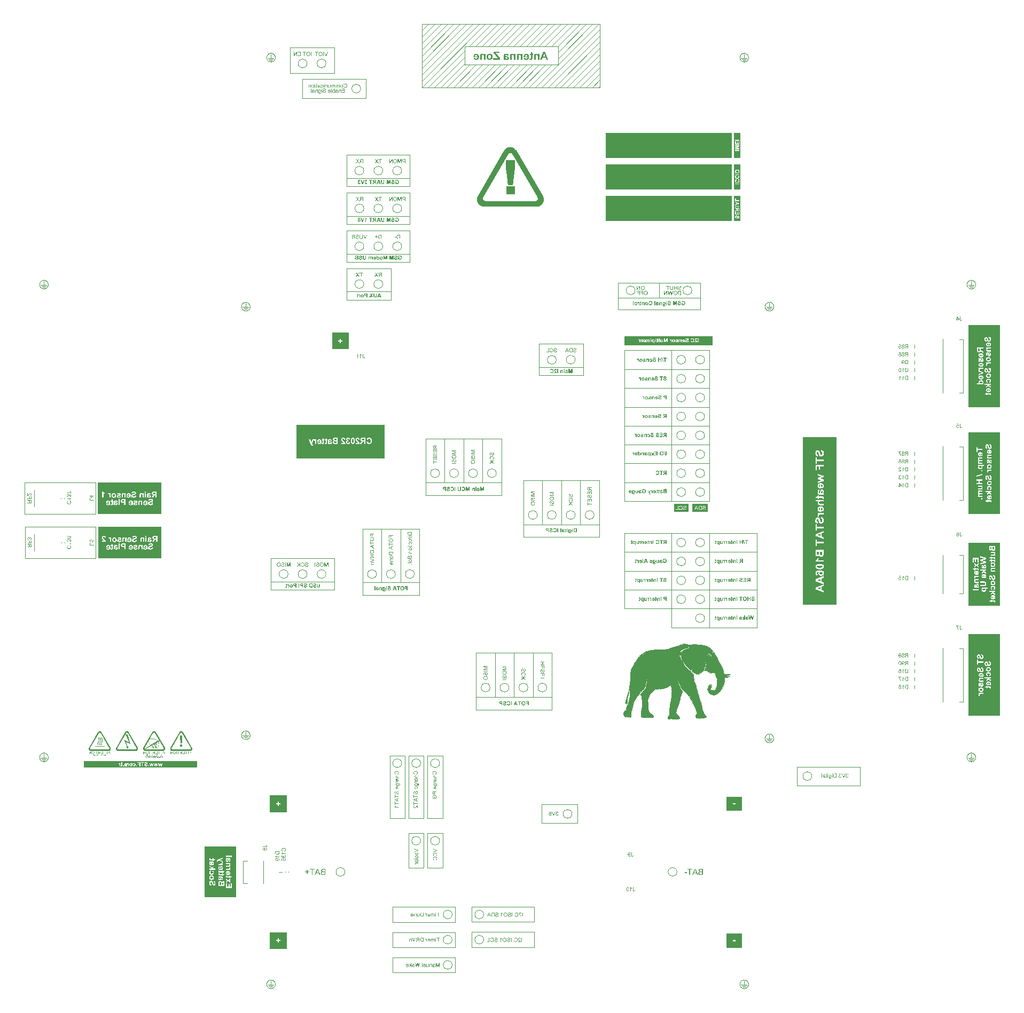
<source format=gbo>
G04*
G04 #@! TF.GenerationSoftware,Altium Limited,Altium Designer,20.0.13 (296)*
G04*
G04 Layer_Color=32896*
%FSLAX25Y25*%
%MOIN*%
G70*
G01*
G75*
%ADD10C,0.00394*%
%ADD16C,0.00197*%
G36*
X432098Y243443D02*
X433373D01*
Y243125D01*
X435922D01*
Y243443D01*
X439109D01*
Y243125D01*
X442296D01*
Y242806D01*
X444207D01*
Y242487D01*
X445482D01*
Y242169D01*
X445801D01*
Y241850D01*
X446438D01*
Y241531D01*
X447075D01*
Y241213D01*
X447394D01*
Y240894D01*
X447713D01*
Y240575D01*
X448031D01*
Y240257D01*
X448350D01*
Y239938D01*
X448669D01*
Y239619D01*
X448987D01*
Y239301D01*
Y238982D01*
X448669D01*
Y238663D01*
Y238345D01*
X448987D01*
Y238663D01*
X449306D01*
Y238982D01*
X449625D01*
Y238663D01*
Y238345D01*
X449943D01*
Y238026D01*
Y237707D01*
X450581D01*
Y237389D01*
X450262D01*
Y237070D01*
X450899D01*
Y236752D01*
X451218D01*
Y236433D01*
Y236114D01*
Y235795D01*
X451537D01*
Y235477D01*
X451855D01*
Y235158D01*
Y234840D01*
X452174D01*
Y234521D01*
Y234202D01*
Y233884D01*
X452493D01*
Y233565D01*
Y233246D01*
X452811D01*
Y232928D01*
Y232609D01*
X453130D01*
Y232290D01*
Y231972D01*
X453448D01*
Y231653D01*
X453767D01*
Y231334D01*
Y231016D01*
X454086D01*
Y230697D01*
Y230378D01*
X454404D01*
Y230060D01*
X454723D01*
Y229741D01*
X454404D01*
Y229422D01*
X454723D01*
Y229104D01*
X455042D01*
Y228785D01*
Y228466D01*
Y228148D01*
X455360D01*
Y227829D01*
Y227510D01*
Y227192D01*
X455679D01*
Y226873D01*
Y226554D01*
Y226236D01*
Y225917D01*
Y225599D01*
X455998D01*
Y225280D01*
Y224961D01*
X460140D01*
Y224642D01*
X459822D01*
Y224324D01*
X459184D01*
Y224005D01*
X457910D01*
Y223687D01*
X459822D01*
Y223368D01*
X459503D01*
Y223049D01*
X459184D01*
Y223368D01*
X458866D01*
Y223049D01*
X458547D01*
Y222731D01*
X456316D01*
Y222412D01*
Y222093D01*
Y221775D01*
Y221456D01*
Y221137D01*
Y220819D01*
Y220500D01*
Y220181D01*
Y219863D01*
Y219544D01*
X455998D01*
Y219225D01*
Y218907D01*
Y218588D01*
Y218269D01*
X455679D01*
Y217951D01*
X455360D01*
Y217632D01*
X455679D01*
Y217313D01*
X455360D01*
Y216995D01*
X455042D01*
Y216676D01*
X454723D01*
Y216357D01*
X455042D01*
Y216039D01*
X454723D01*
Y215720D01*
Y215402D01*
X454404D01*
Y215720D01*
X454086D01*
Y215402D01*
X454404D01*
Y215083D01*
Y214764D01*
X454086D01*
Y214445D01*
X453767D01*
Y214127D01*
Y213808D01*
X453448D01*
Y213490D01*
X452811D01*
Y213171D01*
Y212852D01*
X452174D01*
Y212534D01*
X451855D01*
Y212215D01*
X451218D01*
Y211896D01*
X450262D01*
Y211578D01*
X448669D01*
Y211896D01*
X447713D01*
Y212215D01*
X447075D01*
Y212534D01*
X446757D01*
Y212852D01*
X446438D01*
Y213171D01*
X446119D01*
Y213490D01*
Y213808D01*
Y214127D01*
X445801D01*
Y214445D01*
Y214764D01*
X445482D01*
Y215083D01*
Y215402D01*
Y215720D01*
Y216039D01*
X445801D01*
Y216357D01*
X446119D01*
Y216676D01*
X445801D01*
Y216995D01*
X446119D01*
Y217313D01*
Y217632D01*
X446438D01*
Y217951D01*
X446757D01*
Y218269D01*
X447075D01*
Y218588D01*
X448031D01*
Y218269D01*
X448350D01*
Y217951D01*
Y217632D01*
X448031D01*
Y217313D01*
X448350D01*
Y216995D01*
Y216676D01*
X448031D01*
Y216357D01*
X447713D01*
Y216039D01*
Y215720D01*
Y215402D01*
X448031D01*
Y215083D01*
X448669D01*
Y214764D01*
X449625D01*
Y215083D01*
X450262D01*
Y215402D01*
X450581D01*
Y215720D01*
X450899D01*
Y216039D01*
Y216357D01*
Y216676D01*
X451218D01*
Y216995D01*
X451537D01*
Y217313D01*
X451218D01*
Y217632D01*
X451537D01*
Y217951D01*
Y218269D01*
Y218588D01*
Y218907D01*
Y219225D01*
Y219544D01*
Y219863D01*
Y220181D01*
Y220500D01*
Y220819D01*
Y221137D01*
Y221456D01*
X451855D01*
Y221775D01*
X451537D01*
Y222093D01*
Y222412D01*
X451218D01*
Y222731D01*
Y223049D01*
X450899D01*
Y223368D01*
Y223687D01*
Y224005D01*
X450581D01*
Y224324D01*
Y224642D01*
X450262D01*
Y224961D01*
Y225280D01*
X449943D01*
Y225599D01*
X448031D01*
Y225280D01*
X447075D01*
Y225599D01*
X446757D01*
Y225917D01*
X446119D01*
Y226236D01*
X445801D01*
Y226554D01*
X445163D01*
Y226873D01*
X442933D01*
Y226554D01*
X442614D01*
Y226236D01*
X441977D01*
Y225917D01*
Y225599D01*
X441021D01*
Y225280D01*
Y224961D01*
X440384D01*
Y224642D01*
X439746D01*
Y224961D01*
X439428D01*
Y224642D01*
X438790D01*
Y224961D01*
X438153D01*
Y225280D01*
X437516D01*
Y225599D01*
X436878D01*
Y225917D01*
Y226236D01*
X436560D01*
Y225917D01*
X436241D01*
Y226236D01*
X435922D01*
Y226554D01*
X435604D01*
Y226873D01*
Y227192D01*
X435922D01*
Y227510D01*
X435285D01*
Y227192D01*
Y226873D01*
X434966D01*
Y227192D01*
X434648D01*
Y227510D01*
X434329D01*
Y227829D01*
X434010D01*
Y228148D01*
X433692D01*
Y228466D01*
X433373D01*
Y228785D01*
X433054D01*
Y229104D01*
X432736D01*
Y229422D01*
Y229741D01*
X432417D01*
Y230060D01*
X432098D01*
Y230378D01*
X431780D01*
Y230697D01*
Y231016D01*
X431461D01*
Y231334D01*
X431143D01*
Y231653D01*
Y231972D01*
X430824D01*
Y231653D01*
Y231334D01*
X431143D01*
Y231016D01*
Y230697D01*
X431461D01*
Y230378D01*
Y230060D01*
X431780D01*
Y229741D01*
X432098D01*
Y229422D01*
X432417D01*
Y229104D01*
Y228785D01*
X432736D01*
Y228466D01*
X433054D01*
Y228148D01*
X433373D01*
Y227829D01*
X433692D01*
Y227510D01*
X434010D01*
Y227192D01*
X434648D01*
Y226873D01*
X434966D01*
Y226554D01*
X435285D01*
Y226236D01*
X435604D01*
Y225917D01*
X436241D01*
Y225599D01*
X436560D01*
Y225280D01*
Y224961D01*
X437197D01*
Y224642D01*
Y224324D01*
Y224005D01*
Y223687D01*
Y223368D01*
Y223049D01*
Y222731D01*
Y222412D01*
X437516D01*
Y222093D01*
Y221775D01*
Y221456D01*
Y221137D01*
Y220819D01*
Y220500D01*
Y220181D01*
Y219863D01*
X437834D01*
Y219544D01*
X438153D01*
Y219225D01*
Y218907D01*
Y218588D01*
X438472D01*
Y218269D01*
Y217951D01*
X438790D01*
Y217632D01*
Y217313D01*
Y216995D01*
Y216676D01*
Y216357D01*
X439109D01*
Y216039D01*
Y215720D01*
Y215402D01*
X439428D01*
Y215083D01*
Y214764D01*
X439109D01*
Y214445D01*
X439428D01*
Y214127D01*
X439746D01*
Y213808D01*
Y213490D01*
X439428D01*
Y213171D01*
X439746D01*
Y212852D01*
Y212534D01*
X440065D01*
Y212215D01*
Y211896D01*
Y211578D01*
X440384D01*
Y211259D01*
Y210940D01*
Y210622D01*
Y210303D01*
X440702D01*
Y209984D01*
Y209666D01*
Y209347D01*
X441021D01*
Y209028D01*
X440702D01*
Y208710D01*
X441021D01*
Y208391D01*
X441339D01*
Y208072D01*
Y207754D01*
Y207435D01*
X441658D01*
Y207116D01*
Y206798D01*
Y206479D01*
X441977D01*
Y206160D01*
X441658D01*
Y205842D01*
X441977D01*
Y205523D01*
Y205205D01*
X442296D01*
Y204886D01*
X441977D01*
Y204567D01*
X442296D01*
Y204248D01*
Y203930D01*
Y203611D01*
Y203293D01*
Y202974D01*
X442614D01*
Y202655D01*
Y202337D01*
Y202018D01*
X442933D01*
Y201699D01*
Y201381D01*
X443252D01*
Y201062D01*
Y200743D01*
X443570D01*
Y200425D01*
Y200106D01*
X443889D01*
Y199787D01*
X444207D01*
Y199469D01*
Y199150D01*
X444526D01*
Y198831D01*
X444845D01*
Y198513D01*
X445163D01*
Y198194D01*
Y197875D01*
X444845D01*
Y197557D01*
X443889D01*
Y197238D01*
X441021D01*
Y196919D01*
X440702D01*
Y197238D01*
X438472D01*
Y197557D01*
Y197875D01*
X438153D01*
Y198194D01*
Y198513D01*
Y198831D01*
Y199150D01*
X438472D01*
Y199469D01*
Y199787D01*
X438790D01*
Y200106D01*
X439109D01*
Y200425D01*
Y200743D01*
X438790D01*
Y201062D01*
Y201381D01*
Y201699D01*
X438472D01*
Y202018D01*
Y202337D01*
Y202655D01*
X438153D01*
Y202974D01*
Y203293D01*
Y203611D01*
X437834D01*
Y203930D01*
Y204248D01*
X437516D01*
Y204567D01*
Y204886D01*
X437197D01*
Y205205D01*
Y205523D01*
X436878D01*
Y205842D01*
Y206160D01*
X436560D01*
Y206479D01*
X436241D01*
Y206798D01*
Y207116D01*
X435922D01*
Y207435D01*
X436241D01*
Y207754D01*
X435604D01*
Y208072D01*
Y208391D01*
Y208710D01*
X434966D01*
Y209028D01*
Y209347D01*
X434648D01*
Y209666D01*
Y209984D01*
X434329D01*
Y210303D01*
X434010D01*
Y210622D01*
X434648D01*
Y210940D01*
X433692D01*
Y211259D01*
X433373D01*
Y211578D01*
Y211896D01*
X433054D01*
Y212215D01*
X432736D01*
Y212534D01*
X432417D01*
Y212852D01*
X432098D01*
Y213171D01*
X431780D01*
Y213490D01*
X431461D01*
Y213808D01*
X431143D01*
Y214127D01*
X430824D01*
Y214445D01*
X430505D01*
Y214764D01*
X430187D01*
Y215083D01*
X429868D01*
Y215402D01*
Y215720D01*
X429549D01*
Y216039D01*
X429231D01*
Y216357D01*
Y216676D01*
X428912D01*
Y216995D01*
X428593D01*
Y217313D01*
Y217632D01*
X428275D01*
Y217951D01*
Y218269D01*
X427956D01*
Y218588D01*
Y218907D01*
X427637D01*
Y218588D01*
Y218269D01*
X427956D01*
Y217951D01*
Y217632D01*
X428275D01*
Y217313D01*
Y216995D01*
X428593D01*
Y216676D01*
Y216357D01*
X428912D01*
Y216039D01*
X429231D01*
Y215720D01*
Y215402D01*
X429549D01*
Y215083D01*
X429868D01*
Y214764D01*
Y214445D01*
X430187D01*
Y214127D01*
Y213808D01*
Y213490D01*
Y213171D01*
X429868D01*
Y212852D01*
Y212534D01*
Y212215D01*
X429549D01*
Y211896D01*
Y211578D01*
Y211259D01*
X429231D01*
Y210940D01*
Y210622D01*
X428912D01*
Y210303D01*
Y209984D01*
Y209666D01*
X428593D01*
Y209347D01*
Y209028D01*
Y208710D01*
X428275D01*
Y208391D01*
Y208072D01*
Y207754D01*
Y207435D01*
X427956D01*
Y207116D01*
Y206798D01*
Y206479D01*
Y206160D01*
X427637D01*
Y205842D01*
Y205523D01*
Y205205D01*
X427319D01*
Y204886D01*
Y204567D01*
X427000D01*
Y204248D01*
Y203930D01*
Y203611D01*
X426681D01*
Y203293D01*
Y202974D01*
X426363D01*
Y202655D01*
Y202337D01*
Y202018D01*
Y201699D01*
Y201381D01*
X426044D01*
Y201062D01*
Y200743D01*
X426363D01*
Y200425D01*
Y200106D01*
Y199787D01*
X426681D01*
Y199469D01*
X427000D01*
Y199150D01*
X427319D01*
Y198831D01*
X427637D01*
Y198513D01*
X427956D01*
Y198194D01*
Y197875D01*
X428275D01*
Y197557D01*
Y197238D01*
Y196919D01*
X427637D01*
Y196601D01*
X423495D01*
Y196919D01*
X422539D01*
Y196601D01*
X420946D01*
Y196919D01*
X420627D01*
Y197238D01*
Y197557D01*
Y197875D01*
Y198194D01*
X420946D01*
Y198513D01*
Y198831D01*
X421264D01*
Y199150D01*
X421902D01*
Y199469D01*
Y199787D01*
Y200106D01*
X422220D01*
Y200425D01*
X421902D01*
Y200743D01*
Y201062D01*
Y201381D01*
Y201699D01*
Y202018D01*
Y202337D01*
Y202655D01*
Y202974D01*
Y203293D01*
Y203611D01*
Y203930D01*
X422220D01*
Y204248D01*
Y204567D01*
Y204886D01*
Y205205D01*
Y205523D01*
Y205842D01*
Y206160D01*
Y206479D01*
X422539D01*
Y206798D01*
Y207116D01*
Y207435D01*
Y207754D01*
Y208072D01*
X422858D01*
Y208391D01*
Y208710D01*
Y209028D01*
Y209347D01*
Y209666D01*
Y209984D01*
X423176D01*
Y210303D01*
Y210622D01*
Y210940D01*
Y211259D01*
Y211578D01*
Y211896D01*
Y212215D01*
Y212534D01*
Y212852D01*
Y213171D01*
Y213490D01*
Y213808D01*
X423495D01*
Y214127D01*
X423176D01*
Y214445D01*
Y214764D01*
Y215083D01*
Y215402D01*
Y215720D01*
Y216039D01*
Y216357D01*
Y216676D01*
X422858D01*
Y216995D01*
Y217313D01*
Y217632D01*
X422220D01*
Y217313D01*
X421583D01*
Y216995D01*
X420946D01*
Y216676D01*
X420308D01*
Y216357D01*
X419352D01*
Y216039D01*
X418396D01*
Y215720D01*
X416803D01*
Y215402D01*
X416166D01*
Y215720D01*
X415210D01*
Y215402D01*
X412979D01*
Y215720D01*
X412661D01*
Y215402D01*
X412979D01*
Y215083D01*
X412342D01*
Y214764D01*
Y214445D01*
X412023D01*
Y214127D01*
X411704D01*
Y213808D01*
X411386D01*
Y213490D01*
X411067D01*
Y213171D01*
X410748D01*
Y212852D01*
X410430D01*
Y212534D01*
X410111D01*
Y212215D01*
X409793D01*
Y211896D01*
Y211578D01*
X409474D01*
Y211259D01*
Y210940D01*
Y210622D01*
X409155D01*
Y210303D01*
Y209984D01*
X408837D01*
Y209666D01*
Y209347D01*
Y209028D01*
X408518D01*
Y208710D01*
Y208391D01*
Y208072D01*
Y207754D01*
X408837D01*
Y207435D01*
Y207116D01*
Y206798D01*
Y206479D01*
Y206160D01*
Y205842D01*
Y205523D01*
Y205205D01*
Y204886D01*
Y204567D01*
Y204248D01*
Y203930D01*
Y203611D01*
Y203293D01*
Y202974D01*
Y202655D01*
X409155D01*
Y202337D01*
Y202018D01*
Y201699D01*
X409474D01*
Y201381D01*
Y201062D01*
X409793D01*
Y200743D01*
X410111D01*
Y200425D01*
X410430D01*
Y200106D01*
X410748D01*
Y199787D01*
X411067D01*
Y199469D01*
X411386D01*
Y199150D01*
X411704D01*
Y198831D01*
X412023D01*
Y198513D01*
Y198194D01*
Y197875D01*
X411704D01*
Y197557D01*
X404694D01*
Y197875D01*
X404057D01*
Y198194D01*
Y198513D01*
Y198831D01*
Y199150D01*
Y199469D01*
Y199787D01*
Y200106D01*
Y200425D01*
Y200743D01*
Y201062D01*
Y201381D01*
Y201699D01*
Y202018D01*
Y202337D01*
X404375D01*
Y202655D01*
Y202974D01*
Y203293D01*
Y203611D01*
Y203930D01*
X404694D01*
Y204248D01*
Y204567D01*
Y204886D01*
Y205205D01*
Y205523D01*
Y205842D01*
Y206160D01*
Y206479D01*
Y206798D01*
Y207116D01*
Y207435D01*
Y207754D01*
Y208072D01*
Y208391D01*
Y208710D01*
Y209028D01*
X404375D01*
Y209347D01*
Y209666D01*
Y209984D01*
Y210303D01*
Y210622D01*
Y210940D01*
Y211259D01*
X404057D01*
Y211578D01*
X403738D01*
Y211896D01*
X403419D01*
Y212215D01*
X403738D01*
Y212534D01*
X404057D01*
Y212852D01*
X404375D01*
Y213171D01*
X404694D01*
Y213490D01*
X405013D01*
Y213808D01*
Y214127D01*
X405331D01*
Y214445D01*
X405969D01*
Y214764D01*
Y215083D01*
Y215402D01*
X405650D01*
Y215083D01*
X405331D01*
Y214764D01*
X405013D01*
Y214445D01*
X404694D01*
Y214127D01*
Y213808D01*
X404375D01*
Y213490D01*
X404057D01*
Y213808D01*
X403419D01*
Y213490D01*
X404057D01*
Y213171D01*
X403738D01*
Y212852D01*
X403419D01*
Y212534D01*
X403101D01*
Y212215D01*
Y211896D01*
X402782D01*
Y211578D01*
X402463D01*
Y211259D01*
X402145D01*
Y210940D01*
X401826D01*
Y210622D01*
Y210303D01*
X401508D01*
Y209984D01*
X401189D01*
Y209666D01*
Y209347D01*
X400870D01*
Y209028D01*
Y208710D01*
X400233D01*
Y208391D01*
X400552D01*
Y208072D01*
X400233D01*
Y207754D01*
X399914D01*
Y207435D01*
Y207116D01*
Y206798D01*
X399596D01*
Y206479D01*
Y206160D01*
X399277D01*
Y205842D01*
Y205523D01*
X398958D01*
Y205205D01*
X399277D01*
Y204886D01*
X398958D01*
Y204567D01*
Y204248D01*
Y203930D01*
Y203611D01*
X398640D01*
Y203930D01*
X398321D01*
Y203611D01*
X398640D01*
Y203293D01*
Y202974D01*
Y202655D01*
Y202337D01*
X398321D01*
Y202018D01*
Y201699D01*
Y201381D01*
X398002D01*
Y201062D01*
Y200743D01*
Y200425D01*
X397684D01*
Y200106D01*
X398002D01*
Y199787D01*
Y199469D01*
Y199150D01*
X398321D01*
Y198831D01*
X398002D01*
Y199150D01*
X397684D01*
Y198831D01*
X398002D01*
Y198513D01*
Y198194D01*
Y197875D01*
X397365D01*
Y197557D01*
X397046D01*
Y197875D01*
X394178D01*
Y198194D01*
X393860D01*
Y198513D01*
X393541D01*
Y198831D01*
Y199150D01*
X393222D01*
Y199469D01*
Y199787D01*
Y200106D01*
Y200425D01*
Y200743D01*
Y201062D01*
X393541D01*
Y201381D01*
Y201699D01*
X393860D01*
Y202018D01*
X394178D01*
Y202337D01*
X394497D01*
Y202655D01*
X394816D01*
Y202337D01*
X395134D01*
Y202655D01*
X394816D01*
Y202974D01*
Y203293D01*
Y203611D01*
Y203930D01*
X395134D01*
Y204248D01*
Y204567D01*
Y204886D01*
X395453D01*
Y205205D01*
Y205523D01*
X395772D01*
Y205842D01*
Y206160D01*
X395134D01*
Y205842D01*
X394816D01*
Y206160D01*
Y206479D01*
X394178D01*
Y206798D01*
Y207116D01*
X394497D01*
Y207435D01*
Y207754D01*
Y208072D01*
Y208391D01*
Y208710D01*
X394816D01*
Y209028D01*
Y209347D01*
Y209666D01*
X395134D01*
Y209984D01*
Y210303D01*
Y210622D01*
Y210940D01*
X395453D01*
Y211259D01*
Y211578D01*
Y211896D01*
X395772D01*
Y212215D01*
Y212534D01*
Y212852D01*
X396090D01*
Y213171D01*
Y213490D01*
Y213808D01*
Y214127D01*
X396409D01*
Y213808D01*
X396728D01*
Y213490D01*
Y213171D01*
Y212852D01*
Y212534D01*
X396409D01*
Y212215D01*
Y211896D01*
Y211578D01*
Y211259D01*
X396090D01*
Y210940D01*
Y210622D01*
Y210303D01*
X395772D01*
Y209984D01*
Y209666D01*
Y209347D01*
Y209028D01*
Y208710D01*
Y208391D01*
Y208072D01*
Y207754D01*
Y207435D01*
Y207116D01*
Y206798D01*
X395453D01*
Y206479D01*
X396090D01*
Y206798D01*
Y207116D01*
Y207435D01*
X396409D01*
Y207754D01*
Y208072D01*
Y208391D01*
Y208710D01*
X396728D01*
Y209028D01*
Y209347D01*
Y209666D01*
Y209984D01*
Y210303D01*
X397046D01*
Y210622D01*
Y210940D01*
Y211259D01*
Y211578D01*
Y211896D01*
Y212215D01*
Y212534D01*
Y212852D01*
Y213171D01*
Y213490D01*
Y213808D01*
Y214127D01*
X396728D01*
Y214445D01*
X396409D01*
Y214764D01*
Y215083D01*
Y215402D01*
X396728D01*
Y215720D01*
Y216039D01*
Y216357D01*
Y216676D01*
Y216995D01*
Y217313D01*
Y217632D01*
Y217951D01*
X397046D01*
Y218269D01*
Y218588D01*
Y218907D01*
Y219225D01*
Y219544D01*
Y219863D01*
Y220181D01*
X397365D01*
Y220500D01*
Y220819D01*
Y221137D01*
Y221456D01*
Y221775D01*
Y222093D01*
Y222412D01*
Y222731D01*
Y223049D01*
Y223368D01*
Y223687D01*
Y224005D01*
Y224324D01*
Y224642D01*
Y224961D01*
Y225280D01*
Y225599D01*
Y225917D01*
Y226236D01*
X397684D01*
Y226554D01*
Y226873D01*
Y227192D01*
Y227510D01*
Y227829D01*
X398002D01*
Y228148D01*
Y228466D01*
X398321D01*
Y228785D01*
Y229104D01*
Y229422D01*
X398640D01*
Y229741D01*
X398958D01*
Y230060D01*
Y230378D01*
X399277D01*
Y230697D01*
Y231016D01*
X399914D01*
Y231334D01*
Y231653D01*
Y231972D01*
X400233D01*
Y232290D01*
X400552D01*
Y232609D01*
X401189D01*
Y232928D01*
X400870D01*
Y233246D01*
X401189D01*
Y233565D01*
X401508D01*
Y233884D01*
Y234202D01*
X401826D01*
Y234521D01*
X402145D01*
Y234840D01*
Y235158D01*
X402463D01*
Y235477D01*
X402782D01*
Y235795D01*
X403101D01*
Y235477D01*
X403419D01*
Y235795D01*
X403101D01*
Y236114D01*
Y236433D01*
X403419D01*
Y236752D01*
X403738D01*
Y237070D01*
X404057D01*
Y237389D01*
X404375D01*
Y237707D01*
X405331D01*
Y238026D01*
Y238345D01*
X405650D01*
Y238026D01*
X405969D01*
Y238345D01*
Y238663D01*
X406606D01*
Y238982D01*
X407243D01*
Y239301D01*
X408518D01*
Y239619D01*
X409474D01*
Y239301D01*
X409793D01*
Y239619D01*
X409474D01*
Y239938D01*
X412023D01*
Y240257D01*
X419671D01*
Y240575D01*
X421264D01*
Y240894D01*
X422220D01*
Y241213D01*
X423176D01*
Y241531D01*
X424132D01*
Y241850D01*
X425407D01*
Y242169D01*
X426363D01*
Y242487D01*
X427637D01*
Y242806D01*
X428275D01*
Y243125D01*
X429231D01*
Y243443D01*
X429549D01*
Y243125D01*
X429868D01*
Y243443D01*
X430187D01*
Y243125D01*
X430505D01*
Y243443D01*
X430187D01*
Y243762D01*
X432098D01*
Y243443D01*
D02*
G37*
G36*
X227392Y521698D02*
X228362Y520397D01*
X227963D01*
X227326Y521269D01*
X227311Y521291D01*
X227291Y521317D01*
X227272Y521347D01*
X227252Y521376D01*
X227235Y521402D01*
X227219Y521426D01*
X227215Y521434D01*
X227211Y521439D01*
X227206Y521443D01*
Y521445D01*
X227169Y521389D01*
X227152Y521365D01*
X227137Y521341D01*
X227123Y521321D01*
X227113Y521306D01*
X227106Y521297D01*
X227104Y521293D01*
X226467Y520397D01*
X226058D01*
X226999Y521713D01*
X226127Y522910D01*
X226489D01*
X226993Y522241D01*
X227034Y522187D01*
X227071Y522134D01*
X227106Y522086D01*
X227134Y522043D01*
X227158Y522008D01*
X227167Y521992D01*
X227176Y521979D01*
X227182Y521969D01*
X227187Y521962D01*
X227191Y521958D01*
Y521955D01*
X227217Y522001D01*
X227248Y522051D01*
X227280Y522101D01*
X227315Y522152D01*
X227346Y522197D01*
X227359Y522215D01*
X227370Y522232D01*
X227381Y522245D01*
X227387Y522256D01*
X227392Y522263D01*
X227394Y522265D01*
X227854Y522910D01*
X228248D01*
X227392Y521698D01*
D02*
G37*
G36*
X230635Y520397D02*
X230302D01*
Y521513D01*
X229872D01*
X229835Y521511D01*
X229803Y521509D01*
X229777Y521506D01*
X229757Y521504D01*
X229744Y521502D01*
X229735Y521500D01*
X229733D01*
X229705Y521491D01*
X229676Y521480D01*
X229652Y521469D01*
X229628Y521458D01*
X229611Y521448D01*
X229596Y521441D01*
X229585Y521434D01*
X229583Y521432D01*
X229554Y521413D01*
X229524Y521386D01*
X229495Y521358D01*
X229469Y521332D01*
X229445Y521306D01*
X229428Y521284D01*
X229421Y521275D01*
X229417Y521269D01*
X229413Y521267D01*
Y521264D01*
X229395Y521240D01*
X229375Y521214D01*
X229336Y521160D01*
X229295Y521103D01*
X229258Y521046D01*
X229240Y521022D01*
X229223Y520998D01*
X229210Y520977D01*
X229197Y520957D01*
X229186Y520942D01*
X229179Y520931D01*
X229175Y520922D01*
X229173Y520920D01*
X228841Y520397D01*
X228425D01*
X228861Y521081D01*
X228909Y521153D01*
X228959Y521219D01*
X229005Y521275D01*
X229027Y521299D01*
X229046Y521323D01*
X229066Y521345D01*
X229083Y521362D01*
X229099Y521378D01*
X229112Y521391D01*
X229120Y521402D01*
X229129Y521408D01*
X229133Y521413D01*
X229136Y521415D01*
X229164Y521439D01*
X229194Y521461D01*
X229229Y521482D01*
X229262Y521502D01*
X229290Y521517D01*
X229314Y521530D01*
X229323Y521535D01*
X229330Y521539D01*
X229334Y521541D01*
X229336D01*
X229271Y521552D01*
X229210Y521565D01*
X229153Y521581D01*
X229101Y521598D01*
X229053Y521615D01*
X229007Y521635D01*
X228968Y521655D01*
X228933Y521674D01*
X228902Y521694D01*
X228876Y521711D01*
X228852Y521729D01*
X228835Y521744D01*
X228819Y521755D01*
X228811Y521764D01*
X228804Y521770D01*
X228802Y521772D01*
X228772Y521807D01*
X228745Y521844D01*
X228721Y521883D01*
X228702Y521921D01*
X228684Y521960D01*
X228669Y521997D01*
X228658Y522034D01*
X228649Y522067D01*
X228643Y522099D01*
X228636Y522130D01*
X228632Y522156D01*
X228630Y522180D01*
X228628Y522197D01*
Y522213D01*
Y522221D01*
Y522224D01*
X228630Y522263D01*
X228632Y522300D01*
X228643Y522370D01*
X228660Y522435D01*
X228669Y522463D01*
X228680Y522490D01*
X228689Y522514D01*
X228700Y522535D01*
X228708Y522555D01*
X228715Y522570D01*
X228724Y522583D01*
X228728Y522592D01*
X228730Y522599D01*
X228732Y522601D01*
X228752Y522631D01*
X228774Y522660D01*
X228798Y522688D01*
X228819Y522712D01*
X228843Y522734D01*
X228868Y522753D01*
X228911Y522786D01*
X228950Y522810D01*
X228968Y522819D01*
X228983Y522827D01*
X228994Y522834D01*
X229003Y522838D01*
X229009Y522840D01*
X229011D01*
X229046Y522854D01*
X229083Y522864D01*
X229122Y522873D01*
X229164Y522882D01*
X229249Y522893D01*
X229332Y522902D01*
X229371Y522904D01*
X229406Y522906D01*
X229439Y522908D01*
X229467Y522910D01*
X230635D01*
Y520397D01*
D02*
G37*
G36*
X261058Y312714D02*
X261056Y312631D01*
X261051Y312554D01*
X261049Y312519D01*
X261045Y312485D01*
X261040Y312454D01*
X261036Y312426D01*
X261034Y312400D01*
X261030Y312378D01*
X261025Y312358D01*
X261023Y312341D01*
X261021Y312328D01*
X261019Y312319D01*
X261016Y312312D01*
Y312310D01*
X260999Y312247D01*
X260977Y312188D01*
X260958Y312138D01*
X260936Y312094D01*
X260927Y312075D01*
X260918Y312057D01*
X260910Y312044D01*
X260903Y312031D01*
X260899Y312022D01*
X260894Y312016D01*
X260890Y312012D01*
Y312009D01*
X260857Y311964D01*
X260820Y311922D01*
X260781Y311883D01*
X260746Y311848D01*
X260713Y311820D01*
X260687Y311798D01*
X260676Y311791D01*
X260670Y311785D01*
X260665Y311783D01*
X260663Y311780D01*
X260607Y311743D01*
X260543Y311708D01*
X260482Y311680D01*
X260426Y311654D01*
X260400Y311645D01*
X260373Y311634D01*
X260351Y311628D01*
X260334Y311621D01*
X260319Y311615D01*
X260306Y311610D01*
X260299Y311608D01*
X260297D01*
X260212Y311586D01*
X260125Y311569D01*
X260038Y311558D01*
X259998Y311551D01*
X259959Y311549D01*
X259924Y311547D01*
X259892Y311545D01*
X259861Y311543D01*
X259837Y311541D01*
X259817D01*
X259802D01*
X259791D01*
X259789D01*
X259728D01*
X259667Y311545D01*
X259608Y311549D01*
X259554Y311556D01*
X259501Y311565D01*
X259453Y311573D01*
X259408Y311582D01*
X259364Y311591D01*
X259327Y311599D01*
X259292Y311608D01*
X259264Y311617D01*
X259238Y311626D01*
X259218Y311632D01*
X259203Y311636D01*
X259194Y311639D01*
X259192Y311641D01*
X259144Y311661D01*
X259098Y311682D01*
X259054Y311704D01*
X259015Y311728D01*
X258976Y311752D01*
X258941Y311778D01*
X258908Y311802D01*
X258878Y311826D01*
X258852Y311848D01*
X258830Y311870D01*
X258808Y311887D01*
X258793Y311905D01*
X258780Y311918D01*
X258771Y311929D01*
X258765Y311935D01*
X258762Y311937D01*
X258717Y311996D01*
X258680Y312059D01*
X258647Y312121D01*
X258623Y312179D01*
X258612Y312206D01*
X258603Y312229D01*
X258597Y312251D01*
X258590Y312269D01*
X258586Y312284D01*
X258584Y312297D01*
X258581Y312304D01*
Y312306D01*
X258575Y312336D01*
X258568Y312369D01*
X258560Y312441D01*
X258553Y312515D01*
X258549Y312587D01*
X258546Y312622D01*
Y312652D01*
X258544Y312681D01*
Y313618D01*
X261058D01*
Y312714D01*
D02*
G37*
G36*
Y310810D02*
X259235D01*
Y311120D01*
X261058D01*
Y310810D01*
D02*
G37*
G36*
X258900D02*
X258544D01*
Y311120D01*
X258900D01*
Y310810D01*
D02*
G37*
G36*
X261058Y310034D02*
X260103D01*
X260031Y310032D01*
X259966Y310026D01*
X259905Y310019D01*
X259876Y310015D01*
X259850Y310008D01*
X259826Y310004D01*
X259806Y309999D01*
X259787Y309995D01*
X259772Y309993D01*
X259761Y309988D01*
X259750Y309986D01*
X259746Y309984D01*
X259743D01*
X259704Y309969D01*
X259671Y309951D01*
X259641Y309932D01*
X259617Y309914D01*
X259597Y309897D01*
X259584Y309884D01*
X259576Y309875D01*
X259573Y309871D01*
X259554Y309840D01*
X259538Y309807D01*
X259527Y309777D01*
X259519Y309751D01*
X259514Y309725D01*
X259512Y309707D01*
Y309690D01*
X259514Y309648D01*
X259523Y309607D01*
X259534Y309570D01*
X259545Y309535D01*
X259558Y309507D01*
X259569Y309485D01*
X259573Y309476D01*
X259578Y309470D01*
X259580Y309467D01*
Y309465D01*
X259294Y309356D01*
X259277Y309387D01*
X259261Y309415D01*
X259235Y309474D01*
X259218Y309526D01*
X259207Y309574D01*
X259203Y309596D01*
X259198Y309616D01*
X259196Y309631D01*
Y309646D01*
X259194Y309657D01*
Y309672D01*
X259196Y309712D01*
X259203Y309749D01*
X259214Y309784D01*
X259225Y309812D01*
X259238Y309836D01*
X259246Y309856D01*
X259255Y309866D01*
X259257Y309871D01*
X259270Y309888D01*
X259285Y309906D01*
X259323Y309938D01*
X259364Y309971D01*
X259408Y310001D01*
X259447Y310028D01*
X259464Y310039D01*
X259482Y310047D01*
X259495Y310054D01*
X259504Y310060D01*
X259510Y310063D01*
X259512Y310065D01*
X259235D01*
Y310344D01*
X261058D01*
Y310034D01*
D02*
G37*
G36*
X260245Y309273D02*
X260321Y309265D01*
X260393Y309254D01*
X260460Y309239D01*
X260522Y309221D01*
X260578Y309202D01*
X260631Y309180D01*
X260676Y309158D01*
X260718Y309136D01*
X260753Y309116D01*
X260785Y309097D01*
X260809Y309079D01*
X260829Y309064D01*
X260844Y309053D01*
X260853Y309045D01*
X260855Y309042D01*
X260899Y308997D01*
X260936Y308949D01*
X260968Y308896D01*
X260997Y308846D01*
X261021Y308792D01*
X261040Y308739D01*
X261056Y308689D01*
X261069Y308639D01*
X261080Y308591D01*
X261086Y308550D01*
X261093Y308510D01*
X261095Y308475D01*
X261097Y308449D01*
X261099Y308428D01*
Y308410D01*
X261097Y308351D01*
X261093Y308297D01*
X261086Y308244D01*
X261075Y308194D01*
X261064Y308149D01*
X261051Y308105D01*
X261036Y308066D01*
X261023Y308031D01*
X261008Y307998D01*
X260995Y307970D01*
X260982Y307946D01*
X260971Y307926D01*
X260960Y307911D01*
X260953Y307898D01*
X260949Y307891D01*
X260947Y307889D01*
X260916Y307852D01*
X260883Y307817D01*
X260849Y307787D01*
X260814Y307758D01*
X260777Y307732D01*
X260740Y307710D01*
X260705Y307688D01*
X260670Y307671D01*
X260637Y307656D01*
X260609Y307643D01*
X260580Y307632D01*
X260557Y307623D01*
X260537Y307617D01*
X260524Y307612D01*
X260513Y307608D01*
X260511D01*
X260469Y307926D01*
X260504Y307939D01*
X260539Y307955D01*
X260570Y307970D01*
X260598Y307985D01*
X260624Y308002D01*
X260648Y308018D01*
X260668Y308033D01*
X260687Y308048D01*
X260705Y308064D01*
X260718Y308077D01*
X260731Y308087D01*
X260740Y308098D01*
X260748Y308107D01*
X260753Y308112D01*
X260755Y308116D01*
X260757Y308118D01*
X260788Y308164D01*
X260809Y308214D01*
X260825Y308262D01*
X260836Y308308D01*
X260842Y308347D01*
X260844Y308364D01*
Y308380D01*
X260846Y308390D01*
Y308408D01*
X260844Y308449D01*
X260840Y308489D01*
X260831Y308528D01*
X260822Y308563D01*
X260809Y308598D01*
X260796Y308628D01*
X260781Y308657D01*
X260766Y308683D01*
X260753Y308707D01*
X260737Y308728D01*
X260724Y308746D01*
X260711Y308761D01*
X260702Y308774D01*
X260694Y308783D01*
X260689Y308787D01*
X260687Y308789D01*
X260657Y308816D01*
X260622Y308840D01*
X260585Y308861D01*
X260548Y308881D01*
X260508Y308896D01*
X260471Y308909D01*
X260397Y308931D01*
X260362Y308938D01*
X260330Y308944D01*
X260299Y308949D01*
X260275Y308953D01*
X260253Y308955D01*
X260238Y308957D01*
X260229D01*
X260225D01*
Y307599D01*
X260206D01*
X260190Y307597D01*
X260175D01*
X260164D01*
X260155D01*
X260149D01*
X260147D01*
X260144D01*
X260062Y307599D01*
X259985Y307608D01*
X259911Y307619D01*
X259844Y307634D01*
X259783Y307651D01*
X259724Y307671D01*
X259671Y307691D01*
X259626Y307713D01*
X259584Y307734D01*
X259547Y307756D01*
X259517Y307776D01*
X259490Y307793D01*
X259471Y307808D01*
X259456Y307819D01*
X259447Y307828D01*
X259445Y307830D01*
X259401Y307876D01*
X259362Y307922D01*
X259329Y307972D01*
X259299Y308020D01*
X259275Y308070D01*
X259255Y308120D01*
X259238Y308168D01*
X259225Y308214D01*
X259216Y308258D01*
X259207Y308299D01*
X259201Y308334D01*
X259198Y308364D01*
X259196Y308390D01*
X259194Y308410D01*
Y308425D01*
X259196Y308495D01*
X259205Y308561D01*
X259218Y308622D01*
X259233Y308681D01*
X259253Y308735D01*
X259275Y308785D01*
X259299Y308833D01*
X259320Y308875D01*
X259344Y308911D01*
X259368Y308944D01*
X259390Y308973D01*
X259410Y308997D01*
X259425Y309016D01*
X259438Y309029D01*
X259447Y309038D01*
X259449Y309040D01*
X259499Y309082D01*
X259554Y309119D01*
X259610Y309149D01*
X259669Y309175D01*
X259728Y309199D01*
X259787Y309219D01*
X259846Y309234D01*
X259903Y309245D01*
X259955Y309256D01*
X260005Y309262D01*
X260049Y309269D01*
X260088Y309271D01*
X260121Y309273D01*
X260134Y309276D01*
X260144D01*
X260153D01*
X260160D01*
X260162D01*
X260164D01*
X260245Y309273D01*
D02*
G37*
G36*
X260238Y307311D02*
X260317Y307303D01*
X260389Y307292D01*
X260456Y307279D01*
X260519Y307261D01*
X260576Y307242D01*
X260628Y307222D01*
X260676Y307200D01*
X260718Y307178D01*
X260755Y307159D01*
X260785Y307139D01*
X260809Y307122D01*
X260829Y307109D01*
X260844Y307096D01*
X260853Y307089D01*
X260855Y307087D01*
X260899Y307043D01*
X260936Y306995D01*
X260968Y306947D01*
X260997Y306897D01*
X261021Y306847D01*
X261040Y306797D01*
X261056Y306749D01*
X261069Y306701D01*
X261080Y306657D01*
X261086Y306616D01*
X261093Y306579D01*
X261095Y306546D01*
X261097Y306522D01*
X261099Y306503D01*
Y306485D01*
X261097Y306431D01*
X261091Y306378D01*
X261082Y306328D01*
X261071Y306280D01*
X261058Y306237D01*
X261043Y306195D01*
X261027Y306156D01*
X261010Y306121D01*
X260995Y306091D01*
X260979Y306062D01*
X260964Y306038D01*
X260951Y306019D01*
X260938Y306003D01*
X260929Y305990D01*
X260925Y305984D01*
X260923Y305982D01*
X260888Y305944D01*
X260851Y305912D01*
X260811Y305881D01*
X260772Y305855D01*
X260731Y305831D01*
X260689Y305812D01*
X260650Y305792D01*
X260611Y305777D01*
X260574Y305764D01*
X260541Y305753D01*
X260511Y305744D01*
X260485Y305737D01*
X260463Y305733D01*
X260445Y305729D01*
X260437Y305727D01*
X260432D01*
X260391Y306030D01*
X260432Y306036D01*
X260471Y306045D01*
X260508Y306056D01*
X260543Y306067D01*
X260574Y306080D01*
X260602Y306093D01*
X260628Y306106D01*
X260650Y306119D01*
X260670Y306132D01*
X260687Y306143D01*
X260702Y306156D01*
X260713Y306165D01*
X260724Y306173D01*
X260731Y306180D01*
X260733Y306182D01*
X260735Y306184D01*
X260755Y306208D01*
X260772Y306232D01*
X260788Y306259D01*
X260798Y306282D01*
X260820Y306335D01*
X260833Y306383D01*
X260840Y306424D01*
X260842Y306444D01*
X260844Y306459D01*
X260846Y306472D01*
Y306490D01*
X260844Y306531D01*
X260840Y306570D01*
X260831Y306607D01*
X260820Y306642D01*
X260807Y306675D01*
X260794Y306703D01*
X260779Y306732D01*
X260764Y306758D01*
X260748Y306780D01*
X260733Y306799D01*
X260720Y306817D01*
X260707Y306830D01*
X260696Y306840D01*
X260687Y306849D01*
X260683Y306854D01*
X260681Y306856D01*
X260648Y306880D01*
X260609Y306902D01*
X260570Y306921D01*
X260526Y306937D01*
X260482Y306949D01*
X260439Y306960D01*
X260351Y306978D01*
X260310Y306984D01*
X260271Y306989D01*
X260236Y306991D01*
X260206Y306993D01*
X260181Y306995D01*
X260162D01*
X260151D01*
X260147D01*
X260081Y306993D01*
X260020Y306989D01*
X259961Y306982D01*
X259909Y306974D01*
X259861Y306963D01*
X259817Y306949D01*
X259778Y306937D01*
X259743Y306923D01*
X259713Y306910D01*
X259687Y306897D01*
X259665Y306884D01*
X259647Y306873D01*
X259632Y306865D01*
X259623Y306858D01*
X259617Y306854D01*
X259615Y306851D01*
X259584Y306823D01*
X259560Y306793D01*
X259536Y306762D01*
X259517Y306732D01*
X259501Y306699D01*
X259488Y306666D01*
X259477Y306636D01*
X259469Y306607D01*
X259460Y306579D01*
X259456Y306553D01*
X259451Y306531D01*
X259449Y306511D01*
X259447Y306494D01*
Y306444D01*
X259451Y306415D01*
X259462Y306365D01*
X259477Y306319D01*
X259493Y306282D01*
X259510Y306252D01*
X259519Y306239D01*
X259525Y306228D01*
X259532Y306219D01*
X259536Y306213D01*
X259538Y306210D01*
X259541Y306208D01*
X259580Y306171D01*
X259623Y306139D01*
X259669Y306112D01*
X259715Y306091D01*
X259754Y306075D01*
X259772Y306069D01*
X259787Y306064D01*
X259800Y306060D01*
X259809Y306058D01*
X259815Y306056D01*
X259817D01*
X259772Y305755D01*
X259721Y305766D01*
X259674Y305781D01*
X259630Y305799D01*
X259589Y305816D01*
X259552Y305836D01*
X259517Y305855D01*
X259484Y305877D01*
X259456Y305897D01*
X259432Y305916D01*
X259408Y305936D01*
X259390Y305953D01*
X259375Y305968D01*
X259362Y305982D01*
X259353Y305990D01*
X259349Y305997D01*
X259347Y305999D01*
X259320Y306036D01*
X259296Y306073D01*
X259277Y306112D01*
X259257Y306154D01*
X259244Y306195D01*
X259231Y306235D01*
X259220Y306274D01*
X259214Y306311D01*
X259207Y306346D01*
X259203Y306378D01*
X259198Y306409D01*
X259196Y306433D01*
X259194Y306455D01*
Y306483D01*
X259196Y306527D01*
X259198Y306570D01*
X259211Y306651D01*
X259220Y306688D01*
X259229Y306725D01*
X259240Y306758D01*
X259248Y306788D01*
X259259Y306819D01*
X259270Y306843D01*
X259279Y306865D01*
X259288Y306884D01*
X259294Y306899D01*
X259301Y306910D01*
X259303Y306917D01*
X259305Y306919D01*
X259327Y306956D01*
X259351Y306989D01*
X259377Y307021D01*
X259403Y307050D01*
X259432Y307078D01*
X259460Y307102D01*
X259486Y307124D01*
X259514Y307144D01*
X259538Y307161D01*
X259562Y307176D01*
X259584Y307189D01*
X259602Y307198D01*
X259617Y307207D01*
X259628Y307213D01*
X259636Y307215D01*
X259639Y307218D01*
X259680Y307235D01*
X259724Y307248D01*
X259813Y307272D01*
X259898Y307290D01*
X259940Y307296D01*
X259979Y307300D01*
X260016Y307305D01*
X260051Y307309D01*
X260079Y307311D01*
X260105D01*
X260127Y307314D01*
X260142D01*
X260151D01*
X260155D01*
X260238Y307311D01*
D02*
G37*
G36*
X259475Y305406D02*
X260526D01*
X260576D01*
X260622Y305404D01*
X260663Y305402D01*
X260700Y305399D01*
X260733Y305397D01*
X260764Y305395D01*
X260790Y305391D01*
X260811Y305386D01*
X260831Y305384D01*
X260849Y305380D01*
X260862Y305378D01*
X260873Y305376D01*
X260879Y305373D01*
X260886Y305371D01*
X260888Y305369D01*
X260890D01*
X260921Y305354D01*
X260949Y305334D01*
X260973Y305312D01*
X260993Y305291D01*
X261008Y305271D01*
X261021Y305256D01*
X261027Y305245D01*
X261030Y305240D01*
X261047Y305201D01*
X261060Y305160D01*
X261069Y305116D01*
X261075Y305075D01*
X261080Y305038D01*
Y305020D01*
X261082Y305007D01*
Y304979D01*
X261080Y304940D01*
X261077Y304898D01*
X261073Y304859D01*
X261069Y304822D01*
X261064Y304789D01*
X261060Y304765D01*
X261058Y304756D01*
X261056Y304750D01*
Y304743D01*
X260783Y304787D01*
X260788Y304818D01*
X260790Y304844D01*
X260792Y304868D01*
Y304887D01*
X260794Y304903D01*
Y304946D01*
X260790Y304968D01*
X260788Y304988D01*
X260783Y305001D01*
X260779Y305014D01*
X260777Y305022D01*
X260772Y305027D01*
Y305029D01*
X260755Y305053D01*
X260735Y305068D01*
X260726Y305075D01*
X260720Y305079D01*
X260716Y305081D01*
X260713D01*
X260694Y305086D01*
X260670Y305090D01*
X260642Y305092D01*
X260613Y305094D01*
X260587Y305097D01*
X260565D01*
X260557D01*
X260550D01*
X260546D01*
X260543D01*
X259475D01*
Y304787D01*
X259235D01*
Y305097D01*
X258601D01*
X258786Y305406D01*
X259235D01*
Y305635D01*
X259475D01*
Y305406D01*
D02*
G37*
G36*
X261058Y304174D02*
X259235D01*
Y304484D01*
X261058D01*
Y304174D01*
D02*
G37*
G36*
X258900D02*
X258544D01*
Y304484D01*
X258900D01*
Y304174D01*
D02*
G37*
G36*
X260232Y303819D02*
X260310Y303810D01*
X260384Y303799D01*
X260452Y303784D01*
X260515Y303767D01*
X260574Y303747D01*
X260626Y303725D01*
X260674Y303703D01*
X260716Y303682D01*
X260753Y303660D01*
X260783Y303640D01*
X260809Y303623D01*
X260829Y303608D01*
X260844Y303597D01*
X260853Y303588D01*
X260855Y303586D01*
X260899Y303540D01*
X260936Y303492D01*
X260968Y303442D01*
X260997Y303390D01*
X261021Y303337D01*
X261040Y303287D01*
X261056Y303237D01*
X261069Y303189D01*
X261080Y303143D01*
X261086Y303102D01*
X261093Y303065D01*
X261095Y303032D01*
X261097Y303006D01*
X261099Y302986D01*
Y302969D01*
X261097Y302925D01*
X261095Y302882D01*
X261082Y302799D01*
X261073Y302760D01*
X261064Y302725D01*
X261053Y302690D01*
X261043Y302659D01*
X261034Y302631D01*
X261023Y302605D01*
X261014Y302583D01*
X261005Y302563D01*
X260999Y302548D01*
X260993Y302537D01*
X260990Y302531D01*
X260988Y302529D01*
X260966Y302491D01*
X260942Y302457D01*
X260918Y302424D01*
X260892Y302396D01*
X260866Y302367D01*
X260840Y302341D01*
X260816Y302319D01*
X260790Y302300D01*
X260768Y302280D01*
X260746Y302265D01*
X260726Y302252D01*
X260709Y302241D01*
X260696Y302232D01*
X260685Y302225D01*
X260679Y302223D01*
X260676Y302221D01*
X260637Y302202D01*
X260594Y302186D01*
X260550Y302171D01*
X260504Y302160D01*
X260413Y302140D01*
X260367Y302134D01*
X260323Y302127D01*
X260282Y302123D01*
X260245Y302121D01*
X260210Y302116D01*
X260181D01*
X260155Y302114D01*
X260138D01*
X260127D01*
X260123D01*
X260042Y302116D01*
X259968Y302125D01*
X259898Y302136D01*
X259833Y302151D01*
X259772Y302169D01*
X259715Y302191D01*
X259665Y302212D01*
X259617Y302234D01*
X259578Y302256D01*
X259541Y302278D01*
X259510Y302297D01*
X259486Y302317D01*
X259467Y302332D01*
X259451Y302343D01*
X259442Y302352D01*
X259440Y302354D01*
X259397Y302400D01*
X259360Y302448D01*
X259327Y302498D01*
X259299Y302550D01*
X259275Y302603D01*
X259255Y302653D01*
X259238Y302703D01*
X259225Y302751D01*
X259214Y302795D01*
X259207Y302836D01*
X259201Y302875D01*
X259198Y302906D01*
X259196Y302932D01*
X259194Y302951D01*
Y302969D01*
X259196Y303030D01*
X259203Y303091D01*
X259214Y303148D01*
X259225Y303200D01*
X259242Y303250D01*
X259257Y303298D01*
X259277Y303342D01*
X259294Y303381D01*
X259314Y303416D01*
X259333Y303449D01*
X259349Y303475D01*
X259364Y303499D01*
X259377Y303516D01*
X259388Y303529D01*
X259395Y303538D01*
X259397Y303540D01*
X259445Y303590D01*
X259499Y303634D01*
X259556Y303671D01*
X259617Y303703D01*
X259678Y303730D01*
X259741Y303751D01*
X259802Y303771D01*
X259863Y303786D01*
X259920Y303797D01*
X259974Y303806D01*
X260022Y303813D01*
X260064Y303817D01*
X260099Y303819D01*
X260112D01*
X260125Y303821D01*
X260134D01*
X260140D01*
X260144D01*
X260147D01*
X260232Y303819D01*
D02*
G37*
G36*
X261058Y301443D02*
X260064D01*
X260001Y301441D01*
X259942Y301436D01*
X259889Y301430D01*
X259841Y301421D01*
X259798Y301410D01*
X259759Y301397D01*
X259724Y301386D01*
X259695Y301371D01*
X259669Y301358D01*
X259645Y301347D01*
X259628Y301334D01*
X259612Y301323D01*
X259602Y301314D01*
X259595Y301308D01*
X259591Y301303D01*
X259589Y301301D01*
X259567Y301273D01*
X259547Y301244D01*
X259530Y301216D01*
X259514Y301188D01*
X259504Y301160D01*
X259493Y301131D01*
X259477Y301077D01*
X259473Y301053D01*
X259469Y301031D01*
X259467Y301011D01*
X259464Y300994D01*
X259462Y300981D01*
Y300961D01*
X259464Y300918D01*
X259471Y300876D01*
X259479Y300839D01*
X259490Y300809D01*
X259501Y300782D01*
X259510Y300763D01*
X259517Y300752D01*
X259519Y300747D01*
X259541Y300715D01*
X259567Y300689D01*
X259591Y300665D01*
X259615Y300647D01*
X259636Y300634D01*
X259654Y300625D01*
X259665Y300621D01*
X259667Y300619D01*
X259669D01*
X259687Y300612D01*
X259708Y300606D01*
X259752Y300597D01*
X259798Y300590D01*
X259844Y300586D01*
X259885Y300584D01*
X259905Y300582D01*
X259920D01*
X259933D01*
X259942D01*
X259948D01*
X259950D01*
X261058D01*
Y300272D01*
X259937D01*
X259898D01*
X259863D01*
X259830Y300274D01*
X259800D01*
X259774Y300276D01*
X259750D01*
X259728Y300279D01*
X259708Y300281D01*
X259691Y300283D01*
X259676D01*
X259665Y300285D01*
X259656Y300287D01*
X259647D01*
X259643Y300290D01*
X259639D01*
X259591Y300303D01*
X259547Y300316D01*
X259508Y300333D01*
X259475Y300348D01*
X259447Y300364D01*
X259427Y300377D01*
X259414Y300386D01*
X259410Y300388D01*
X259375Y300416D01*
X259344Y300449D01*
X259318Y300482D01*
X259296Y300516D01*
X259279Y300545D01*
X259266Y300571D01*
X259261Y300580D01*
X259257Y300586D01*
X259255Y300590D01*
Y300593D01*
X259235Y300645D01*
X259220Y300697D01*
X259209Y300750D01*
X259201Y300795D01*
X259196Y300837D01*
Y300852D01*
X259194Y300867D01*
Y300896D01*
X259198Y300965D01*
X259207Y301029D01*
X259222Y301090D01*
X259242Y301146D01*
X259264Y301199D01*
X259290Y301244D01*
X259316Y301288D01*
X259344Y301327D01*
X259373Y301360D01*
X259399Y301391D01*
X259425Y301417D01*
X259447Y301436D01*
X259467Y301452D01*
X259482Y301465D01*
X259490Y301471D01*
X259495Y301473D01*
X259235D01*
Y301752D01*
X261058D01*
Y301443D01*
D02*
G37*
G36*
X260295Y298894D02*
X260341Y298888D01*
X260426Y298873D01*
X260467Y298862D01*
X260504Y298851D01*
X260539Y298838D01*
X260570Y298825D01*
X260600Y298814D01*
X260626Y298801D01*
X260648Y298790D01*
X260668Y298779D01*
X260683Y298772D01*
X260694Y298766D01*
X260700Y298762D01*
X260702Y298759D01*
X260740Y298733D01*
X260772Y298707D01*
X260803Y298676D01*
X260833Y298648D01*
X260859Y298618D01*
X260883Y298587D01*
X260905Y298559D01*
X260927Y298528D01*
X260945Y298502D01*
X260960Y298478D01*
X260973Y298454D01*
X260982Y298434D01*
X260990Y298419D01*
X260997Y298408D01*
X260999Y298400D01*
X261001Y298397D01*
X261019Y298354D01*
X261034Y298306D01*
X261058Y298210D01*
X261075Y298114D01*
X261082Y298068D01*
X261086Y298025D01*
X261091Y297983D01*
X261095Y297944D01*
X261097Y297911D01*
Y297881D01*
X261099Y297857D01*
Y297824D01*
X261097Y297774D01*
X261095Y297726D01*
X261091Y297680D01*
X261084Y297634D01*
X261077Y297593D01*
X261069Y297554D01*
X261060Y297517D01*
X261049Y297482D01*
X261040Y297451D01*
X261032Y297423D01*
X261023Y297399D01*
X261016Y297377D01*
X261010Y297362D01*
X261005Y297349D01*
X261001Y297342D01*
Y297340D01*
X260982Y297301D01*
X260962Y297264D01*
X260940Y297229D01*
X260916Y297196D01*
X260894Y297168D01*
X260870Y297140D01*
X260849Y297115D01*
X260827Y297094D01*
X260807Y297074D01*
X260788Y297057D01*
X260770Y297041D01*
X260755Y297030D01*
X260744Y297022D01*
X260735Y297013D01*
X260729Y297011D01*
X260726Y297009D01*
X260694Y296989D01*
X260659Y296970D01*
X260626Y296954D01*
X260594Y296941D01*
X260530Y296921D01*
X260471Y296908D01*
X260445Y296902D01*
X260421Y296900D01*
X260402Y296898D01*
X260384Y296895D01*
X260369Y296893D01*
X260358D01*
X260351D01*
X260349D01*
X260312Y296895D01*
X260275Y296898D01*
X260208Y296911D01*
X260147Y296926D01*
X260121Y296937D01*
X260094Y296946D01*
X260072Y296956D01*
X260051Y296965D01*
X260033Y296976D01*
X260020Y296983D01*
X260007Y296989D01*
X259998Y296996D01*
X259994Y296998D01*
X259992Y297000D01*
X259963Y297022D01*
X259937Y297044D01*
X259887Y297094D01*
X259841Y297148D01*
X259804Y297201D01*
X259789Y297224D01*
X259776Y297249D01*
X259763Y297268D01*
X259752Y297288D01*
X259746Y297301D01*
X259739Y297314D01*
X259737Y297321D01*
X259735Y297323D01*
X259721Y297353D01*
X259708Y297390D01*
X259695Y297432D01*
X259680Y297475D01*
X259654Y297567D01*
X259630Y297661D01*
X259619Y297704D01*
X259608Y297746D01*
X259599Y297783D01*
X259591Y297817D01*
X259584Y297844D01*
X259580Y297866D01*
X259576Y297879D01*
Y297883D01*
X259558Y297955D01*
X259541Y298020D01*
X259525Y298079D01*
X259508Y298131D01*
X259493Y298179D01*
X259479Y298219D01*
X259464Y298256D01*
X259451Y298286D01*
X259440Y298310D01*
X259429Y298332D01*
X259421Y298349D01*
X259412Y298362D01*
X259405Y298373D01*
X259401Y298380D01*
X259397Y298382D01*
Y298384D01*
X259379Y298402D01*
X259362Y298417D01*
X259325Y298441D01*
X259288Y298458D01*
X259253Y298469D01*
X259222Y298478D01*
X259196Y298480D01*
X259187Y298482D01*
X259181D01*
X259176D01*
X259174D01*
X259146Y298480D01*
X259118Y298476D01*
X259091Y298469D01*
X259065Y298461D01*
X259020Y298439D01*
X258980Y298413D01*
X258950Y298389D01*
X258937Y298378D01*
X258926Y298367D01*
X258917Y298358D01*
X258911Y298352D01*
X258908Y298347D01*
X258906Y298345D01*
X258887Y298317D01*
X258869Y298286D01*
X258854Y298251D01*
X258841Y298216D01*
X258821Y298145D01*
X258808Y298070D01*
X258804Y298038D01*
X258802Y298005D01*
X258799Y297977D01*
X258797Y297953D01*
X258795Y297931D01*
Y297902D01*
X258797Y297850D01*
X258799Y297800D01*
X258806Y297754D01*
X258815Y297711D01*
X258823Y297672D01*
X258834Y297637D01*
X258845Y297604D01*
X258856Y297575D01*
X258867Y297549D01*
X258878Y297525D01*
X258889Y297508D01*
X258897Y297493D01*
X258906Y297480D01*
X258913Y297471D01*
X258915Y297466D01*
X258917Y297464D01*
X258941Y297438D01*
X258967Y297414D01*
X258996Y297392D01*
X259024Y297373D01*
X259054Y297358D01*
X259085Y297342D01*
X259142Y297321D01*
X259170Y297312D01*
X259196Y297303D01*
X259218Y297299D01*
X259238Y297294D01*
X259255Y297292D01*
X259266Y297290D01*
X259275Y297288D01*
X259277D01*
X259253Y296970D01*
X259211Y296972D01*
X259172Y296978D01*
X259098Y296993D01*
X259063Y297002D01*
X259031Y297013D01*
X259000Y297024D01*
X258974Y297035D01*
X258948Y297046D01*
X258926Y297057D01*
X258906Y297068D01*
X258889Y297076D01*
X258876Y297083D01*
X258867Y297089D01*
X258860Y297092D01*
X258858Y297094D01*
X258825Y297115D01*
X258795Y297142D01*
X258743Y297194D01*
X258697Y297249D01*
X258660Y297301D01*
X258642Y297327D01*
X258629Y297349D01*
X258618Y297371D01*
X258610Y297388D01*
X258601Y297403D01*
X258597Y297414D01*
X258592Y297421D01*
Y297423D01*
X258562Y297506D01*
X258540Y297591D01*
X258523Y297674D01*
X258516Y297713D01*
X258512Y297750D01*
X258507Y297785D01*
X258505Y297817D01*
X258503Y297846D01*
Y297870D01*
X258501Y297889D01*
Y297918D01*
X258505Y298009D01*
X258514Y298096D01*
X258520Y298138D01*
X258529Y298175D01*
X258536Y298210D01*
X258544Y298243D01*
X258553Y298273D01*
X258560Y298299D01*
X258568Y298323D01*
X258575Y298343D01*
X258579Y298358D01*
X258584Y298371D01*
X258588Y298378D01*
Y298380D01*
X258605Y298417D01*
X258623Y298452D01*
X258642Y298487D01*
X258662Y298517D01*
X258684Y298546D01*
X258703Y298572D01*
X258725Y298594D01*
X258745Y298615D01*
X258765Y298635D01*
X258782Y298650D01*
X258797Y298663D01*
X258810Y298676D01*
X258823Y298685D01*
X258832Y298692D01*
X258836Y298694D01*
X258839Y298696D01*
X258869Y298716D01*
X258902Y298731D01*
X258932Y298746D01*
X258965Y298757D01*
X259024Y298777D01*
X259078Y298790D01*
X259105Y298794D01*
X259126Y298796D01*
X259146Y298798D01*
X259163Y298801D01*
X259176Y298803D01*
X259187D01*
X259194D01*
X259196D01*
X259259Y298798D01*
X259318Y298790D01*
X259370Y298775D01*
X259416Y298759D01*
X259436Y298751D01*
X259456Y298744D01*
X259471Y298735D01*
X259484Y298729D01*
X259495Y298724D01*
X259501Y298720D01*
X259506Y298716D01*
X259508D01*
X259558Y298679D01*
X259604Y298635D01*
X259643Y298591D01*
X259678Y298548D01*
X259706Y298509D01*
X259717Y298491D01*
X259726Y298476D01*
X259732Y298465D01*
X259739Y298456D01*
X259741Y298450D01*
X259743Y298447D01*
X259756Y298419D01*
X259772Y298387D01*
X259785Y298352D01*
X259798Y298312D01*
X259824Y298232D01*
X259848Y298151D01*
X259859Y298114D01*
X259870Y298079D01*
X259878Y298046D01*
X259885Y298018D01*
X259892Y297994D01*
X259896Y297977D01*
X259900Y297966D01*
Y297961D01*
X259915Y297898D01*
X259929Y297842D01*
X259942Y297789D01*
X259955Y297743D01*
X259966Y297702D01*
X259974Y297665D01*
X259985Y297632D01*
X259992Y297604D01*
X259998Y297580D01*
X260005Y297560D01*
X260012Y297545D01*
X260016Y297532D01*
X260018Y297521D01*
X260020Y297515D01*
X260022Y297512D01*
Y297510D01*
X260046Y297456D01*
X260070Y297408D01*
X260094Y297368D01*
X260118Y297338D01*
X260140Y297314D01*
X260155Y297297D01*
X260166Y297286D01*
X260171Y297283D01*
X260203Y297259D01*
X260240Y297242D01*
X260273Y297231D01*
X260306Y297222D01*
X260334Y297218D01*
X260356Y297214D01*
X260365D01*
X260371D01*
X260373D01*
X260375D01*
X260419Y297216D01*
X260458Y297224D01*
X260495Y297235D01*
X260528Y297249D01*
X260554Y297264D01*
X260574Y297275D01*
X260587Y297283D01*
X260589Y297286D01*
X260591D01*
X260626Y297316D01*
X260657Y297351D01*
X260683Y297386D01*
X260705Y297421D01*
X260722Y297453D01*
X260735Y297480D01*
X260740Y297491D01*
X260744Y297497D01*
X260746Y297501D01*
Y297504D01*
X260766Y297560D01*
X260779Y297617D01*
X260790Y297674D01*
X260796Y297726D01*
X260798Y297750D01*
X260801Y297772D01*
Y297791D01*
X260803Y297807D01*
Y297839D01*
X260801Y297918D01*
X260792Y297992D01*
X260779Y298057D01*
X260772Y298086D01*
X260766Y298114D01*
X260759Y298140D01*
X260753Y298162D01*
X260746Y298182D01*
X260740Y298197D01*
X260735Y298210D01*
X260731Y298219D01*
X260729Y298225D01*
Y298227D01*
X260698Y298286D01*
X260668Y298339D01*
X260635Y298382D01*
X260602Y298417D01*
X260574Y298445D01*
X260552Y298465D01*
X260543Y298471D01*
X260537Y298476D01*
X260535Y298480D01*
X260532D01*
X260485Y298509D01*
X260432Y298530D01*
X260380Y298548D01*
X260330Y298561D01*
X260308Y298567D01*
X260286Y298572D01*
X260269Y298576D01*
X260251Y298578D01*
X260238Y298581D01*
X260229D01*
X260223Y298583D01*
X260221D01*
X260249Y298897D01*
X260295Y298894D01*
D02*
G37*
G36*
X260245Y296579D02*
X260321Y296571D01*
X260393Y296560D01*
X260460Y296544D01*
X260522Y296527D01*
X260578Y296507D01*
X260631Y296485D01*
X260676Y296464D01*
X260718Y296442D01*
X260753Y296422D01*
X260785Y296403D01*
X260809Y296385D01*
X260829Y296370D01*
X260844Y296359D01*
X260853Y296350D01*
X260855Y296348D01*
X260899Y296302D01*
X260936Y296254D01*
X260968Y296202D01*
X260997Y296152D01*
X261021Y296097D01*
X261040Y296045D01*
X261056Y295995D01*
X261069Y295945D01*
X261080Y295897D01*
X261086Y295855D01*
X261093Y295816D01*
X261095Y295781D01*
X261097Y295755D01*
X261099Y295733D01*
Y295716D01*
X261097Y295657D01*
X261093Y295603D01*
X261086Y295550D01*
X261075Y295500D01*
X261064Y295454D01*
X261051Y295411D01*
X261036Y295372D01*
X261023Y295337D01*
X261008Y295304D01*
X260995Y295276D01*
X260982Y295252D01*
X260971Y295232D01*
X260960Y295217D01*
X260953Y295204D01*
X260949Y295197D01*
X260947Y295195D01*
X260916Y295158D01*
X260883Y295123D01*
X260849Y295093D01*
X260814Y295064D01*
X260777Y295038D01*
X260740Y295016D01*
X260705Y294994D01*
X260670Y294977D01*
X260637Y294962D01*
X260609Y294949D01*
X260580Y294938D01*
X260557Y294929D01*
X260537Y294922D01*
X260524Y294918D01*
X260513Y294914D01*
X260511D01*
X260469Y295232D01*
X260504Y295245D01*
X260539Y295260D01*
X260570Y295276D01*
X260598Y295291D01*
X260624Y295308D01*
X260648Y295324D01*
X260668Y295339D01*
X260687Y295354D01*
X260705Y295369D01*
X260718Y295382D01*
X260731Y295393D01*
X260740Y295404D01*
X260748Y295413D01*
X260753Y295417D01*
X260755Y295422D01*
X260757Y295424D01*
X260788Y295470D01*
X260809Y295520D01*
X260825Y295568D01*
X260836Y295614D01*
X260842Y295653D01*
X260844Y295670D01*
Y295686D01*
X260846Y295696D01*
Y295714D01*
X260844Y295755D01*
X260840Y295795D01*
X260831Y295834D01*
X260822Y295869D01*
X260809Y295903D01*
X260796Y295934D01*
X260781Y295962D01*
X260766Y295988D01*
X260753Y296012D01*
X260737Y296034D01*
X260724Y296052D01*
X260711Y296067D01*
X260702Y296080D01*
X260694Y296089D01*
X260689Y296093D01*
X260687Y296095D01*
X260657Y296122D01*
X260622Y296145D01*
X260585Y296167D01*
X260548Y296187D01*
X260508Y296202D01*
X260471Y296215D01*
X260397Y296237D01*
X260362Y296244D01*
X260330Y296250D01*
X260299Y296254D01*
X260275Y296259D01*
X260253Y296261D01*
X260238Y296263D01*
X260229D01*
X260225D01*
Y294905D01*
X260206D01*
X260190Y294903D01*
X260175D01*
X260164D01*
X260155D01*
X260149D01*
X260147D01*
X260144D01*
X260062Y294905D01*
X259985Y294914D01*
X259911Y294925D01*
X259844Y294940D01*
X259783Y294957D01*
X259724Y294977D01*
X259671Y294997D01*
X259626Y295018D01*
X259584Y295040D01*
X259547Y295062D01*
X259517Y295082D01*
X259490Y295099D01*
X259471Y295114D01*
X259456Y295125D01*
X259447Y295134D01*
X259445Y295136D01*
X259401Y295182D01*
X259362Y295228D01*
X259329Y295278D01*
X259299Y295326D01*
X259275Y295376D01*
X259255Y295426D01*
X259238Y295474D01*
X259225Y295520D01*
X259216Y295563D01*
X259207Y295605D01*
X259201Y295640D01*
X259198Y295670D01*
X259196Y295696D01*
X259194Y295716D01*
Y295731D01*
X259196Y295801D01*
X259205Y295866D01*
X259218Y295927D01*
X259233Y295986D01*
X259253Y296041D01*
X259275Y296091D01*
X259299Y296139D01*
X259320Y296180D01*
X259344Y296217D01*
X259368Y296250D01*
X259390Y296278D01*
X259410Y296302D01*
X259425Y296322D01*
X259438Y296335D01*
X259447Y296344D01*
X259449Y296346D01*
X259499Y296387D01*
X259554Y296425D01*
X259610Y296455D01*
X259669Y296481D01*
X259728Y296505D01*
X259787Y296525D01*
X259846Y296540D01*
X259903Y296551D01*
X259955Y296562D01*
X260005Y296568D01*
X260049Y296575D01*
X260088Y296577D01*
X260121Y296579D01*
X260134Y296581D01*
X260144D01*
X260153D01*
X260160D01*
X260162D01*
X260164D01*
X260245Y296579D01*
D02*
G37*
G36*
X261058Y294223D02*
X258544D01*
Y294532D01*
X261058D01*
Y294223D01*
D02*
G37*
G36*
Y293307D02*
X260707D01*
Y293658D01*
X261058D01*
Y293307D01*
D02*
G37*
G36*
X610317Y175820D02*
X610348D01*
X610391Y175816D01*
X610435Y175811D01*
X610483Y175807D01*
X610536Y175798D01*
X610658Y175781D01*
X610789Y175755D01*
X610938Y175720D01*
X611091Y175676D01*
X611257Y175619D01*
X611423Y175549D01*
X611597Y175470D01*
X611768Y175374D01*
X611943Y175261D01*
X612026Y175195D01*
X612109Y175130D01*
X612192Y175060D01*
X612270Y174981D01*
X612275Y174977D01*
X612279Y174972D01*
X612292Y174959D01*
X612305Y174942D01*
X612327Y174920D01*
X612349Y174894D01*
X612375Y174867D01*
X612402Y174832D01*
X612467Y174750D01*
X612537Y174653D01*
X612616Y174540D01*
X612694Y174413D01*
X612773Y174269D01*
X612847Y174116D01*
X612917Y173945D01*
X612983Y173766D01*
X613035Y173578D01*
X613079Y173377D01*
X613105Y173168D01*
X613109Y173058D01*
X613114Y172949D01*
Y172945D01*
Y172936D01*
Y172918D01*
Y172897D01*
X613109Y172866D01*
Y172831D01*
X613105Y172792D01*
X613101Y172748D01*
X613096Y172700D01*
X613088Y172648D01*
X613070Y172525D01*
X613044Y172390D01*
X613009Y172246D01*
X612965Y172088D01*
X612909Y171926D01*
X612839Y171756D01*
X612760Y171581D01*
X612664Y171411D01*
X612550Y171240D01*
X612485Y171153D01*
X612419Y171070D01*
X612349Y170987D01*
X612270Y170908D01*
X612266Y170904D01*
X612262Y170899D01*
X612249Y170886D01*
X612231Y170873D01*
X612209Y170851D01*
X612183Y170830D01*
X612157Y170803D01*
X612122Y170777D01*
X612039Y170712D01*
X611943Y170642D01*
X611829Y170567D01*
X611698Y170489D01*
X611558Y170410D01*
X611401Y170331D01*
X611235Y170262D01*
X611056Y170196D01*
X610863Y170143D01*
X610662Y170100D01*
X610453Y170074D01*
X610343Y170069D01*
X610234Y170065D01*
X610182D01*
X610151Y170069D01*
X610116D01*
X610077Y170074D01*
X610033Y170078D01*
X609985Y170082D01*
X609933Y170091D01*
X609810Y170108D01*
X609675Y170135D01*
X609530Y170170D01*
X609373Y170213D01*
X609211Y170270D01*
X609041Y170340D01*
X608866Y170419D01*
X608696Y170519D01*
X608525Y170629D01*
X608438Y170694D01*
X608355Y170760D01*
X608272Y170830D01*
X608193Y170908D01*
X608189Y170913D01*
X608184Y170917D01*
X608171Y170930D01*
X608158Y170948D01*
X608136Y170969D01*
X608115Y170996D01*
X608088Y171026D01*
X608062Y171057D01*
X607997Y171140D01*
X607927Y171240D01*
X607852Y171350D01*
X607774Y171481D01*
X607695Y171621D01*
X607616Y171778D01*
X607547Y171944D01*
X607481Y172123D01*
X607429Y172315D01*
X607385Y172516D01*
X607359Y172731D01*
X607354Y172840D01*
X607350Y172949D01*
Y172953D01*
Y172962D01*
Y172980D01*
Y173002D01*
X607354Y173032D01*
Y173063D01*
X607359Y173102D01*
X607363Y173150D01*
X607367Y173198D01*
X607376Y173251D01*
X607394Y173369D01*
X607420Y173504D01*
X607455Y173648D01*
X607498Y173805D01*
X607555Y173967D01*
X607625Y174138D01*
X607704Y174308D01*
X607804Y174478D01*
X607914Y174653D01*
X607979Y174736D01*
X608045Y174819D01*
X608115Y174902D01*
X608193Y174981D01*
X608198Y174985D01*
X608202Y174990D01*
X608215Y175003D01*
X608233Y175016D01*
X608254Y175038D01*
X608281Y175060D01*
X608311Y175086D01*
X608342Y175112D01*
X608425Y175178D01*
X608525Y175248D01*
X608635Y175326D01*
X608766Y175405D01*
X608906Y175484D01*
X609063Y175558D01*
X609229Y175628D01*
X609408Y175693D01*
X609600Y175746D01*
X609801Y175789D01*
X610015Y175816D01*
X610125Y175820D01*
X610234Y175824D01*
X610287D01*
X610317Y175820D01*
D02*
G37*
G36*
X470329Y260792D02*
X470387Y260788D01*
X470444Y260783D01*
X470496Y260774D01*
X470544Y260764D01*
X470588Y260753D01*
X470629Y260742D01*
X470664Y260731D01*
X470697Y260718D01*
X470723Y260707D01*
X470747Y260696D01*
X470764Y260685D01*
X470780Y260676D01*
X470791Y260672D01*
X470797Y260668D01*
X470799Y260665D01*
X470832Y260639D01*
X470863Y260613D01*
X470889Y260583D01*
X470915Y260552D01*
X470939Y260519D01*
X470959Y260487D01*
X470978Y260454D01*
X470993Y260423D01*
X471009Y260393D01*
X471020Y260365D01*
X471031Y260341D01*
X471039Y260319D01*
X471043Y260301D01*
X471048Y260286D01*
X471052Y260277D01*
Y260275D01*
X470614Y260197D01*
X470597Y260240D01*
X470577Y260277D01*
X470557Y260308D01*
X470540Y260332D01*
X470522Y260351D01*
X470509Y260365D01*
X470501Y260371D01*
X470499Y260373D01*
X470470Y260391D01*
X470437Y260404D01*
X470403Y260413D01*
X470372Y260419D01*
X470342Y260423D01*
X470320Y260426D01*
X470263D01*
X470233Y260423D01*
X470202Y260419D01*
X470176Y260417D01*
X470152Y260413D01*
X470132Y260406D01*
X470113Y260402D01*
X470095Y260395D01*
X470082Y260389D01*
X470069Y260384D01*
X470052Y260373D01*
X470041Y260367D01*
X470039Y260365D01*
X470015Y260338D01*
X469997Y260310D01*
X469986Y260277D01*
X469978Y260245D01*
X469973Y260214D01*
X469969Y260190D01*
Y260181D01*
Y260175D01*
Y260171D01*
Y260168D01*
Y260121D01*
X469995Y260110D01*
X470025Y260099D01*
X470060Y260088D01*
X470097Y260077D01*
X470176Y260057D01*
X470252Y260040D01*
X470289Y260031D01*
X470324Y260024D01*
X470357Y260018D01*
X470385Y260012D01*
X470407Y260007D01*
X470424Y260003D01*
X470435Y260001D01*
X470440D01*
X470485Y259992D01*
X470529Y259981D01*
X470568Y259972D01*
X470605Y259963D01*
X470640Y259953D01*
X470671Y259944D01*
X470699Y259935D01*
X470725Y259927D01*
X470749Y259918D01*
X470769Y259911D01*
X470784Y259905D01*
X470799Y259898D01*
X470810Y259894D01*
X470817Y259889D01*
X470821Y259887D01*
X470823D01*
X470871Y259861D01*
X470913Y259833D01*
X470948Y259800D01*
X470976Y259772D01*
X471000Y259743D01*
X471017Y259721D01*
X471022Y259713D01*
X471026Y259706D01*
X471031Y259704D01*
Y259702D01*
X471054Y259656D01*
X471072Y259608D01*
X471085Y259562D01*
X471094Y259521D01*
X471098Y259484D01*
X471100Y259469D01*
Y259456D01*
X471102Y259445D01*
Y259436D01*
Y259432D01*
Y259429D01*
X471100Y259386D01*
X471096Y259347D01*
X471087Y259307D01*
X471076Y259270D01*
X471065Y259238D01*
X471052Y259205D01*
X471037Y259176D01*
X471022Y259148D01*
X471006Y259124D01*
X470991Y259105D01*
X470978Y259087D01*
X470967Y259072D01*
X470956Y259059D01*
X470948Y259050D01*
X470943Y259046D01*
X470941Y259044D01*
X470908Y259017D01*
X470876Y258993D01*
X470841Y258974D01*
X470804Y258956D01*
X470767Y258941D01*
X470730Y258928D01*
X470695Y258917D01*
X470660Y258911D01*
X470627Y258904D01*
X470597Y258900D01*
X470568Y258895D01*
X470544Y258893D01*
X470525Y258891D01*
X470499D01*
X470440Y258893D01*
X470383Y258900D01*
X470333Y258911D01*
X470287Y258922D01*
X470267Y258926D01*
X470250Y258930D01*
X470235Y258937D01*
X470222Y258941D01*
X470211Y258945D01*
X470204Y258948D01*
X470200Y258950D01*
X470198D01*
X470145Y258976D01*
X470097Y259004D01*
X470052Y259035D01*
X470012Y259063D01*
X469980Y259089D01*
X469967Y259100D01*
X469956Y259111D01*
X469947Y259120D01*
X469941Y259126D01*
X469936Y259129D01*
X469934Y259131D01*
X469932Y259124D01*
X469927Y259116D01*
X469923Y259098D01*
X469921Y259089D01*
X469919Y259081D01*
X469916Y259076D01*
Y259074D01*
X469906Y259041D01*
X469897Y259013D01*
X469888Y258989D01*
X469882Y258967D01*
X469877Y258952D01*
X469873Y258941D01*
X469869Y258934D01*
Y258932D01*
X469391D01*
X469413Y258980D01*
X469430Y259024D01*
X469446Y259065D01*
X469459Y259102D01*
X469467Y259131D01*
X469474Y259155D01*
X469476Y259163D01*
Y259170D01*
X469478Y259172D01*
Y259174D01*
X469483Y259198D01*
X469485Y259222D01*
X469491Y259279D01*
X469496Y259338D01*
X469498Y259395D01*
Y259423D01*
Y259447D01*
X469500Y259471D01*
Y259490D01*
Y259508D01*
Y259519D01*
Y259527D01*
Y259530D01*
X469494Y260092D01*
Y260149D01*
X469496Y260201D01*
X469500Y260249D01*
X469504Y260293D01*
X469509Y260332D01*
X469513Y260367D01*
X469520Y260397D01*
X469526Y260426D01*
X469533Y260450D01*
X469537Y260469D01*
X469544Y260487D01*
X469548Y260500D01*
X469552Y260511D01*
X469557Y260517D01*
X469559Y260522D01*
Y260524D01*
X469572Y260546D01*
X469587Y260565D01*
X469622Y260604D01*
X469659Y260637D01*
X469696Y260665D01*
X469729Y260687D01*
X469744Y260696D01*
X469757Y260705D01*
X469768Y260709D01*
X469777Y260713D01*
X469781Y260718D01*
X469783D01*
X469814Y260731D01*
X469849Y260744D01*
X469886Y260753D01*
X469925Y260761D01*
X470004Y260774D01*
X470082Y260785D01*
X470119Y260788D01*
X470152Y260790D01*
X470182Y260792D01*
X470211D01*
X470233Y260794D01*
X470263D01*
X470329Y260792D01*
D02*
G37*
G36*
X469038Y258932D02*
X468556D01*
Y259514D01*
X468334Y259750D01*
X467874Y258932D01*
X467355D01*
X468022Y260088D01*
X467399Y260755D01*
X467991D01*
X468556Y260112D01*
Y261446D01*
X469038D01*
Y258932D01*
D02*
G37*
G36*
X473932D02*
X473378D01*
X472879Y260811D01*
X472382Y258932D01*
X471839D01*
X471229Y261446D01*
X471741D01*
X472127Y259689D01*
X472567Y261446D01*
X473171D01*
X473631Y259719D01*
X474008Y261446D01*
X474529D01*
X473932Y258932D01*
D02*
G37*
G36*
X460996Y261117D02*
Y260755D01*
X461216D01*
Y260371D01*
X460996D01*
Y259576D01*
Y259530D01*
Y259486D01*
X460994Y259449D01*
Y259414D01*
X460992Y259384D01*
Y259355D01*
X460989Y259331D01*
X460987Y259310D01*
Y259290D01*
X460985Y259275D01*
Y259261D01*
X460983Y259253D01*
Y259244D01*
X460981Y259240D01*
Y259235D01*
X460972Y259194D01*
X460963Y259155D01*
X460952Y259122D01*
X460941Y259096D01*
X460930Y259074D01*
X460924Y259059D01*
X460917Y259050D01*
X460915Y259046D01*
X460893Y259022D01*
X460870Y259000D01*
X460843Y258980D01*
X460819Y258965D01*
X460795Y258952D01*
X460778Y258943D01*
X460765Y258937D01*
X460763Y258934D01*
X460760D01*
X460721Y258919D01*
X460680Y258908D01*
X460641Y258902D01*
X460604Y258897D01*
X460573Y258893D01*
X460549Y258891D01*
X460527D01*
X460449Y258893D01*
X460377Y258902D01*
X460314Y258913D01*
X460283Y258919D01*
X460257Y258926D01*
X460231Y258932D01*
X460209Y258939D01*
X460191Y258945D01*
X460176Y258950D01*
X460163Y258954D01*
X460152Y258959D01*
X460148Y258961D01*
X460146D01*
X460187Y259336D01*
X460231Y259320D01*
X460270Y259310D01*
X460305Y259301D01*
X460331Y259296D01*
X460353Y259292D01*
X460368Y259290D01*
X460381D01*
X460399Y259292D01*
X460414Y259294D01*
X460429Y259299D01*
X460440Y259303D01*
X460451Y259307D01*
X460458Y259310D01*
X460462Y259314D01*
X460464D01*
X460475Y259323D01*
X460484Y259333D01*
X460497Y259353D01*
X460501Y259360D01*
X460503Y259366D01*
X460505Y259371D01*
Y259373D01*
X460508Y259381D01*
Y259395D01*
X460510Y259410D01*
Y259429D01*
X460512Y259471D01*
Y259517D01*
X460514Y259562D01*
Y259582D01*
Y259599D01*
Y259612D01*
Y259626D01*
Y259632D01*
Y259634D01*
Y260371D01*
X460185D01*
Y260755D01*
X460514D01*
Y261400D01*
X460996Y261117D01*
D02*
G37*
G36*
X450850D02*
Y260755D01*
X451070D01*
Y260371D01*
X450850D01*
Y259576D01*
Y259530D01*
Y259486D01*
X450848Y259449D01*
Y259414D01*
X450846Y259384D01*
Y259355D01*
X450844Y259331D01*
X450842Y259310D01*
Y259290D01*
X450839Y259275D01*
Y259261D01*
X450837Y259253D01*
Y259244D01*
X450835Y259240D01*
Y259235D01*
X450826Y259194D01*
X450817Y259155D01*
X450807Y259122D01*
X450796Y259096D01*
X450785Y259074D01*
X450778Y259059D01*
X450772Y259050D01*
X450770Y259046D01*
X450748Y259022D01*
X450724Y259000D01*
X450698Y258980D01*
X450674Y258965D01*
X450650Y258952D01*
X450632Y258943D01*
X450619Y258937D01*
X450617Y258934D01*
X450615D01*
X450575Y258919D01*
X450534Y258908D01*
X450495Y258902D01*
X450458Y258897D01*
X450427Y258893D01*
X450403Y258891D01*
X450382D01*
X450303Y258893D01*
X450231Y258902D01*
X450168Y258913D01*
X450137Y258919D01*
X450111Y258926D01*
X450085Y258932D01*
X450063Y258939D01*
X450046Y258945D01*
X450031Y258950D01*
X450017Y258954D01*
X450006Y258959D01*
X450002Y258961D01*
X450000D01*
X450041Y259336D01*
X450085Y259320D01*
X450124Y259310D01*
X450159Y259301D01*
X450185Y259296D01*
X450207Y259292D01*
X450222Y259290D01*
X450235D01*
X450253Y259292D01*
X450268Y259294D01*
X450283Y259299D01*
X450294Y259303D01*
X450305Y259307D01*
X450312Y259310D01*
X450316Y259314D01*
X450318D01*
X450329Y259323D01*
X450338Y259333D01*
X450351Y259353D01*
X450355Y259360D01*
X450357Y259366D01*
X450360Y259371D01*
Y259373D01*
X450362Y259381D01*
Y259395D01*
X450364Y259410D01*
Y259429D01*
X450366Y259471D01*
Y259517D01*
X450368Y259562D01*
Y259582D01*
Y259599D01*
Y259612D01*
Y259626D01*
Y259632D01*
Y259634D01*
Y260371D01*
X450039D01*
Y260755D01*
X450368D01*
Y261400D01*
X450850Y261117D01*
D02*
G37*
G36*
X455171Y259599D02*
Y259554D01*
X455169Y259508D01*
X455164Y259467D01*
X455160Y259427D01*
X455156Y259392D01*
X455151Y259360D01*
X455145Y259329D01*
X455138Y259301D01*
X455134Y259277D01*
X455127Y259255D01*
X455123Y259238D01*
X455117Y259222D01*
X455114Y259211D01*
X455110Y259203D01*
X455108Y259198D01*
Y259196D01*
X455079Y259146D01*
X455047Y259100D01*
X455012Y259061D01*
X454977Y259031D01*
X454946Y259004D01*
X454920Y258987D01*
X454909Y258980D01*
X454903Y258976D01*
X454899Y258972D01*
X454896D01*
X454840Y258945D01*
X454783Y258926D01*
X454728Y258911D01*
X454676Y258902D01*
X454654Y258897D01*
X454633Y258895D01*
X454613Y258893D01*
X454598D01*
X454585Y258891D01*
X454567D01*
X454499Y258895D01*
X454436Y258904D01*
X454380Y258917D01*
X454327Y258932D01*
X454306Y258941D01*
X454286Y258948D01*
X454268Y258954D01*
X454253Y258961D01*
X454240Y258967D01*
X454231Y258969D01*
X454227Y258974D01*
X454225D01*
X454166Y259009D01*
X454114Y259046D01*
X454070Y259085D01*
X454031Y259122D01*
X454000Y259155D01*
X453989Y259168D01*
X453978Y259181D01*
X453972Y259192D01*
X453965Y259198D01*
X453963Y259203D01*
X453961Y259205D01*
Y258932D01*
X453514D01*
Y260755D01*
X453996D01*
Y259985D01*
Y259915D01*
X453998Y259852D01*
X454000Y259796D01*
X454003Y259743D01*
X454005Y259700D01*
X454007Y259658D01*
X454011Y259623D01*
X454013Y259593D01*
X454018Y259569D01*
X454022Y259547D01*
X454024Y259530D01*
X454027Y259517D01*
X454029Y259506D01*
X454031Y259499D01*
X454033Y259497D01*
Y259495D01*
X454050Y259460D01*
X454070Y259427D01*
X454092Y259397D01*
X454114Y259373D01*
X454136Y259353D01*
X454153Y259340D01*
X454164Y259329D01*
X454166Y259327D01*
X454168D01*
X454205Y259305D01*
X454242Y259288D01*
X454279Y259277D01*
X454314Y259268D01*
X454345Y259264D01*
X454366Y259261D01*
X454375Y259259D01*
X454388D01*
X454428Y259261D01*
X454462Y259268D01*
X454493Y259275D01*
X454519Y259285D01*
X454539Y259294D01*
X454554Y259301D01*
X454563Y259307D01*
X454567Y259310D01*
X454591Y259329D01*
X454611Y259351D01*
X454628Y259375D01*
X454641Y259397D01*
X454650Y259414D01*
X454659Y259432D01*
X454661Y259440D01*
X454663Y259445D01*
X454667Y259464D01*
X454672Y259490D01*
X454676Y259521D01*
X454678Y259556D01*
X454680Y259593D01*
X454683Y259632D01*
X454685Y259715D01*
X454687Y259754D01*
Y259791D01*
X454689Y259826D01*
Y259857D01*
Y259881D01*
Y259900D01*
Y259913D01*
Y259918D01*
Y260755D01*
X455171D01*
Y259599D01*
D02*
G37*
G36*
X466442Y260792D02*
X466505Y260783D01*
X466566Y260770D01*
X466620Y260755D01*
X466675Y260735D01*
X466723Y260713D01*
X466769Y260689D01*
X466810Y260665D01*
X466847Y260642D01*
X466880Y260617D01*
X466908Y260596D01*
X466930Y260576D01*
X466950Y260561D01*
X466963Y260548D01*
X466971Y260539D01*
X466973Y260537D01*
X467015Y260487D01*
X467052Y260432D01*
X467083Y260375D01*
X467109Y260317D01*
X467133Y260258D01*
X467152Y260199D01*
X467168Y260142D01*
X467178Y260086D01*
X467189Y260033D01*
X467196Y259985D01*
X467202Y259942D01*
X467205Y259903D01*
X467207Y259872D01*
X467209Y259848D01*
Y259839D01*
Y259833D01*
Y259830D01*
Y259828D01*
X467207Y259759D01*
X467200Y259693D01*
X467192Y259630D01*
X467181Y259571D01*
X467168Y259514D01*
X467152Y259462D01*
X467137Y259416D01*
X467120Y259373D01*
X467102Y259333D01*
X467087Y259299D01*
X467072Y259270D01*
X467059Y259246D01*
X467048Y259227D01*
X467037Y259211D01*
X467032Y259203D01*
X467030Y259201D01*
X466984Y259146D01*
X466934Y259098D01*
X466880Y259057D01*
X466823Y259022D01*
X466766Y258991D01*
X466708Y258967D01*
X466649Y258945D01*
X466594Y258930D01*
X466540Y258917D01*
X466490Y258908D01*
X466446Y258900D01*
X466407Y258895D01*
X466374Y258893D01*
X466361D01*
X466348Y258891D01*
X466328D01*
X466274Y258893D01*
X466221Y258897D01*
X466171Y258904D01*
X466123Y258913D01*
X466080Y258924D01*
X466038Y258934D01*
X466001Y258948D01*
X465966Y258961D01*
X465936Y258972D01*
X465907Y258985D01*
X465883Y258996D01*
X465864Y259007D01*
X465849Y259015D01*
X465838Y259022D01*
X465831Y259026D01*
X465829Y259028D01*
X465792Y259054D01*
X465759Y259085D01*
X465727Y259116D01*
X465698Y259150D01*
X465672Y259183D01*
X465648Y259216D01*
X465626Y259248D01*
X465607Y259281D01*
X465589Y259312D01*
X465574Y259340D01*
X465563Y259366D01*
X465552Y259388D01*
X465546Y259405D01*
X465539Y259421D01*
X465535Y259429D01*
Y259432D01*
X466014Y259512D01*
X466032Y259464D01*
X466049Y259423D01*
X466069Y259388D01*
X466088Y259360D01*
X466106Y259338D01*
X466119Y259323D01*
X466128Y259314D01*
X466132Y259312D01*
X466162Y259292D01*
X466193Y259277D01*
X466226Y259266D01*
X466256Y259259D01*
X466282Y259255D01*
X466302Y259251D01*
X466322D01*
X466352Y259253D01*
X466381Y259255D01*
X466435Y259268D01*
X466483Y259288D01*
X466522Y259310D01*
X466555Y259331D01*
X466568Y259342D01*
X466579Y259351D01*
X466588Y259358D01*
X466594Y259364D01*
X466596Y259366D01*
X466599Y259368D01*
X466618Y259392D01*
X466636Y259416D01*
X466651Y259445D01*
X466664Y259471D01*
X466683Y259527D01*
X466699Y259582D01*
X466703Y259606D01*
X466708Y259630D01*
X466710Y259650D01*
X466712Y259669D01*
Y259684D01*
X466714Y259695D01*
Y259702D01*
Y259704D01*
X465509D01*
Y259804D01*
X465515Y259898D01*
X465526Y259985D01*
X465541Y260066D01*
X465556Y260138D01*
X465576Y260206D01*
X465598Y260266D01*
X465618Y260321D01*
X465639Y260369D01*
X465661Y260410D01*
X465681Y260445D01*
X465698Y260474D01*
X465713Y260495D01*
X465724Y260511D01*
X465733Y260522D01*
X465735Y260524D01*
X465781Y260572D01*
X465829Y260613D01*
X465881Y260650D01*
X465934Y260681D01*
X465988Y260707D01*
X466040Y260729D01*
X466093Y260746D01*
X466143Y260761D01*
X466191Y260772D01*
X466234Y260779D01*
X466274Y260785D01*
X466309Y260790D01*
X466337Y260792D01*
X466359Y260794D01*
X466376D01*
X466442Y260792D01*
D02*
G37*
G36*
X459221D02*
X459285Y260783D01*
X459346Y260770D01*
X459400Y260755D01*
X459455Y260735D01*
X459503Y260713D01*
X459548Y260689D01*
X459590Y260665D01*
X459627Y260642D01*
X459660Y260617D01*
X459688Y260596D01*
X459710Y260576D01*
X459729Y260561D01*
X459742Y260548D01*
X459751Y260539D01*
X459753Y260537D01*
X459795Y260487D01*
X459832Y260432D01*
X459862Y260375D01*
X459889Y260317D01*
X459912Y260258D01*
X459932Y260199D01*
X459947Y260142D01*
X459958Y260086D01*
X459969Y260033D01*
X459976Y259985D01*
X459982Y259942D01*
X459984Y259903D01*
X459987Y259872D01*
X459989Y259848D01*
Y259839D01*
Y259833D01*
Y259830D01*
Y259828D01*
X459987Y259759D01*
X459980Y259693D01*
X459971Y259630D01*
X459960Y259571D01*
X459947Y259514D01*
X459932Y259462D01*
X459917Y259416D01*
X459899Y259373D01*
X459882Y259333D01*
X459867Y259299D01*
X459851Y259270D01*
X459838Y259246D01*
X459827Y259227D01*
X459817Y259211D01*
X459812Y259203D01*
X459810Y259201D01*
X459764Y259146D01*
X459714Y259098D01*
X459660Y259057D01*
X459603Y259022D01*
X459546Y258991D01*
X459487Y258967D01*
X459429Y258945D01*
X459374Y258930D01*
X459319Y258917D01*
X459269Y258908D01*
X459226Y258900D01*
X459187Y258895D01*
X459154Y258893D01*
X459141D01*
X459128Y258891D01*
X459108D01*
X459054Y258893D01*
X459001Y258897D01*
X458951Y258904D01*
X458903Y258913D01*
X458859Y258924D01*
X458818Y258934D01*
X458781Y258948D01*
X458746Y258961D01*
X458716Y258972D01*
X458687Y258985D01*
X458663Y258996D01*
X458644Y259007D01*
X458628Y259015D01*
X458617Y259022D01*
X458611Y259026D01*
X458609Y259028D01*
X458572Y259054D01*
X458539Y259085D01*
X458506Y259116D01*
X458478Y259150D01*
X458452Y259183D01*
X458428Y259216D01*
X458406Y259248D01*
X458387Y259281D01*
X458369Y259312D01*
X458354Y259340D01*
X458343Y259366D01*
X458332Y259388D01*
X458325Y259405D01*
X458319Y259421D01*
X458315Y259429D01*
Y259432D01*
X458794Y259512D01*
X458812Y259464D01*
X458829Y259423D01*
X458849Y259388D01*
X458868Y259360D01*
X458886Y259338D01*
X458899Y259323D01*
X458908Y259314D01*
X458912Y259312D01*
X458942Y259292D01*
X458973Y259277D01*
X459006Y259266D01*
X459036Y259259D01*
X459062Y259255D01*
X459082Y259251D01*
X459101D01*
X459132Y259253D01*
X459160Y259255D01*
X459215Y259268D01*
X459263Y259288D01*
X459302Y259310D01*
X459335Y259331D01*
X459348Y259342D01*
X459359Y259351D01*
X459368Y259358D01*
X459374Y259364D01*
X459376Y259366D01*
X459378Y259368D01*
X459398Y259392D01*
X459415Y259416D01*
X459431Y259445D01*
X459444Y259471D01*
X459463Y259527D01*
X459479Y259582D01*
X459483Y259606D01*
X459487Y259630D01*
X459489Y259650D01*
X459492Y259669D01*
Y259684D01*
X459494Y259695D01*
Y259702D01*
Y259704D01*
X458288D01*
Y259804D01*
X458295Y259898D01*
X458306Y259985D01*
X458321Y260066D01*
X458336Y260138D01*
X458356Y260206D01*
X458378Y260266D01*
X458397Y260321D01*
X458419Y260369D01*
X458441Y260410D01*
X458461Y260445D01*
X458478Y260474D01*
X458493Y260495D01*
X458504Y260511D01*
X458513Y260522D01*
X458515Y260524D01*
X458561Y260572D01*
X458609Y260613D01*
X458661Y260650D01*
X458713Y260681D01*
X458768Y260707D01*
X458820Y260729D01*
X458873Y260746D01*
X458923Y260761D01*
X458971Y260772D01*
X459014Y260779D01*
X459054Y260785D01*
X459088Y260790D01*
X459117Y260792D01*
X459139Y260794D01*
X459156D01*
X459221Y260792D01*
D02*
G37*
G36*
X464150Y258932D02*
X463642D01*
Y261446D01*
X464150D01*
Y258932D01*
D02*
G37*
G36*
X462184Y260790D02*
X462247Y260781D01*
X462308Y260766D01*
X462365Y260746D01*
X462417Y260722D01*
X462467Y260696D01*
X462513Y260670D01*
X462555Y260642D01*
X462592Y260611D01*
X462624Y260585D01*
X462653Y260559D01*
X462675Y260535D01*
X462694Y260515D01*
X462707Y260500D01*
X462716Y260491D01*
X462718Y260487D01*
Y260755D01*
X463165D01*
Y258932D01*
X462683D01*
Y259756D01*
Y259811D01*
X462681Y259861D01*
X462679Y259909D01*
X462677Y259950D01*
X462675Y259990D01*
X462672Y260022D01*
X462668Y260053D01*
X462666Y260081D01*
X462661Y260103D01*
X462659Y260123D01*
X462657Y260140D01*
X462653Y260153D01*
X462650Y260162D01*
Y260171D01*
X462648Y260173D01*
Y260175D01*
X462631Y260216D01*
X462611Y260251D01*
X462590Y260282D01*
X462568Y260308D01*
X462546Y260328D01*
X462529Y260343D01*
X462518Y260354D01*
X462513Y260356D01*
X462474Y260380D01*
X462435Y260397D01*
X462398Y260408D01*
X462363Y260417D01*
X462332Y260421D01*
X462308Y260426D01*
X462287D01*
X462252Y260423D01*
X462219Y260417D01*
X462191Y260410D01*
X462167Y260402D01*
X462147Y260391D01*
X462134Y260384D01*
X462123Y260378D01*
X462121Y260375D01*
X462097Y260356D01*
X462075Y260334D01*
X462058Y260312D01*
X462044Y260291D01*
X462034Y260271D01*
X462027Y260256D01*
X462023Y260245D01*
X462020Y260240D01*
X462014Y260223D01*
X462010Y260199D01*
X462005Y260173D01*
X462001Y260144D01*
X461997Y260083D01*
X461992Y260018D01*
X461990Y259987D01*
Y259959D01*
X461988Y259933D01*
Y259909D01*
Y259889D01*
Y259874D01*
Y259865D01*
Y259861D01*
Y258932D01*
X461506D01*
Y260064D01*
Y260103D01*
X461508Y260138D01*
Y260171D01*
X461510Y260203D01*
X461513Y260232D01*
X461515Y260258D01*
X461517Y260282D01*
X461519Y260304D01*
X461523Y260323D01*
X461526Y260341D01*
X461528Y260354D01*
X461530Y260365D01*
X461532Y260375D01*
Y260382D01*
X461534Y260384D01*
Y260386D01*
X461545Y260428D01*
X461560Y260467D01*
X461576Y260500D01*
X461591Y260530D01*
X461606Y260554D01*
X461617Y260574D01*
X461626Y260585D01*
X461628Y260589D01*
X461657Y260622D01*
X461687Y260650D01*
X461722Y260674D01*
X461755Y260696D01*
X461783Y260713D01*
X461807Y260724D01*
X461816Y260729D01*
X461822Y260733D01*
X461827Y260735D01*
X461829D01*
X461879Y260755D01*
X461929Y260770D01*
X461977Y260779D01*
X462023Y260788D01*
X462062Y260792D01*
X462077D01*
X462092Y260794D01*
X462119D01*
X462184Y260790D01*
D02*
G37*
G36*
X457098Y260792D02*
X457137Y260785D01*
X457172Y260774D01*
X457203Y260766D01*
X457229Y260755D01*
X457248Y260744D01*
X457259Y260737D01*
X457264Y260735D01*
X457281Y260724D01*
X457299Y260709D01*
X457334Y260674D01*
X457368Y260635D01*
X457401Y260594D01*
X457427Y260557D01*
X457440Y260539D01*
X457449Y260526D01*
X457458Y260513D01*
X457464Y260504D01*
X457467Y260498D01*
X457469Y260495D01*
Y260755D01*
X457916D01*
Y258932D01*
X457434D01*
Y259495D01*
Y259578D01*
X457432Y259654D01*
X457429Y259724D01*
X457427Y259785D01*
X457425Y259841D01*
X457421Y259892D01*
X457418Y259935D01*
X457414Y259972D01*
X457410Y260005D01*
X457408Y260033D01*
X457403Y260055D01*
X457401Y260072D01*
X457399Y260088D01*
X457397Y260097D01*
X457395Y260101D01*
Y260103D01*
X457379Y260153D01*
X457362Y260197D01*
X457342Y260232D01*
X457325Y260260D01*
X457309Y260280D01*
X457297Y260295D01*
X457288Y260304D01*
X457286Y260306D01*
X457257Y260325D01*
X457229Y260338D01*
X457198Y260349D01*
X457172Y260356D01*
X457148Y260360D01*
X457131Y260362D01*
X457113D01*
X457074Y260358D01*
X457033Y260349D01*
X456996Y260336D01*
X456961Y260323D01*
X456930Y260308D01*
X456906Y260295D01*
X456897Y260288D01*
X456891Y260286D01*
X456889Y260282D01*
X456887D01*
X456736Y260702D01*
X456795Y260733D01*
X456852Y260755D01*
X456904Y260772D01*
X456954Y260783D01*
X456976Y260788D01*
X456993Y260790D01*
X457011Y260792D01*
X457026D01*
X457039Y260794D01*
X457055D01*
X457098Y260792D01*
D02*
G37*
G36*
X455731D02*
X455770Y260785D01*
X455805Y260774D01*
X455836Y260766D01*
X455862Y260755D01*
X455882Y260744D01*
X455893Y260737D01*
X455897Y260735D01*
X455914Y260724D01*
X455932Y260709D01*
X455967Y260674D01*
X456002Y260635D01*
X456034Y260594D01*
X456060Y260557D01*
X456074Y260539D01*
X456082Y260526D01*
X456091Y260513D01*
X456098Y260504D01*
X456100Y260498D01*
X456102Y260495D01*
Y260755D01*
X456549D01*
Y258932D01*
X456067D01*
Y259495D01*
Y259578D01*
X456065Y259654D01*
X456063Y259724D01*
X456060Y259785D01*
X456058Y259841D01*
X456054Y259892D01*
X456052Y259935D01*
X456047Y259972D01*
X456043Y260005D01*
X456041Y260033D01*
X456036Y260055D01*
X456034Y260072D01*
X456032Y260088D01*
X456030Y260097D01*
X456028Y260101D01*
Y260103D01*
X456012Y260153D01*
X455995Y260197D01*
X455975Y260232D01*
X455958Y260260D01*
X455943Y260280D01*
X455930Y260295D01*
X455921Y260304D01*
X455919Y260306D01*
X455890Y260325D01*
X455862Y260338D01*
X455831Y260349D01*
X455805Y260356D01*
X455781Y260360D01*
X455764Y260362D01*
X455747D01*
X455707Y260358D01*
X455666Y260349D01*
X455629Y260336D01*
X455594Y260323D01*
X455563Y260308D01*
X455539Y260295D01*
X455531Y260288D01*
X455524Y260286D01*
X455522Y260282D01*
X455520D01*
X455369Y260702D01*
X455428Y260733D01*
X455485Y260755D01*
X455537Y260772D01*
X455587Y260783D01*
X455609Y260788D01*
X455627Y260790D01*
X455644Y260792D01*
X455659D01*
X455672Y260794D01*
X455688D01*
X455731Y260792D01*
D02*
G37*
G36*
X452080Y260790D02*
X452143Y260781D01*
X452200Y260768D01*
X452248Y260753D01*
X452269Y260744D01*
X452289Y260735D01*
X452304Y260729D01*
X452319Y260722D01*
X452330Y260718D01*
X452339Y260713D01*
X452344Y260709D01*
X452346D01*
X452398Y260674D01*
X452446Y260639D01*
X452485Y260602D01*
X452518Y260565D01*
X452546Y260535D01*
X452566Y260508D01*
X452572Y260500D01*
X452577Y260493D01*
X452581Y260489D01*
Y260755D01*
X453030D01*
Y258239D01*
X452548D01*
Y259155D01*
X452498Y259105D01*
X452450Y259063D01*
X452407Y259026D01*
X452370Y258998D01*
X452337Y258976D01*
X452324Y258969D01*
X452313Y258961D01*
X452304Y258956D01*
X452295Y258952D01*
X452293Y258950D01*
X452291D01*
X452243Y258930D01*
X452197Y258915D01*
X452149Y258906D01*
X452108Y258897D01*
X452071Y258893D01*
X452056D01*
X452043Y258891D01*
X452016D01*
X451958Y258893D01*
X451901Y258902D01*
X451849Y258915D01*
X451798Y258930D01*
X451751Y258950D01*
X451705Y258972D01*
X451663Y258993D01*
X451626Y259017D01*
X451594Y259041D01*
X451563Y259063D01*
X451537Y259085D01*
X451515Y259105D01*
X451498Y259120D01*
X451487Y259133D01*
X451478Y259142D01*
X451476Y259144D01*
X451437Y259194D01*
X451402Y259246D01*
X451371Y259303D01*
X451345Y259362D01*
X451323Y259421D01*
X451306Y259480D01*
X451291Y259536D01*
X451280Y259593D01*
X451271Y259645D01*
X451262Y259695D01*
X451258Y259739D01*
X451256Y259778D01*
X451254Y259809D01*
X451251Y259822D01*
Y259833D01*
Y259841D01*
Y259848D01*
Y259850D01*
Y259852D01*
X451254Y259933D01*
X451260Y260009D01*
X451271Y260081D01*
X451286Y260147D01*
X451304Y260210D01*
X451321Y260266D01*
X451341Y260317D01*
X451363Y260365D01*
X451382Y260406D01*
X451404Y260441D01*
X451421Y260472D01*
X451439Y260498D01*
X451454Y260517D01*
X451465Y260532D01*
X451472Y260541D01*
X451474Y260543D01*
X451517Y260587D01*
X451561Y260626D01*
X451607Y260659D01*
X451652Y260689D01*
X451698Y260713D01*
X451742Y260733D01*
X451785Y260751D01*
X451827Y260764D01*
X451866Y260772D01*
X451901Y260781D01*
X451934Y260788D01*
X451962Y260790D01*
X451984Y260792D01*
X451999Y260794D01*
X452014D01*
X452080Y260790D01*
D02*
G37*
G36*
X617698Y442913D02*
D01*
X627953D01*
Y391732D01*
X617698D01*
X608268D01*
Y442913D01*
X617698D01*
D02*
G37*
G36*
X323048Y554089D02*
X323474Y554024D01*
X323868Y553925D01*
X324196Y553827D01*
X324491Y553728D01*
X324688Y553630D01*
X324852Y553564D01*
X324885Y553532D01*
X325016Y553400D01*
X325147Y553236D01*
X325344Y552810D01*
X325409Y552613D01*
X325475Y552449D01*
X325508Y552318D01*
Y552285D01*
X325737Y552384D01*
X325934Y552416D01*
X326098Y552351D01*
X326262Y552285D01*
X326361Y552154D01*
X326459Y552056D01*
X326492Y551990D01*
X326525Y551957D01*
X342662Y524012D01*
X342695D01*
Y523979D01*
X342728Y523913D01*
X342761Y523848D01*
X342793Y523815D01*
X342859Y523716D01*
X342892Y523651D01*
X342925Y523585D01*
X343056Y523356D01*
X343122Y523159D01*
X343187Y523028D01*
Y522995D01*
Y522929D01*
X343220Y522864D01*
X343285Y522634D01*
X343318Y522470D01*
X343351Y522404D01*
Y522372D01*
X343417Y521716D01*
Y521125D01*
X343351Y520600D01*
X343253Y520141D01*
X343122Y519748D01*
X343023Y519452D01*
X342925Y519288D01*
X342892Y519223D01*
Y518796D01*
X342695D01*
X342662Y518764D01*
X342564Y518665D01*
X342465Y518534D01*
X342433Y518501D01*
X342269Y518304D01*
X342105Y518140D01*
X341973Y518009D01*
X341908Y517976D01*
X341383Y517583D01*
X340826Y517255D01*
X340301Y517058D01*
X339809Y516894D01*
X339349Y516828D01*
X339021Y516763D01*
X305992Y516763D01*
X305828Y516796D01*
X305729Y516828D01*
X305697D01*
X305500Y516861D01*
X305270Y516894D01*
X305073Y516927D01*
X305041Y516960D01*
X305008D01*
X304385Y517222D01*
X303827Y517550D01*
X303368Y517911D01*
X302974Y518304D01*
X302646Y518665D01*
X302417Y518960D01*
X302351Y519059D01*
X302449Y518829D01*
X302253D01*
Y519190D01*
X302285Y519157D01*
X302351Y519059D01*
X302253Y519256D01*
X302154Y519420D01*
X302121Y519551D01*
X302056Y519715D01*
X302023Y519748D01*
X301925Y520010D01*
X301859Y520240D01*
X301826Y520371D01*
Y520436D01*
X301728Y521092D01*
Y521683D01*
X301793Y522240D01*
X301892Y522700D01*
X302023Y523093D01*
X302154Y523388D01*
X302253Y523552D01*
X302285Y523618D01*
X318456Y551564D01*
X318489Y551695D01*
X318653Y551957D01*
X318784Y552187D01*
X318882Y552318D01*
X318915Y552384D01*
X319046Y552548D01*
X319210Y552712D01*
X319309Y552843D01*
X319374Y552876D01*
X319899Y553302D01*
X320424Y553597D01*
X320981Y553827D01*
X321473Y553958D01*
X321900Y554056D01*
X322261Y554089D01*
X322392Y554122D01*
X322556D01*
X323048Y554089D01*
D02*
G37*
G36*
X232463Y509886D02*
X232483Y509846D01*
X232505Y509807D01*
X232529Y509768D01*
X232553Y509733D01*
X232579Y509700D01*
X232605Y509670D01*
X232629Y509641D01*
X232653Y509615D01*
X232677Y509593D01*
X232696Y509574D01*
X232714Y509556D01*
X232729Y509543D01*
X232742Y509535D01*
X232749Y509528D01*
X232751Y509526D01*
X232792Y509495D01*
X232832Y509467D01*
X232871Y509441D01*
X232908Y509417D01*
X232943Y509395D01*
X232978Y509375D01*
X233008Y509360D01*
X233036Y509345D01*
X233065Y509332D01*
X233087Y509321D01*
X233108Y509312D01*
X233126Y509306D01*
X233139Y509299D01*
X233150Y509295D01*
X233156Y509293D01*
X233159D01*
Y508854D01*
X233093Y508878D01*
X233030Y508905D01*
X232969Y508931D01*
X232910Y508961D01*
X232856Y508992D01*
X232803Y509022D01*
X232757Y509051D01*
X232712Y509081D01*
X232672Y509109D01*
X232638Y509133D01*
X232607Y509157D01*
X232583Y509179D01*
X232561Y509194D01*
X232548Y509207D01*
X232537Y509216D01*
X232535Y509218D01*
Y507405D01*
X232053D01*
Y509929D01*
X232446D01*
X232463Y509886D01*
D02*
G37*
G36*
X247817Y507405D02*
X247346D01*
Y509382D01*
X246849Y507405D01*
X246361D01*
X245864Y509382D01*
X245862Y507405D01*
X245391D01*
Y509918D01*
X246154D01*
X246603Y508203D01*
X247058Y509918D01*
X247817D01*
Y507405D01*
D02*
G37*
G36*
X230584Y507405D02*
X230039D01*
X229141Y509918D01*
X229681D01*
X230296Y508059D01*
X230933Y509918D01*
X231482Y509918D01*
X230584Y507405D01*
D02*
G37*
G36*
X251791Y509960D02*
X251854Y509957D01*
X251915Y509951D01*
X251972Y509942D01*
X252024Y509933D01*
X252074Y509923D01*
X252120Y509909D01*
X252162Y509899D01*
X252199Y509888D01*
X252231Y509875D01*
X252260Y509864D01*
X252284Y509855D01*
X252303Y509846D01*
X252316Y509842D01*
X252325Y509837D01*
X252327Y509835D01*
X252386Y509803D01*
X252438Y509768D01*
X252491Y509731D01*
X252537Y509694D01*
X252580Y509654D01*
X252620Y509615D01*
X252654Y509576D01*
X252687Y509539D01*
X252715Y509504D01*
X252742Y509471D01*
X252761Y509443D01*
X252779Y509417D01*
X252792Y509395D01*
X252800Y509380D01*
X252807Y509371D01*
X252809Y509367D01*
X252837Y509308D01*
X252864Y509249D01*
X252885Y509190D01*
X252903Y509129D01*
X252920Y509070D01*
X252933Y509011D01*
X252944Y508957D01*
X252953Y508905D01*
X252959Y508854D01*
X252964Y508809D01*
X252968Y508769D01*
X252970Y508734D01*
Y508708D01*
X252973Y508686D01*
Y508673D01*
Y508671D01*
Y508669D01*
X252970Y508602D01*
X252966Y508536D01*
X252959Y508473D01*
X252949Y508412D01*
X252938Y508353D01*
X252927Y508298D01*
X252914Y508246D01*
X252899Y508198D01*
X252885Y508155D01*
X252872Y508115D01*
X252861Y508080D01*
X252848Y508052D01*
X252840Y508028D01*
X252833Y508011D01*
X252829Y508002D01*
X252826Y507998D01*
X252796Y507941D01*
X252765Y507889D01*
X252731Y507841D01*
X252696Y507795D01*
X252659Y507751D01*
X252622Y507712D01*
X252587Y507677D01*
X252550Y507647D01*
X252517Y507618D01*
X252486Y507594D01*
X252458Y507573D01*
X252434Y507555D01*
X252414Y507542D01*
X252399Y507533D01*
X252388Y507527D01*
X252386Y507524D01*
X252329Y507496D01*
X252273Y507470D01*
X252214Y507448D01*
X252155Y507431D01*
X252096Y507413D01*
X252040Y507400D01*
X251983Y507389D01*
X251931Y507381D01*
X251883Y507374D01*
X251837Y507370D01*
X251798Y507365D01*
X251763Y507363D01*
X251736D01*
X251715Y507361D01*
X251697D01*
X251639Y507363D01*
X251582Y507365D01*
X251471Y507378D01*
X251418Y507387D01*
X251368Y507398D01*
X251320Y507409D01*
X251277Y507420D01*
X251235Y507429D01*
X251198Y507440D01*
X251165Y507450D01*
X251139Y507459D01*
X251117Y507466D01*
X251100Y507472D01*
X251091Y507474D01*
X251087Y507477D01*
X251032Y507498D01*
X250980Y507522D01*
X250932Y507546D01*
X250886Y507568D01*
X250845Y507592D01*
X250806Y507614D01*
X250773Y507636D01*
X250740Y507657D01*
X250714Y507677D01*
X250690Y507695D01*
X250668Y507710D01*
X250653Y507723D01*
X250640Y507734D01*
X250629Y507743D01*
X250625Y507747D01*
X250623Y507749D01*
Y508752D01*
X251717D01*
Y508327D01*
X251135D01*
Y508008D01*
X251181Y507976D01*
X251226Y507947D01*
X251272Y507921D01*
X251316Y507900D01*
X251355Y507880D01*
X251370Y507873D01*
X251386Y507867D01*
X251396Y507862D01*
X251405Y507858D01*
X251410Y507856D01*
X251412D01*
X251471Y507836D01*
X251529Y507821D01*
X251582Y507810D01*
X251630Y507804D01*
X251652Y507799D01*
X251671D01*
X251689Y507797D01*
X251702Y507795D01*
X251730D01*
X251789Y507797D01*
X251846Y507804D01*
X251898Y507815D01*
X251948Y507830D01*
X251994Y507847D01*
X252037Y507865D01*
X252077Y507886D01*
X252112Y507906D01*
X252144Y507928D01*
X252170Y507947D01*
X252194Y507965D01*
X252214Y507982D01*
X252231Y507998D01*
X252242Y508008D01*
X252249Y508015D01*
X252251Y508017D01*
X252286Y508061D01*
X252316Y508111D01*
X252343Y508163D01*
X252367Y508218D01*
X252384Y508272D01*
X252401Y508329D01*
X252414Y508384D01*
X252425Y508438D01*
X252432Y508488D01*
X252438Y508536D01*
X252443Y508577D01*
X252447Y508614D01*
Y508645D01*
X252449Y508669D01*
Y508678D01*
Y508684D01*
Y508686D01*
Y508689D01*
X252447Y508765D01*
X252441Y508835D01*
X252432Y508902D01*
X252419Y508963D01*
X252404Y509018D01*
X252386Y509070D01*
X252369Y509116D01*
X252351Y509160D01*
X252334Y509197D01*
X252314Y509227D01*
X252299Y509256D01*
X252284Y509277D01*
X252271Y509295D01*
X252262Y509306D01*
X252255Y509314D01*
X252253Y509316D01*
X252214Y509354D01*
X252175Y509386D01*
X252131Y509415D01*
X252087Y509439D01*
X252044Y509460D01*
X252000Y509476D01*
X251957Y509491D01*
X251915Y509502D01*
X251876Y509511D01*
X251841Y509517D01*
X251809Y509521D01*
X251780Y509526D01*
X251758D01*
X251741Y509528D01*
X251726D01*
X251684Y509526D01*
X251647Y509524D01*
X251575Y509511D01*
X251542Y509502D01*
X251512Y509493D01*
X251486Y509484D01*
X251460Y509474D01*
X251438Y509463D01*
X251416Y509454D01*
X251401Y509445D01*
X251386Y509436D01*
X251375Y509430D01*
X251366Y509423D01*
X251362Y509421D01*
X251359Y509419D01*
X251309Y509375D01*
X251266Y509330D01*
X251231Y509279D01*
X251205Y509234D01*
X251183Y509192D01*
X251176Y509175D01*
X251170Y509160D01*
X251165Y509146D01*
X251161Y509138D01*
X251159Y509131D01*
Y509129D01*
X250655Y509223D01*
X250671Y509286D01*
X250692Y509345D01*
X250714Y509402D01*
X250740Y509452D01*
X250769Y509502D01*
X250797Y509545D01*
X250825Y509587D01*
X250854Y509622D01*
X250882Y509654D01*
X250908Y509683D01*
X250932Y509707D01*
X250954Y509728D01*
X250971Y509744D01*
X250985Y509755D01*
X250993Y509761D01*
X250995Y509763D01*
X251048Y509798D01*
X251102Y509829D01*
X251159Y509855D01*
X251220Y509879D01*
X251281Y509896D01*
X251342Y509914D01*
X251401Y509927D01*
X251458Y509938D01*
X251512Y509944D01*
X251564Y509951D01*
X251608Y509955D01*
X251647Y509960D01*
X251680D01*
X251693Y509962D01*
X251726D01*
X251791Y509960D01*
D02*
G37*
G36*
X243910Y508575D02*
Y508499D01*
X243908Y508427D01*
X243906Y508359D01*
X243904Y508298D01*
X243899Y508242D01*
X243895Y508189D01*
X243891Y508142D01*
X243886Y508100D01*
X243882Y508061D01*
X243878Y508030D01*
X243873Y508002D01*
X243869Y507980D01*
X243867Y507961D01*
X243865Y507950D01*
X243862Y507941D01*
Y507939D01*
X243847Y507884D01*
X243825Y507834D01*
X243801Y507786D01*
X243777Y507745D01*
X243756Y507710D01*
X243747Y507695D01*
X243738Y507684D01*
X243732Y507673D01*
X243725Y507666D01*
X243723Y507662D01*
X243721Y507660D01*
X243677Y507612D01*
X243629Y507570D01*
X243579Y507533D01*
X243533Y507503D01*
X243490Y507477D01*
X243472Y507468D01*
X243457Y507459D01*
X243444Y507453D01*
X243435Y507448D01*
X243429Y507444D01*
X243426D01*
X243389Y507429D01*
X243348Y507415D01*
X243306Y507405D01*
X243261Y507396D01*
X243171Y507381D01*
X243126Y507376D01*
X243082Y507372D01*
X243040Y507368D01*
X243004Y507365D01*
X242969Y507363D01*
X242938D01*
X242914Y507361D01*
X242825D01*
X242772Y507365D01*
X242724Y507368D01*
X242679Y507374D01*
X242635Y507378D01*
X242596Y507385D01*
X242559Y507392D01*
X242526Y507400D01*
X242498Y507407D01*
X242472Y507413D01*
X242450Y507420D01*
X242430Y507426D01*
X242417Y507431D01*
X242406Y507435D01*
X242400Y507437D01*
X242397D01*
X242332Y507468D01*
X242273Y507501D01*
X242223Y507535D01*
X242179Y507568D01*
X242162Y507583D01*
X242147Y507599D01*
X242131Y507610D01*
X242121Y507620D01*
X242112Y507629D01*
X242105Y507636D01*
X242103Y507640D01*
X242101Y507642D01*
X242062Y507692D01*
X242031Y507745D01*
X242003Y507799D01*
X241983Y507847D01*
X241974Y507871D01*
X241968Y507891D01*
X241961Y507910D01*
X241957Y507926D01*
X241953Y507939D01*
X241950Y507947D01*
X241948Y507954D01*
Y507956D01*
X241942Y507995D01*
X241935Y508037D01*
X241929Y508085D01*
X241924Y508135D01*
X241918Y508242D01*
X241914Y508294D01*
X241911Y508346D01*
Y508396D01*
X241909Y508444D01*
Y508486D01*
X241907Y508523D01*
Y508554D01*
Y508577D01*
Y508586D01*
Y508593D01*
Y508595D01*
Y508597D01*
Y509918D01*
X242415D01*
Y508525D01*
Y508471D01*
Y508423D01*
X242417Y508377D01*
X242419Y508333D01*
X242421Y508296D01*
Y508261D01*
X242424Y508229D01*
X242426Y508203D01*
X242428Y508176D01*
X242430Y508157D01*
X242432Y508139D01*
X242435Y508124D01*
X242437Y508113D01*
Y508107D01*
X242439Y508102D01*
Y508100D01*
X242450Y508054D01*
X242469Y508013D01*
X242489Y507974D01*
X242513Y507943D01*
X242535Y507917D01*
X242552Y507897D01*
X242565Y507886D01*
X242567Y507884D01*
X242570Y507882D01*
X242591Y507867D01*
X242615Y507854D01*
X242666Y507832D01*
X242720Y507817D01*
X242772Y507806D01*
X242798Y507801D01*
X242820Y507799D01*
X242840Y507797D01*
X242860D01*
X242875Y507795D01*
X242895D01*
X242934Y507797D01*
X242971Y507799D01*
X243006Y507804D01*
X243036Y507810D01*
X243067Y507817D01*
X243095Y507823D01*
X243119Y507832D01*
X243143Y507841D01*
X243163Y507849D01*
X243180Y507858D01*
X243195Y507865D01*
X243208Y507871D01*
X243217Y507878D01*
X243224Y507882D01*
X243228Y507886D01*
X243230D01*
X243272Y507924D01*
X243306Y507965D01*
X243333Y508006D01*
X243352Y508046D01*
X243368Y508080D01*
X243374Y508096D01*
X243378Y508109D01*
X243381Y508120D01*
X243383Y508128D01*
X243385Y508133D01*
Y508135D01*
X243387Y508155D01*
X243391Y508181D01*
X243394Y508209D01*
X243396Y508242D01*
X243398Y508309D01*
X243400Y508381D01*
Y508416D01*
X243402Y508449D01*
Y508477D01*
Y508503D01*
Y508525D01*
Y508543D01*
Y508551D01*
Y508556D01*
Y509918D01*
X243910D01*
Y508575D01*
D02*
G37*
G36*
X241628Y507405D02*
X241089D01*
X240882Y507976D01*
X239877D01*
X239659Y507405D01*
X239106D01*
X240111Y509918D01*
X240651D01*
X241628Y507405D01*
D02*
G37*
G36*
X238835D02*
X238327D01*
Y508453D01*
X238192D01*
X238164Y508451D01*
X238111Y508449D01*
X238068Y508444D01*
X238031Y508440D01*
X238005Y508434D01*
X237985Y508429D01*
X237974Y508427D01*
X237970Y508425D01*
X237939Y508412D01*
X237911Y508396D01*
X237887Y508379D01*
X237863Y508362D01*
X237843Y508346D01*
X237830Y508333D01*
X237819Y508325D01*
X237817Y508320D01*
X237802Y508303D01*
X237785Y508283D01*
X237765Y508257D01*
X237745Y508231D01*
X237702Y508170D01*
X237656Y508107D01*
X237634Y508076D01*
X237614Y508048D01*
X237597Y508022D01*
X237582Y508000D01*
X237567Y507980D01*
X237558Y507965D01*
X237551Y507956D01*
X237549Y507952D01*
X237183Y507405D01*
X236575D01*
X236882Y507893D01*
X236915Y507945D01*
X236947Y507995D01*
X236976Y508039D01*
X237004Y508080D01*
X237030Y508117D01*
X237054Y508152D01*
X237076Y508181D01*
X237096Y508207D01*
X237113Y508231D01*
X237128Y508248D01*
X237141Y508266D01*
X237152Y508279D01*
X237161Y508287D01*
X237168Y508296D01*
X237170Y508298D01*
X237172Y508301D01*
X237213Y508342D01*
X237259Y508384D01*
X237305Y508418D01*
X237346Y508449D01*
X237386Y508475D01*
X237401Y508486D01*
X237414Y508495D01*
X237427Y508503D01*
X237436Y508508D01*
X237440Y508512D01*
X237442D01*
X237383Y508523D01*
X237327Y508536D01*
X237274Y508551D01*
X237227Y508569D01*
X237181Y508586D01*
X237141Y508606D01*
X237104Y508625D01*
X237072Y508645D01*
X237043Y508665D01*
X237017Y508682D01*
X236995Y508700D01*
X236978Y508715D01*
X236965Y508726D01*
X236956Y508734D01*
X236950Y508741D01*
X236947Y508743D01*
X236917Y508778D01*
X236893Y508817D01*
X236869Y508854D01*
X236849Y508894D01*
X236834Y508935D01*
X236821Y508972D01*
X236810Y509011D01*
X236801Y509046D01*
X236793Y509081D01*
X236788Y509112D01*
X236784Y509140D01*
X236782Y509164D01*
X236780Y509184D01*
Y509199D01*
Y509210D01*
Y509212D01*
X236782Y509253D01*
X236784Y509293D01*
X236797Y509367D01*
X236806Y509402D01*
X236814Y509434D01*
X236825Y509465D01*
X236834Y509493D01*
X236845Y509517D01*
X236856Y509541D01*
X236865Y509561D01*
X236873Y509576D01*
X236880Y509589D01*
X236886Y509598D01*
X236889Y509604D01*
X236891Y509606D01*
X236913Y509637D01*
X236934Y509667D01*
X236958Y509694D01*
X236982Y509718D01*
X237006Y509739D01*
X237030Y509759D01*
X237078Y509794D01*
X237120Y509818D01*
X237137Y509827D01*
X237152Y509835D01*
X237165Y509842D01*
X237174Y509846D01*
X237181Y509848D01*
X237183D01*
X237220Y509862D01*
X237261Y509872D01*
X237305Y509881D01*
X237351Y509890D01*
X237449Y509901D01*
X237545Y509909D01*
X237591Y509912D01*
X237632Y509914D01*
X237669Y509916D01*
X237704Y509918D01*
X238835D01*
Y507405D01*
D02*
G37*
G36*
X236479Y509493D02*
X235733D01*
Y507405D01*
X235225D01*
Y509493D01*
X234482D01*
Y509918D01*
X236479D01*
Y509493D01*
D02*
G37*
G36*
X249380Y509957D02*
X249428Y509953D01*
X249476Y509949D01*
X249519Y509942D01*
X249559Y509933D01*
X249598Y509925D01*
X249631Y509918D01*
X249663Y509909D01*
X249690Y509901D01*
X249713Y509894D01*
X249733Y509886D01*
X249748Y509881D01*
X249762Y509877D01*
X249768Y509872D01*
X249770D01*
X249807Y509855D01*
X249842Y509837D01*
X249875Y509816D01*
X249905Y509796D01*
X249934Y509774D01*
X249960Y509753D01*
X249984Y509733D01*
X250004Y509713D01*
X250023Y509694D01*
X250038Y509676D01*
X250054Y509659D01*
X250064Y509646D01*
X250073Y509633D01*
X250080Y509624D01*
X250082Y509620D01*
X250084Y509617D01*
X250104Y509587D01*
X250119Y509554D01*
X250134Y509524D01*
X250145Y509491D01*
X250165Y509432D01*
X250178Y509377D01*
X250182Y509351D01*
X250184Y509330D01*
X250187Y509310D01*
X250189Y509293D01*
X250191Y509279D01*
Y509269D01*
Y509262D01*
Y509260D01*
X250189Y509205D01*
X250180Y509153D01*
X250169Y509103D01*
X250154Y509055D01*
X250136Y509011D01*
X250117Y508968D01*
X250097Y508931D01*
X250075Y508896D01*
X250054Y508863D01*
X250034Y508835D01*
X250014Y508811D01*
X249997Y508791D01*
X249982Y508776D01*
X249971Y508763D01*
X249962Y508756D01*
X249960Y508754D01*
X249927Y508728D01*
X249888Y508702D01*
X249847Y508676D01*
X249801Y508654D01*
X249707Y508610D01*
X249613Y508575D01*
X249568Y508558D01*
X249526Y508545D01*
X249489Y508534D01*
X249454Y508523D01*
X249428Y508516D01*
X249406Y508510D01*
X249393Y508508D01*
X249391Y508505D01*
X249389D01*
X249332Y508493D01*
X249280Y508479D01*
X249232Y508466D01*
X249190Y508455D01*
X249153Y508444D01*
X249121Y508436D01*
X249090Y508429D01*
X249066Y508423D01*
X249044Y508416D01*
X249027Y508410D01*
X249011Y508405D01*
X249001Y508403D01*
X248992Y508401D01*
X248985Y508399D01*
X248981Y508396D01*
X248935Y508379D01*
X248898Y508359D01*
X248866Y508342D01*
X248839Y508325D01*
X248822Y508309D01*
X248809Y508298D01*
X248800Y508290D01*
X248798Y508287D01*
X248780Y508264D01*
X248767Y508237D01*
X248759Y508211D01*
X248752Y508187D01*
X248748Y508168D01*
X248746Y508150D01*
Y508139D01*
Y508135D01*
X248748Y508109D01*
X248750Y508085D01*
X248757Y508061D01*
X248765Y508039D01*
X248785Y507998D01*
X248807Y507963D01*
X248831Y507934D01*
X248850Y507913D01*
X248859Y507904D01*
X248866Y507897D01*
X248868Y507895D01*
X248870Y507893D01*
X248894Y507875D01*
X248922Y507860D01*
X248981Y507834D01*
X249042Y507817D01*
X249101Y507804D01*
X249129Y507799D01*
X249155Y507797D01*
X249179Y507793D01*
X249199D01*
X249217Y507791D01*
X249240D01*
X249282Y507793D01*
X249323Y507795D01*
X249360Y507801D01*
X249395Y507808D01*
X249428Y507817D01*
X249458Y507828D01*
X249487Y507838D01*
X249511Y507849D01*
X249533Y507858D01*
X249552Y507869D01*
X249570Y507880D01*
X249583Y507889D01*
X249594Y507895D01*
X249602Y507902D01*
X249607Y507904D01*
X249609Y507906D01*
X249633Y507930D01*
X249655Y507954D01*
X249694Y508013D01*
X249724Y508072D01*
X249748Y508133D01*
X249759Y508161D01*
X249766Y508187D01*
X249772Y508211D01*
X249779Y508231D01*
X249783Y508248D01*
X249785Y508261D01*
X249788Y508270D01*
Y508272D01*
X250283Y508224D01*
X250272Y508148D01*
X250256Y508076D01*
X250237Y508008D01*
X250215Y507945D01*
X250191Y507889D01*
X250165Y507834D01*
X250139Y507786D01*
X250112Y507745D01*
X250086Y507705D01*
X250062Y507673D01*
X250041Y507644D01*
X250021Y507623D01*
X250004Y507605D01*
X249990Y507592D01*
X249982Y507583D01*
X249979Y507581D01*
X249929Y507542D01*
X249875Y507509D01*
X249816Y507479D01*
X249757Y507455D01*
X249696Y507433D01*
X249633Y507415D01*
X249574Y507400D01*
X249515Y507389D01*
X249461Y507378D01*
X249408Y507372D01*
X249362Y507368D01*
X249323Y507365D01*
X249291Y507363D01*
X249277Y507361D01*
X249245D01*
X249184Y507363D01*
X249127Y507365D01*
X249073Y507370D01*
X249022Y507376D01*
X248974Y507383D01*
X248929Y507389D01*
X248887Y507398D01*
X248850Y507407D01*
X248815Y507415D01*
X248787Y507424D01*
X248761Y507431D01*
X248739Y507437D01*
X248722Y507444D01*
X248711Y507448D01*
X248702Y507453D01*
X248700D01*
X248661Y507470D01*
X248621Y507492D01*
X248587Y507512D01*
X248554Y507535D01*
X248523Y507557D01*
X248495Y507581D01*
X248471Y507605D01*
X248447Y507627D01*
X248427Y507649D01*
X248410Y507668D01*
X248395Y507686D01*
X248381Y507701D01*
X248373Y507714D01*
X248366Y507723D01*
X248362Y507729D01*
X248360Y507732D01*
X248338Y507766D01*
X248318Y507804D01*
X248303Y507841D01*
X248290Y507875D01*
X248268Y507943D01*
X248259Y507976D01*
X248253Y508006D01*
X248249Y508033D01*
X248244Y508059D01*
X248242Y508080D01*
X248240Y508100D01*
X248238Y508115D01*
Y508128D01*
Y508135D01*
Y508137D01*
Y508181D01*
X248242Y508222D01*
X248246Y508261D01*
X248253Y508301D01*
X248262Y508335D01*
X248270Y508368D01*
X248279Y508399D01*
X248288Y508425D01*
X248296Y508451D01*
X248305Y508473D01*
X248314Y508493D01*
X248323Y508508D01*
X248329Y508519D01*
X248334Y508530D01*
X248336Y508534D01*
X248338Y508536D01*
X248379Y508593D01*
X248423Y508645D01*
X248471Y508689D01*
X248515Y508723D01*
X248556Y508754D01*
X248573Y508765D01*
X248587Y508774D01*
X248600Y508782D01*
X248608Y508787D01*
X248615Y508791D01*
X248617D01*
X248652Y508809D01*
X248691Y508826D01*
X248732Y508843D01*
X248776Y508859D01*
X248868Y508889D01*
X248957Y508918D01*
X248998Y508928D01*
X249038Y508939D01*
X249073Y508948D01*
X249103Y508957D01*
X249129Y508963D01*
X249149Y508968D01*
X249160Y508972D01*
X249164D01*
X249230Y508987D01*
X249291Y509005D01*
X249345Y509020D01*
X249393Y509035D01*
X249437Y509051D01*
X249474Y509064D01*
X249509Y509077D01*
X249537Y509090D01*
X249561Y509101D01*
X249581Y509109D01*
X249598Y509118D01*
X249609Y509127D01*
X249620Y509131D01*
X249626Y509136D01*
X249628Y509140D01*
X249631D01*
X249655Y509164D01*
X249674Y509190D01*
X249687Y509216D01*
X249696Y509240D01*
X249700Y509262D01*
X249703Y509277D01*
X249705Y509288D01*
Y509293D01*
X249700Y509327D01*
X249692Y509358D01*
X249681Y509386D01*
X249665Y509408D01*
X249650Y509425D01*
X249639Y509439D01*
X249631Y509447D01*
X249626Y509449D01*
X249602Y509465D01*
X249574Y509480D01*
X249519Y509502D01*
X249461Y509519D01*
X249406Y509530D01*
X249380Y509535D01*
X249356Y509537D01*
X249334Y509539D01*
X249317D01*
X249302Y509541D01*
X249240D01*
X249206Y509537D01*
X249171Y509532D01*
X249140Y509528D01*
X249110Y509521D01*
X249083Y509515D01*
X249060Y509506D01*
X249040Y509500D01*
X249020Y509491D01*
X249005Y509482D01*
X248990Y509476D01*
X248979Y509469D01*
X248970Y509465D01*
X248964Y509460D01*
X248961Y509456D01*
X248959D01*
X248940Y509439D01*
X248922Y509419D01*
X248892Y509377D01*
X248866Y509330D01*
X248848Y509284D01*
X248833Y509242D01*
X248828Y509225D01*
X248824Y509210D01*
X248822Y509197D01*
X248820Y509186D01*
X248817Y509179D01*
Y509177D01*
X248310Y509199D01*
X248314Y509262D01*
X248325Y509323D01*
X248338Y509380D01*
X248355Y509432D01*
X248375Y509480D01*
X248395Y509526D01*
X248419Y509567D01*
X248440Y509606D01*
X248464Y509639D01*
X248486Y509670D01*
X248506Y509694D01*
X248525Y509715D01*
X248541Y509731D01*
X248552Y509744D01*
X248560Y509750D01*
X248563Y509753D01*
X248610Y509790D01*
X248661Y509822D01*
X248717Y509851D01*
X248774Y509875D01*
X248833Y509894D01*
X248892Y509912D01*
X248951Y509925D01*
X249007Y509936D01*
X249062Y509944D01*
X249112Y509951D01*
X249158Y509955D01*
X249197Y509960D01*
X249230D01*
X249243Y509962D01*
X249328D01*
X249380Y509957D01*
D02*
G37*
G36*
X228245Y509927D02*
X228308Y509920D01*
X228365Y509912D01*
X228419Y509901D01*
X228469Y509886D01*
X228515Y509870D01*
X228557Y509853D01*
X228594Y509837D01*
X228626Y509820D01*
X228657Y509803D01*
X228681Y509787D01*
X228700Y509772D01*
X228718Y509761D01*
X228729Y509753D01*
X228735Y509746D01*
X228738Y509744D01*
X228772Y509709D01*
X228803Y509672D01*
X228829Y509633D01*
X228851Y509593D01*
X228871Y509554D01*
X228886Y509517D01*
X228899Y509480D01*
X228910Y509443D01*
X228916Y509410D01*
X228923Y509377D01*
X228927Y509351D01*
X228932Y509327D01*
Y509306D01*
X228934Y509293D01*
Y509284D01*
Y509279D01*
X228929Y509221D01*
X228921Y509164D01*
X228908Y509112D01*
X228892Y509066D01*
X228884Y509046D01*
X228877Y509029D01*
X228871Y509014D01*
X228864Y509000D01*
X228857Y508989D01*
X228855Y508983D01*
X228851Y508979D01*
Y508976D01*
X228834Y508952D01*
X228814Y508928D01*
X228772Y508885D01*
X228727Y508848D01*
X228683Y508817D01*
X228642Y508793D01*
X228624Y508782D01*
X228609Y508776D01*
X228596Y508769D01*
X228587Y508765D01*
X228581Y508761D01*
X228578D01*
X228618Y508743D01*
X228655Y508721D01*
X228690Y508702D01*
X228720Y508680D01*
X228748Y508658D01*
X228775Y508636D01*
X228799Y508614D01*
X228818Y508593D01*
X228838Y508573D01*
X228853Y508556D01*
X228866Y508538D01*
X228877Y508525D01*
X228886Y508514D01*
X228892Y508503D01*
X228894Y508499D01*
X228897Y508497D01*
X228914Y508464D01*
X228929Y508431D01*
X228956Y508366D01*
X228973Y508303D01*
X228984Y508246D01*
X228988Y508220D01*
X228993Y508196D01*
X228995Y508174D01*
Y508157D01*
X228997Y508142D01*
Y508131D01*
Y508124D01*
Y508122D01*
X228995Y508054D01*
X228986Y507991D01*
X228973Y507932D01*
X228956Y507875D01*
X228934Y507823D01*
X228912Y507775D01*
X228888Y507732D01*
X228862Y507692D01*
X228838Y507657D01*
X228814Y507627D01*
X228790Y507601D01*
X228770Y507579D01*
X228753Y507562D01*
X228740Y507551D01*
X228731Y507542D01*
X228729Y507540D01*
X228685Y507509D01*
X228639Y507481D01*
X228591Y507457D01*
X228543Y507437D01*
X228496Y507420D01*
X228448Y507405D01*
X228402Y507394D01*
X228358Y507383D01*
X228317Y507376D01*
X228278Y507370D01*
X228245Y507368D01*
X228214Y507363D01*
X228190D01*
X228173Y507361D01*
X228158D01*
X228090Y507363D01*
X228025Y507370D01*
X227966Y507381D01*
X227909Y507396D01*
X227857Y507411D01*
X227807Y507429D01*
X227763Y507448D01*
X227722Y507470D01*
X227687Y507490D01*
X227654Y507509D01*
X227628Y507527D01*
X227606Y507544D01*
X227589Y507557D01*
X227576Y507568D01*
X227567Y507575D01*
X227565Y507577D01*
X227525Y507618D01*
X227491Y507664D01*
X227462Y507710D01*
X227436Y507758D01*
X227414Y507806D01*
X227397Y507852D01*
X227382Y507897D01*
X227371Y507943D01*
X227362Y507984D01*
X227353Y508022D01*
X227349Y508056D01*
X227347Y508085D01*
X227344Y508111D01*
X227342Y508128D01*
Y508139D01*
Y508144D01*
X227344Y508183D01*
X227347Y508220D01*
X227360Y508292D01*
X227377Y508353D01*
X227388Y508381D01*
X227397Y508407D01*
X227408Y508431D01*
X227419Y508453D01*
X227427Y508471D01*
X227436Y508486D01*
X227443Y508499D01*
X227449Y508508D01*
X227451Y508512D01*
X227453Y508514D01*
X227475Y508543D01*
X227499Y508571D01*
X227549Y508621D01*
X227602Y508663D01*
X227654Y508697D01*
X227678Y508713D01*
X227700Y508726D01*
X227719Y508737D01*
X227737Y508745D01*
X227752Y508752D01*
X227763Y508756D01*
X227770Y508761D01*
X227772D01*
X227713Y508791D01*
X227661Y508824D01*
X227617Y508859D01*
X227580Y508891D01*
X227552Y508922D01*
X227532Y508946D01*
X227523Y508955D01*
X227519Y508961D01*
X227515Y508965D01*
Y508968D01*
X227484Y509020D01*
X227462Y509074D01*
X227445Y509127D01*
X227434Y509175D01*
X227430Y509197D01*
X227427Y509216D01*
X227425Y509236D01*
Y509251D01*
X227423Y509262D01*
Y509271D01*
Y509277D01*
Y509279D01*
X227425Y509332D01*
X227432Y509380D01*
X227441Y509428D01*
X227453Y509471D01*
X227469Y509513D01*
X227486Y509550D01*
X227504Y509585D01*
X227521Y509617D01*
X227541Y509646D01*
X227558Y509672D01*
X227576Y509694D01*
X227591Y509711D01*
X227604Y509724D01*
X227613Y509735D01*
X227619Y509742D01*
X227621Y509744D01*
X227661Y509776D01*
X227702Y509805D01*
X227746Y509829D01*
X227791Y509851D01*
X227839Y509868D01*
X227885Y509883D01*
X227931Y509896D01*
X227975Y509905D01*
X228016Y509914D01*
X228055Y509920D01*
X228090Y509923D01*
X228121Y509927D01*
X228145D01*
X228164Y509929D01*
X228180D01*
X228245Y509927D01*
D02*
G37*
G36*
X173309Y612828D02*
X173340D01*
X173383Y612824D01*
X173427Y612819D01*
X173475Y612815D01*
X173528Y612806D01*
X173650Y612789D01*
X173781Y612762D01*
X173930Y612727D01*
X174083Y612684D01*
X174249Y612627D01*
X174415Y612557D01*
X174590Y612478D01*
X174760Y612382D01*
X174935Y612269D01*
X175018Y612203D01*
X175101Y612138D01*
X175184Y612068D01*
X175263Y611989D01*
X175267Y611985D01*
X175271Y611980D01*
X175284Y611967D01*
X175298Y611950D01*
X175319Y611928D01*
X175341Y611902D01*
X175367Y611875D01*
X175394Y611840D01*
X175459Y611757D01*
X175529Y611661D01*
X175608Y611548D01*
X175687Y611421D01*
X175765Y611277D01*
X175839Y611124D01*
X175909Y610953D01*
X175975Y610774D01*
X176027Y610586D01*
X176071Y610385D01*
X176097Y610175D01*
X176102Y610066D01*
X176106Y609957D01*
Y609952D01*
Y609944D01*
Y609926D01*
Y609904D01*
X176102Y609874D01*
Y609839D01*
X176097Y609800D01*
X176093Y609756D01*
X176089Y609708D01*
X176080Y609655D01*
X176062Y609533D01*
X176036Y609398D01*
X176001Y609253D01*
X175957Y609096D01*
X175901Y608934D01*
X175831Y608764D01*
X175752Y608589D01*
X175656Y608419D01*
X175542Y608248D01*
X175477Y608161D01*
X175411Y608078D01*
X175341Y607995D01*
X175263Y607916D01*
X175258Y607912D01*
X175254Y607907D01*
X175241Y607894D01*
X175223Y607881D01*
X175201Y607859D01*
X175175Y607837D01*
X175149Y607811D01*
X175114Y607785D01*
X175031Y607720D01*
X174935Y607650D01*
X174821Y607575D01*
X174690Y607497D01*
X174550Y607418D01*
X174393Y607339D01*
X174227Y607269D01*
X174048Y607204D01*
X173855Y607151D01*
X173654Y607108D01*
X173445Y607081D01*
X173335Y607077D01*
X173226Y607073D01*
X173174D01*
X173143Y607077D01*
X173108D01*
X173069Y607081D01*
X173025Y607086D01*
X172977Y607090D01*
X172925Y607099D01*
X172802Y607116D01*
X172667Y607143D01*
X172523Y607178D01*
X172365Y607221D01*
X172204Y607278D01*
X172033Y607348D01*
X171858Y607427D01*
X171688Y607527D01*
X171518Y607636D01*
X171430Y607702D01*
X171347Y607767D01*
X171264Y607837D01*
X171185Y607916D01*
X171181Y607921D01*
X171177Y607925D01*
X171163Y607938D01*
X171150Y607955D01*
X171129Y607977D01*
X171107Y608004D01*
X171081Y608034D01*
X171054Y608065D01*
X170989Y608148D01*
X170919Y608248D01*
X170844Y608357D01*
X170766Y608489D01*
X170687Y608628D01*
X170608Y608786D01*
X170539Y608952D01*
X170473Y609131D01*
X170421Y609323D01*
X170377Y609524D01*
X170351Y609738D01*
X170346Y609848D01*
X170342Y609957D01*
Y609961D01*
Y609970D01*
Y609987D01*
Y610009D01*
X170346Y610040D01*
Y610071D01*
X170351Y610110D01*
X170355Y610158D01*
X170359Y610206D01*
X170368Y610258D01*
X170386Y610376D01*
X170412Y610512D01*
X170447Y610656D01*
X170491Y610813D01*
X170547Y610975D01*
X170617Y611145D01*
X170696Y611316D01*
X170797Y611486D01*
X170906Y611661D01*
X170971Y611744D01*
X171037Y611827D01*
X171107Y611910D01*
X171185Y611989D01*
X171190Y611993D01*
X171194Y611998D01*
X171207Y612011D01*
X171225Y612024D01*
X171247Y612046D01*
X171273Y612068D01*
X171303Y612094D01*
X171334Y612120D01*
X171417Y612186D01*
X171518Y612255D01*
X171627Y612334D01*
X171758Y612413D01*
X171898Y612492D01*
X172055Y612566D01*
X172221Y612636D01*
X172400Y612701D01*
X172592Y612754D01*
X172793Y612797D01*
X173008Y612824D01*
X173117Y612828D01*
X173226Y612832D01*
X173279D01*
X173309Y612828D01*
D02*
G37*
G36*
X466069Y523622D02*
Y507874D01*
X462132D01*
Y523622D01*
X466069D01*
D02*
G37*
G36*
X349683Y338285D02*
X347542D01*
X349683Y337559D01*
Y337260D01*
X347579Y336525D01*
X349683D01*
Y336205D01*
X347169D01*
Y336654D01*
X348920Y337256D01*
X348968Y337273D01*
X349014Y337288D01*
X349055Y337301D01*
X349095Y337315D01*
X349131Y337328D01*
X349164Y337338D01*
X349195Y337349D01*
X349221Y337358D01*
X349245Y337365D01*
X349267Y337371D01*
X349284Y337378D01*
X349297Y337382D01*
X349308Y337386D01*
X349317Y337389D01*
X349321Y337391D01*
X349323D01*
X349299Y337397D01*
X349271Y337406D01*
X349212Y337426D01*
X349151Y337445D01*
X349090Y337465D01*
X349062Y337474D01*
X349036Y337482D01*
X349012Y337491D01*
X348992Y337498D01*
X348974Y337502D01*
X348961Y337506D01*
X348953Y337511D01*
X348951D01*
X347169Y338106D01*
Y338605D01*
X349683D01*
Y338285D01*
D02*
G37*
G36*
X348521Y335769D02*
X348582Y335765D01*
X348641Y335758D01*
X348698Y335749D01*
X348750Y335738D01*
X348802Y335725D01*
X348850Y335712D01*
X348896Y335699D01*
X348938Y335686D01*
X348974Y335673D01*
X349007Y335660D01*
X349033Y335649D01*
X349055Y335640D01*
X349073Y335634D01*
X349081Y335629D01*
X349086Y335627D01*
X349140Y335599D01*
X349190Y335568D01*
X349238Y335536D01*
X349284Y335501D01*
X349325Y335466D01*
X349365Y335431D01*
X349400Y335396D01*
X349430Y335361D01*
X349459Y335331D01*
X349485Y335300D01*
X349504Y335274D01*
X349522Y335250D01*
X349537Y335230D01*
X349546Y335217D01*
X349552Y335206D01*
X349554Y335204D01*
X349585Y335152D01*
X349611Y335097D01*
X349633Y335043D01*
X349653Y334986D01*
X349670Y334934D01*
X349683Y334882D01*
X349694Y334829D01*
X349703Y334781D01*
X349709Y334738D01*
X349716Y334696D01*
X349720Y334661D01*
X349722Y334629D01*
Y334605D01*
X349725Y334585D01*
Y334570D01*
X349722Y334509D01*
X349718Y334450D01*
X349709Y334391D01*
X349700Y334337D01*
X349690Y334284D01*
X349676Y334232D01*
X349661Y334186D01*
X349646Y334143D01*
X349633Y334101D01*
X349618Y334066D01*
X349605Y334036D01*
X349594Y334010D01*
X349585Y333988D01*
X349576Y333973D01*
X349572Y333962D01*
X349570Y333960D01*
X349539Y333907D01*
X349506Y333859D01*
X349469Y333813D01*
X349432Y333772D01*
X349395Y333733D01*
X349358Y333696D01*
X349319Y333663D01*
X349284Y333635D01*
X349249Y333609D01*
X349217Y333584D01*
X349188Y333565D01*
X349164Y333550D01*
X349142Y333537D01*
X349127Y333528D01*
X349118Y333524D01*
X349114Y333521D01*
X349057Y333493D01*
X348998Y333471D01*
X348940Y333449D01*
X348881Y333432D01*
X348822Y333417D01*
X348765Y333404D01*
X348711Y333395D01*
X348658Y333386D01*
X348610Y333380D01*
X348567Y333375D01*
X348528Y333371D01*
X348495Y333369D01*
X348467Y333366D01*
X348447D01*
X348434D01*
X348430D01*
X348360Y333369D01*
X348292Y333373D01*
X348229Y333380D01*
X348166Y333390D01*
X348107Y333401D01*
X348052Y333412D01*
X348000Y333428D01*
X347952Y333441D01*
X347911Y333454D01*
X347871Y333467D01*
X347839Y333480D01*
X347810Y333491D01*
X347789Y333502D01*
X347771Y333508D01*
X347762Y333513D01*
X347758Y333515D01*
X347704Y333543D01*
X347651Y333576D01*
X347603Y333609D01*
X347560Y333643D01*
X347518Y333678D01*
X347479Y333713D01*
X347444Y333748D01*
X347414Y333783D01*
X347385Y333813D01*
X347361Y333844D01*
X347342Y333870D01*
X347324Y333894D01*
X347311Y333914D01*
X347303Y333927D01*
X347296Y333938D01*
X347294Y333940D01*
X347263Y333992D01*
X347239Y334047D01*
X347215Y334101D01*
X347196Y334156D01*
X347180Y334208D01*
X347167Y334260D01*
X347156Y334310D01*
X347148Y334358D01*
X347139Y334402D01*
X347135Y334443D01*
X347130Y334478D01*
X347128Y334509D01*
X347126Y334533D01*
Y334568D01*
X347130Y334666D01*
X347141Y334757D01*
X347159Y334844D01*
X347180Y334927D01*
X347209Y335004D01*
X347239Y335076D01*
X347270Y335141D01*
X347303Y335200D01*
X347337Y335254D01*
X347368Y335300D01*
X347398Y335342D01*
X347425Y335374D01*
X347448Y335401D01*
X347466Y335420D01*
X347477Y335431D01*
X347481Y335435D01*
X347551Y335494D01*
X347625Y335546D01*
X347704Y335590D01*
X347782Y335629D01*
X347865Y335662D01*
X347946Y335688D01*
X348026Y335712D01*
X348103Y335730D01*
X348177Y335743D01*
X348244Y335754D01*
X348303Y335760D01*
X348331Y335765D01*
X348358Y335767D01*
X348379D01*
X348399Y335769D01*
X348419D01*
X348432Y335771D01*
X348445D01*
X348453D01*
X348458D01*
X348460D01*
X348521Y335769D01*
D02*
G37*
G36*
X348920Y333050D02*
X348966Y333044D01*
X349051Y333029D01*
X349092Y333018D01*
X349129Y333007D01*
X349164Y332994D01*
X349195Y332981D01*
X349225Y332970D01*
X349251Y332957D01*
X349273Y332946D01*
X349293Y332935D01*
X349308Y332928D01*
X349319Y332922D01*
X349325Y332917D01*
X349328Y332915D01*
X349365Y332889D01*
X349397Y332863D01*
X349428Y332832D01*
X349459Y332804D01*
X349485Y332773D01*
X349509Y332743D01*
X349531Y332715D01*
X349552Y332684D01*
X349570Y332658D01*
X349585Y332634D01*
X349598Y332610D01*
X349607Y332590D01*
X349616Y332575D01*
X349622Y332564D01*
X349624Y332556D01*
X349626Y332553D01*
X349644Y332510D01*
X349659Y332462D01*
X349683Y332366D01*
X349700Y332270D01*
X349707Y332224D01*
X349711Y332181D01*
X349716Y332139D01*
X349720Y332100D01*
X349722Y332067D01*
Y332037D01*
X349725Y332013D01*
Y331980D01*
X349722Y331930D01*
X349720Y331882D01*
X349716Y331836D01*
X349709Y331790D01*
X349703Y331749D01*
X349694Y331710D01*
X349685Y331673D01*
X349674Y331638D01*
X349666Y331607D01*
X349657Y331579D01*
X349648Y331555D01*
X349642Y331533D01*
X349635Y331518D01*
X349631Y331505D01*
X349626Y331498D01*
Y331496D01*
X349607Y331457D01*
X349587Y331420D01*
X349565Y331385D01*
X349541Y331352D01*
X349519Y331324D01*
X349496Y331295D01*
X349474Y331272D01*
X349452Y331250D01*
X349432Y331230D01*
X349413Y331213D01*
X349395Y331197D01*
X349380Y331187D01*
X349369Y331178D01*
X349360Y331169D01*
X349354Y331167D01*
X349352Y331165D01*
X349319Y331145D01*
X349284Y331125D01*
X349251Y331110D01*
X349219Y331097D01*
X349155Y331078D01*
X349097Y331064D01*
X349071Y331058D01*
X349046Y331056D01*
X349027Y331053D01*
X349009Y331051D01*
X348994Y331049D01*
X348983D01*
X348977D01*
X348974D01*
X348938Y331051D01*
X348900Y331053D01*
X348833Y331067D01*
X348772Y331082D01*
X348746Y331093D01*
X348720Y331101D01*
X348698Y331112D01*
X348676Y331121D01*
X348658Y331132D01*
X348645Y331138D01*
X348632Y331145D01*
X348624Y331152D01*
X348619Y331154D01*
X348617Y331156D01*
X348589Y331178D01*
X348563Y331200D01*
X348512Y331250D01*
X348467Y331304D01*
X348430Y331357D01*
X348414Y331381D01*
X348401Y331404D01*
X348388Y331424D01*
X348377Y331444D01*
X348371Y331457D01*
X348364Y331470D01*
X348362Y331476D01*
X348360Y331479D01*
X348347Y331509D01*
X348334Y331546D01*
X348321Y331588D01*
X348305Y331631D01*
X348279Y331723D01*
X348255Y331817D01*
X348244Y331860D01*
X348233Y331902D01*
X348225Y331939D01*
X348216Y331974D01*
X348209Y332000D01*
X348205Y332021D01*
X348201Y332034D01*
Y332039D01*
X348183Y332111D01*
X348166Y332176D01*
X348150Y332235D01*
X348133Y332287D01*
X348118Y332335D01*
X348105Y332375D01*
X348090Y332412D01*
X348076Y332442D01*
X348065Y332466D01*
X348055Y332488D01*
X348046Y332505D01*
X348037Y332519D01*
X348031Y332529D01*
X348026Y332536D01*
X348022Y332538D01*
Y332540D01*
X348004Y332558D01*
X347987Y332573D01*
X347950Y332597D01*
X347913Y332614D01*
X347878Y332625D01*
X347848Y332634D01*
X347821Y332636D01*
X347813Y332638D01*
X347806D01*
X347802D01*
X347799D01*
X347771Y332636D01*
X347743Y332632D01*
X347717Y332625D01*
X347691Y332617D01*
X347645Y332595D01*
X347605Y332569D01*
X347575Y332545D01*
X347562Y332534D01*
X347551Y332523D01*
X347542Y332514D01*
X347536Y332508D01*
X347534Y332503D01*
X347531Y332501D01*
X347512Y332473D01*
X347494Y332442D01*
X347479Y332407D01*
X347466Y332372D01*
X347446Y332300D01*
X347433Y332226D01*
X347429Y332194D01*
X347427Y332161D01*
X347425Y332133D01*
X347422Y332109D01*
X347420Y332087D01*
Y332059D01*
X347422Y332006D01*
X347425Y331956D01*
X347431Y331910D01*
X347440Y331867D01*
X347448Y331827D01*
X347460Y331792D01*
X347470Y331760D01*
X347481Y331732D01*
X347492Y331705D01*
X347503Y331681D01*
X347514Y331664D01*
X347523Y331649D01*
X347531Y331636D01*
X347538Y331627D01*
X347540Y331623D01*
X347542Y331620D01*
X347566Y331594D01*
X347592Y331570D01*
X347621Y331548D01*
X347649Y331529D01*
X347680Y331514D01*
X347710Y331498D01*
X347767Y331476D01*
X347795Y331468D01*
X347821Y331459D01*
X347843Y331455D01*
X347863Y331450D01*
X347880Y331448D01*
X347891Y331446D01*
X347900Y331444D01*
X347902D01*
X347878Y331125D01*
X347837Y331128D01*
X347797Y331134D01*
X347723Y331149D01*
X347688Y331158D01*
X347656Y331169D01*
X347625Y331180D01*
X347599Y331191D01*
X347573Y331202D01*
X347551Y331213D01*
X347531Y331224D01*
X347514Y331232D01*
X347501Y331239D01*
X347492Y331245D01*
X347486Y331248D01*
X347483Y331250D01*
X347451Y331272D01*
X347420Y331298D01*
X347368Y331350D01*
X347322Y331404D01*
X347285Y331457D01*
X347268Y331483D01*
X347254Y331505D01*
X347244Y331527D01*
X347235Y331544D01*
X347226Y331559D01*
X347222Y331570D01*
X347217Y331577D01*
Y331579D01*
X347187Y331662D01*
X347165Y331747D01*
X347148Y331830D01*
X347141Y331869D01*
X347137Y331906D01*
X347132Y331941D01*
X347130Y331974D01*
X347128Y332002D01*
Y332026D01*
X347126Y332045D01*
Y332074D01*
X347130Y332165D01*
X347139Y332253D01*
X347146Y332294D01*
X347154Y332331D01*
X347161Y332366D01*
X347169Y332399D01*
X347178Y332429D01*
X347185Y332455D01*
X347194Y332479D01*
X347200Y332499D01*
X347204Y332514D01*
X347209Y332527D01*
X347213Y332534D01*
Y332536D01*
X347231Y332573D01*
X347248Y332608D01*
X347268Y332643D01*
X347287Y332673D01*
X347309Y332702D01*
X347329Y332728D01*
X347351Y332750D01*
X347370Y332771D01*
X347390Y332791D01*
X347407Y332806D01*
X347422Y332819D01*
X347435Y332832D01*
X347448Y332841D01*
X347457Y332848D01*
X347462Y332850D01*
X347464Y332852D01*
X347494Y332872D01*
X347527Y332887D01*
X347557Y332902D01*
X347590Y332913D01*
X347649Y332933D01*
X347704Y332946D01*
X347730Y332950D01*
X347752Y332952D01*
X347771Y332955D01*
X347789Y332957D01*
X347802Y332959D01*
X347813D01*
X347819D01*
X347821D01*
X347884Y332955D01*
X347943Y332946D01*
X347996Y332930D01*
X348042Y332915D01*
X348061Y332907D01*
X348081Y332900D01*
X348096Y332891D01*
X348109Y332885D01*
X348120Y332880D01*
X348127Y332876D01*
X348131Y332872D01*
X348133D01*
X348183Y332835D01*
X348229Y332791D01*
X348268Y332747D01*
X348303Y332704D01*
X348331Y332665D01*
X348342Y332647D01*
X348351Y332632D01*
X348358Y332621D01*
X348364Y332612D01*
X348366Y332606D01*
X348369Y332604D01*
X348382Y332575D01*
X348397Y332542D01*
X348410Y332508D01*
X348423Y332468D01*
X348449Y332388D01*
X348473Y332307D01*
X348484Y332270D01*
X348495Y332235D01*
X348504Y332202D01*
X348510Y332174D01*
X348517Y332150D01*
X348521Y332133D01*
X348526Y332122D01*
Y332117D01*
X348541Y332054D01*
X348554Y331997D01*
X348567Y331945D01*
X348580Y331899D01*
X348591Y331858D01*
X348600Y331821D01*
X348610Y331788D01*
X348617Y331760D01*
X348624Y331736D01*
X348630Y331716D01*
X348637Y331701D01*
X348641Y331688D01*
X348643Y331677D01*
X348645Y331670D01*
X348648Y331668D01*
Y331666D01*
X348672Y331612D01*
X348695Y331564D01*
X348720Y331524D01*
X348744Y331494D01*
X348765Y331470D01*
X348780Y331452D01*
X348791Y331442D01*
X348796Y331439D01*
X348829Y331415D01*
X348866Y331398D01*
X348898Y331387D01*
X348931Y331378D01*
X348959Y331374D01*
X348981Y331370D01*
X348990D01*
X348996D01*
X348998D01*
X349001D01*
X349044Y331372D01*
X349084Y331381D01*
X349121Y331391D01*
X349153Y331404D01*
X349180Y331420D01*
X349199Y331431D01*
X349212Y331439D01*
X349214Y331442D01*
X349217D01*
X349251Y331472D01*
X349282Y331507D01*
X349308Y331542D01*
X349330Y331577D01*
X349347Y331609D01*
X349360Y331636D01*
X349365Y331646D01*
X349369Y331653D01*
X349371Y331657D01*
Y331660D01*
X349391Y331716D01*
X349404Y331773D01*
X349415Y331830D01*
X349422Y331882D01*
X349424Y331906D01*
X349426Y331928D01*
Y331947D01*
X349428Y331963D01*
Y331995D01*
X349426Y332074D01*
X349417Y332148D01*
X349404Y332213D01*
X349397Y332242D01*
X349391Y332270D01*
X349384Y332296D01*
X349378Y332318D01*
X349371Y332338D01*
X349365Y332353D01*
X349360Y332366D01*
X349356Y332375D01*
X349354Y332381D01*
Y332383D01*
X349323Y332442D01*
X349293Y332494D01*
X349260Y332538D01*
X349227Y332573D01*
X349199Y332601D01*
X349177Y332621D01*
X349169Y332628D01*
X349162Y332632D01*
X349160Y332636D01*
X349158D01*
X349110Y332665D01*
X349057Y332686D01*
X349005Y332704D01*
X348955Y332717D01*
X348933Y332723D01*
X348911Y332728D01*
X348894Y332732D01*
X348877Y332734D01*
X348863Y332736D01*
X348855D01*
X348848Y332739D01*
X348846D01*
X348874Y333053D01*
X348920Y333050D01*
D02*
G37*
G36*
X349683Y330205D02*
X347169D01*
Y330539D01*
X349683D01*
Y330205D01*
D02*
G37*
G36*
X104685Y307382D02*
X89572D01*
D01*
X104685D01*
Y297162D01*
X65315D01*
Y307382D01*
X86496D01*
D01*
X65315D01*
Y316847D01*
X104685D01*
Y307382D01*
D02*
G37*
G36*
X173309Y34088D02*
X173340D01*
X173383Y34084D01*
X173427Y34079D01*
X173475Y34075D01*
X173528Y34066D01*
X173650Y34049D01*
X173781Y34022D01*
X173930Y33987D01*
X174083Y33944D01*
X174249Y33887D01*
X174415Y33817D01*
X174590Y33738D01*
X174760Y33642D01*
X174935Y33529D01*
X175018Y33463D01*
X175101Y33397D01*
X175184Y33327D01*
X175263Y33249D01*
X175267Y33244D01*
X175271Y33240D01*
X175284Y33227D01*
X175298Y33209D01*
X175319Y33188D01*
X175341Y33161D01*
X175367Y33135D01*
X175394Y33100D01*
X175459Y33017D01*
X175529Y32921D01*
X175608Y32807D01*
X175687Y32681D01*
X175765Y32537D01*
X175839Y32383D01*
X175909Y32213D01*
X175975Y32034D01*
X176027Y31846D01*
X176071Y31645D01*
X176097Y31435D01*
X176102Y31326D01*
X176106Y31217D01*
Y31212D01*
Y31204D01*
Y31186D01*
Y31164D01*
X176102Y31134D01*
Y31099D01*
X176097Y31059D01*
X176093Y31016D01*
X176089Y30968D01*
X176080Y30915D01*
X176062Y30793D01*
X176036Y30657D01*
X176001Y30513D01*
X175957Y30356D01*
X175901Y30194D01*
X175831Y30024D01*
X175752Y29849D01*
X175656Y29678D01*
X175542Y29508D01*
X175477Y29421D01*
X175411Y29338D01*
X175341Y29255D01*
X175263Y29176D01*
X175258Y29172D01*
X175254Y29167D01*
X175241Y29154D01*
X175223Y29141D01*
X175201Y29119D01*
X175175Y29097D01*
X175149Y29071D01*
X175114Y29045D01*
X175031Y28979D01*
X174935Y28909D01*
X174821Y28835D01*
X174690Y28756D01*
X174550Y28678D01*
X174393Y28599D01*
X174227Y28529D01*
X174048Y28464D01*
X173855Y28411D01*
X173654Y28367D01*
X173445Y28341D01*
X173335Y28337D01*
X173226Y28332D01*
X173174D01*
X173143Y28337D01*
X173108D01*
X173069Y28341D01*
X173025Y28346D01*
X172977Y28350D01*
X172925Y28359D01*
X172802Y28376D01*
X172667Y28403D01*
X172523Y28437D01*
X172365Y28481D01*
X172204Y28538D01*
X172033Y28608D01*
X171858Y28686D01*
X171688Y28787D01*
X171518Y28896D01*
X171430Y28962D01*
X171347Y29027D01*
X171264Y29097D01*
X171185Y29176D01*
X171181Y29180D01*
X171177Y29185D01*
X171163Y29198D01*
X171150Y29215D01*
X171129Y29237D01*
X171107Y29263D01*
X171081Y29294D01*
X171054Y29324D01*
X170989Y29408D01*
X170919Y29508D01*
X170844Y29617D01*
X170766Y29748D01*
X170687Y29888D01*
X170608Y30046D01*
X170539Y30212D01*
X170473Y30391D01*
X170421Y30583D01*
X170377Y30784D01*
X170351Y30998D01*
X170346Y31108D01*
X170342Y31217D01*
Y31221D01*
Y31230D01*
Y31247D01*
Y31269D01*
X170346Y31300D01*
Y31330D01*
X170351Y31370D01*
X170355Y31418D01*
X170359Y31466D01*
X170368Y31518D01*
X170386Y31636D01*
X170412Y31772D01*
X170447Y31916D01*
X170491Y32073D01*
X170547Y32235D01*
X170617Y32405D01*
X170696Y32576D01*
X170797Y32746D01*
X170906Y32921D01*
X170971Y33004D01*
X171037Y33087D01*
X171107Y33170D01*
X171185Y33249D01*
X171190Y33253D01*
X171194Y33257D01*
X171207Y33271D01*
X171225Y33284D01*
X171247Y33306D01*
X171273Y33327D01*
X171303Y33354D01*
X171334Y33380D01*
X171417Y33445D01*
X171518Y33515D01*
X171627Y33594D01*
X171758Y33673D01*
X171898Y33751D01*
X172055Y33826D01*
X172221Y33896D01*
X172400Y33961D01*
X172592Y34014D01*
X172793Y34057D01*
X173008Y34084D01*
X173117Y34088D01*
X173226Y34092D01*
X173279D01*
X173309Y34088D01*
D02*
G37*
G36*
X411346Y284717D02*
Y284355D01*
X411566D01*
Y283971D01*
X411346D01*
Y283176D01*
Y283130D01*
Y283086D01*
X411343Y283049D01*
Y283014D01*
X411341Y282984D01*
Y282956D01*
X411339Y282932D01*
X411337Y282910D01*
Y282890D01*
X411335Y282875D01*
Y282862D01*
X411333Y282853D01*
Y282844D01*
X411330Y282840D01*
Y282836D01*
X411322Y282794D01*
X411313Y282755D01*
X411302Y282722D01*
X411291Y282696D01*
X411280Y282674D01*
X411274Y282659D01*
X411267Y282650D01*
X411265Y282646D01*
X411243Y282622D01*
X411219Y282600D01*
X411193Y282581D01*
X411169Y282565D01*
X411145Y282552D01*
X411128Y282543D01*
X411115Y282537D01*
X411112Y282535D01*
X411110D01*
X411071Y282520D01*
X411030Y282509D01*
X410990Y282502D01*
X410953Y282498D01*
X410923Y282493D01*
X410899Y282491D01*
X410877D01*
X410799Y282493D01*
X410726Y282502D01*
X410663Y282513D01*
X410633Y282520D01*
X410607Y282526D01*
X410580Y282533D01*
X410559Y282539D01*
X410541Y282546D01*
X410526Y282550D01*
X410513Y282554D01*
X410502Y282559D01*
X410498Y282561D01*
X410496D01*
X410537Y282936D01*
X410580Y282921D01*
X410620Y282910D01*
X410655Y282901D01*
X410681Y282897D01*
X410703Y282892D01*
X410718Y282890D01*
X410731D01*
X410748Y282892D01*
X410764Y282894D01*
X410779Y282899D01*
X410790Y282903D01*
X410801Y282908D01*
X410807Y282910D01*
X410812Y282914D01*
X410814D01*
X410825Y282923D01*
X410833Y282934D01*
X410846Y282953D01*
X410851Y282960D01*
X410853Y282966D01*
X410855Y282971D01*
Y282973D01*
X410857Y282982D01*
Y282995D01*
X410859Y283010D01*
Y283030D01*
X410862Y283071D01*
Y283117D01*
X410864Y283163D01*
Y283182D01*
Y283200D01*
Y283213D01*
Y283226D01*
Y283232D01*
Y283235D01*
Y283971D01*
X410535D01*
Y284355D01*
X410864D01*
Y285000D01*
X411346Y284717D01*
D02*
G37*
G36*
X401200D02*
Y284355D01*
X401420D01*
Y283971D01*
X401200D01*
Y283176D01*
Y283130D01*
Y283086D01*
X401198Y283049D01*
Y283014D01*
X401196Y282984D01*
Y282956D01*
X401193Y282932D01*
X401191Y282910D01*
Y282890D01*
X401189Y282875D01*
Y282862D01*
X401187Y282853D01*
Y282844D01*
X401185Y282840D01*
Y282836D01*
X401176Y282794D01*
X401167Y282755D01*
X401156Y282722D01*
X401145Y282696D01*
X401134Y282674D01*
X401128Y282659D01*
X401122Y282650D01*
X401119Y282646D01*
X401097Y282622D01*
X401074Y282600D01*
X401047Y282581D01*
X401023Y282565D01*
X400999Y282552D01*
X400982Y282543D01*
X400969Y282537D01*
X400967Y282535D01*
X400964D01*
X400925Y282520D01*
X400884Y282509D01*
X400845Y282502D01*
X400808Y282498D01*
X400777Y282493D01*
X400753Y282491D01*
X400731D01*
X400653Y282493D01*
X400581Y282502D01*
X400518Y282513D01*
X400487Y282520D01*
X400461Y282526D01*
X400435Y282533D01*
X400413Y282539D01*
X400395Y282546D01*
X400380Y282550D01*
X400367Y282554D01*
X400356Y282559D01*
X400352Y282561D01*
X400350D01*
X400391Y282936D01*
X400435Y282921D01*
X400474Y282910D01*
X400509Y282901D01*
X400535Y282897D01*
X400557Y282892D01*
X400572Y282890D01*
X400585D01*
X400603Y282892D01*
X400618Y282894D01*
X400633Y282899D01*
X400644Y282903D01*
X400655Y282908D01*
X400662Y282910D01*
X400666Y282914D01*
X400668D01*
X400679Y282923D01*
X400688Y282934D01*
X400701Y282953D01*
X400705Y282960D01*
X400707Y282966D01*
X400709Y282971D01*
Y282973D01*
X400712Y282982D01*
Y282995D01*
X400714Y283010D01*
Y283030D01*
X400716Y283071D01*
Y283117D01*
X400718Y283163D01*
Y283182D01*
Y283200D01*
Y283213D01*
Y283226D01*
Y283232D01*
Y283235D01*
Y283971D01*
X400389D01*
Y284355D01*
X400718D01*
Y285000D01*
X401200Y284717D01*
D02*
G37*
G36*
X405521Y283200D02*
Y283154D01*
X405518Y283108D01*
X405514Y283067D01*
X405510Y283028D01*
X405505Y282993D01*
X405501Y282960D01*
X405494Y282929D01*
X405488Y282901D01*
X405484Y282877D01*
X405477Y282855D01*
X405473Y282838D01*
X405466Y282823D01*
X405464Y282812D01*
X405460Y282803D01*
X405457Y282799D01*
Y282796D01*
X405429Y282746D01*
X405396Y282700D01*
X405362Y282661D01*
X405327Y282631D01*
X405296Y282605D01*
X405270Y282587D01*
X405259Y282581D01*
X405253Y282576D01*
X405248Y282572D01*
X405246D01*
X405189Y282546D01*
X405133Y282526D01*
X405078Y282511D01*
X405026Y282502D01*
X405004Y282498D01*
X404982Y282496D01*
X404963Y282493D01*
X404947D01*
X404934Y282491D01*
X404917D01*
X404849Y282496D01*
X404786Y282504D01*
X404729Y282517D01*
X404677Y282533D01*
X404655Y282541D01*
X404636Y282548D01*
X404618Y282554D01*
X404603Y282561D01*
X404590Y282568D01*
X404581Y282570D01*
X404577Y282574D01*
X404575D01*
X404516Y282609D01*
X404463Y282646D01*
X404420Y282685D01*
X404381Y282722D01*
X404350Y282755D01*
X404339Y282768D01*
X404328Y282781D01*
X404322Y282792D01*
X404315Y282799D01*
X404313Y282803D01*
X404311Y282805D01*
Y282533D01*
X403864D01*
Y284355D01*
X404346D01*
Y283586D01*
Y283516D01*
X404348Y283453D01*
X404350Y283396D01*
X404352Y283344D01*
X404354Y283300D01*
X404357Y283259D01*
X404361Y283224D01*
X404363Y283193D01*
X404367Y283169D01*
X404372Y283147D01*
X404374Y283130D01*
X404376Y283117D01*
X404378Y283106D01*
X404381Y283099D01*
X404383Y283097D01*
Y283095D01*
X404400Y283060D01*
X404420Y283028D01*
X404442Y282997D01*
X404463Y282973D01*
X404485Y282953D01*
X404503Y282940D01*
X404514Y282929D01*
X404516Y282927D01*
X404518D01*
X404555Y282905D01*
X404592Y282888D01*
X404629Y282877D01*
X404664Y282868D01*
X404695Y282864D01*
X404716Y282862D01*
X404725Y282860D01*
X404738D01*
X404777Y282862D01*
X404812Y282868D01*
X404843Y282875D01*
X404869Y282886D01*
X404888Y282894D01*
X404904Y282901D01*
X404913Y282908D01*
X404917Y282910D01*
X404941Y282929D01*
X404960Y282951D01*
X404978Y282975D01*
X404991Y282997D01*
X405000Y283014D01*
X405008Y283032D01*
X405011Y283041D01*
X405013Y283045D01*
X405017Y283065D01*
X405021Y283091D01*
X405026Y283121D01*
X405028Y283156D01*
X405030Y283193D01*
X405032Y283232D01*
X405035Y283315D01*
X405037Y283354D01*
Y283391D01*
X405039Y283426D01*
Y283457D01*
Y283481D01*
Y283501D01*
Y283514D01*
Y283518D01*
Y284355D01*
X405521D01*
Y283200D01*
D02*
G37*
G36*
X409571Y284392D02*
X409634Y284383D01*
X409695Y284370D01*
X409750Y284355D01*
X409804Y284335D01*
X409852Y284314D01*
X409898Y284290D01*
X409940Y284266D01*
X409977Y284242D01*
X410009Y284218D01*
X410038Y284196D01*
X410059Y284176D01*
X410079Y284161D01*
X410092Y284148D01*
X410101Y284139D01*
X410103Y284137D01*
X410145Y284087D01*
X410182Y284033D01*
X410212Y283976D01*
X410238Y283917D01*
X410262Y283858D01*
X410282Y283799D01*
X410297Y283742D01*
X410308Y283686D01*
X410319Y283633D01*
X410325Y283586D01*
X410332Y283542D01*
X410334Y283503D01*
X410336Y283472D01*
X410338Y283448D01*
Y283439D01*
Y283433D01*
Y283431D01*
Y283429D01*
X410336Y283359D01*
X410330Y283293D01*
X410321Y283230D01*
X410310Y283171D01*
X410297Y283115D01*
X410282Y283062D01*
X410267Y283017D01*
X410249Y282973D01*
X410232Y282934D01*
X410216Y282899D01*
X410201Y282871D01*
X410188Y282846D01*
X410177Y282827D01*
X410166Y282812D01*
X410162Y282803D01*
X410160Y282801D01*
X410114Y282746D01*
X410064Y282698D01*
X410009Y282657D01*
X409953Y282622D01*
X409896Y282592D01*
X409837Y282568D01*
X409778Y282546D01*
X409724Y282530D01*
X409669Y282517D01*
X409619Y282509D01*
X409576Y282500D01*
X409536Y282496D01*
X409504Y282493D01*
X409490D01*
X409477Y282491D01*
X409458D01*
X409403Y282493D01*
X409351Y282498D01*
X409301Y282504D01*
X409253Y282513D01*
X409209Y282524D01*
X409168Y282535D01*
X409131Y282548D01*
X409096Y282561D01*
X409065Y282572D01*
X409037Y282585D01*
X409013Y282596D01*
X408993Y282607D01*
X408978Y282615D01*
X408967Y282622D01*
X408961Y282626D01*
X408959Y282628D01*
X408921Y282655D01*
X408889Y282685D01*
X408856Y282716D01*
X408828Y282751D01*
X408802Y282783D01*
X408778Y282816D01*
X408756Y282849D01*
X408736Y282881D01*
X408719Y282912D01*
X408704Y282940D01*
X408693Y282966D01*
X408682Y282988D01*
X408675Y283006D01*
X408669Y283021D01*
X408664Y283030D01*
Y283032D01*
X409144Y283113D01*
X409161Y283065D01*
X409179Y283023D01*
X409198Y282988D01*
X409218Y282960D01*
X409235Y282938D01*
X409248Y282923D01*
X409257Y282914D01*
X409262Y282912D01*
X409292Y282892D01*
X409323Y282877D01*
X409355Y282866D01*
X409386Y282860D01*
X409412Y282855D01*
X409432Y282851D01*
X409451D01*
X409482Y282853D01*
X409510Y282855D01*
X409565Y282868D01*
X409613Y282888D01*
X409652Y282910D01*
X409685Y282932D01*
X409698Y282943D01*
X409708Y282951D01*
X409717Y282958D01*
X409724Y282964D01*
X409726Y282966D01*
X409728Y282969D01*
X409748Y282993D01*
X409765Y283017D01*
X409780Y283045D01*
X409794Y283071D01*
X409813Y283128D01*
X409828Y283182D01*
X409833Y283206D01*
X409837Y283230D01*
X409839Y283250D01*
X409841Y283270D01*
Y283285D01*
X409844Y283296D01*
Y283302D01*
Y283304D01*
X408638D01*
Y283405D01*
X408645Y283498D01*
X408656Y283586D01*
X408671Y283666D01*
X408686Y283738D01*
X408706Y283806D01*
X408728Y283867D01*
X408747Y283921D01*
X408769Y283969D01*
X408791Y284011D01*
X408810Y284046D01*
X408828Y284074D01*
X408843Y284096D01*
X408854Y284111D01*
X408863Y284122D01*
X408865Y284124D01*
X408911Y284172D01*
X408959Y284213D01*
X409011Y284250D01*
X409063Y284281D01*
X409118Y284307D01*
X409170Y284329D01*
X409222Y284346D01*
X409272Y284362D01*
X409320Y284372D01*
X409364Y284379D01*
X409403Y284386D01*
X409438Y284390D01*
X409467Y284392D01*
X409488Y284394D01*
X409506D01*
X409571Y284392D01*
D02*
G37*
G36*
X417783Y284621D02*
X417038D01*
Y282533D01*
X416530D01*
Y284621D01*
X415786D01*
Y285046D01*
X417783D01*
Y284621D01*
D02*
G37*
G36*
X414500Y282533D02*
X413992D01*
Y285046D01*
X414500D01*
Y282533D01*
D02*
G37*
G36*
X412534Y284390D02*
X412597Y284381D01*
X412658Y284366D01*
X412715Y284346D01*
X412767Y284322D01*
X412817Y284296D01*
X412863Y284270D01*
X412904Y284242D01*
X412941Y284211D01*
X412974Y284185D01*
X413002Y284159D01*
X413024Y284135D01*
X413044Y284115D01*
X413057Y284100D01*
X413066Y284091D01*
X413068Y284087D01*
Y284355D01*
X413515D01*
Y282533D01*
X413033D01*
Y283357D01*
Y283411D01*
X413031Y283461D01*
X413029Y283509D01*
X413026Y283551D01*
X413024Y283590D01*
X413022Y283623D01*
X413018Y283653D01*
X413016Y283682D01*
X413011Y283703D01*
X413009Y283723D01*
X413007Y283740D01*
X413002Y283753D01*
X413000Y283762D01*
Y283771D01*
X412998Y283773D01*
Y283775D01*
X412981Y283817D01*
X412961Y283852D01*
X412939Y283882D01*
X412917Y283908D01*
X412896Y283928D01*
X412878Y283943D01*
X412867Y283954D01*
X412863Y283956D01*
X412824Y283980D01*
X412784Y283998D01*
X412747Y284009D01*
X412712Y284017D01*
X412682Y284022D01*
X412658Y284026D01*
X412636D01*
X412601Y284024D01*
X412569Y284017D01*
X412540Y284011D01*
X412516Y284002D01*
X412497Y283991D01*
X412484Y283984D01*
X412473Y283978D01*
X412470Y283976D01*
X412447Y283956D01*
X412425Y283934D01*
X412407Y283913D01*
X412394Y283891D01*
X412383Y283871D01*
X412377Y283856D01*
X412372Y283845D01*
X412370Y283841D01*
X412364Y283823D01*
X412359Y283799D01*
X412355Y283773D01*
X412351Y283745D01*
X412346Y283684D01*
X412342Y283618D01*
X412340Y283588D01*
Y283559D01*
X412338Y283533D01*
Y283509D01*
Y283490D01*
Y283474D01*
Y283466D01*
Y283461D01*
Y282533D01*
X411856D01*
Y283664D01*
Y283703D01*
X411858Y283738D01*
Y283771D01*
X411860Y283804D01*
X411862Y283832D01*
X411865Y283858D01*
X411867Y283882D01*
X411869Y283904D01*
X411873Y283924D01*
X411875Y283941D01*
X411878Y283954D01*
X411880Y283965D01*
X411882Y283976D01*
Y283982D01*
X411884Y283984D01*
Y283987D01*
X411895Y284028D01*
X411910Y284067D01*
X411926Y284100D01*
X411941Y284131D01*
X411956Y284155D01*
X411967Y284174D01*
X411976Y284185D01*
X411978Y284189D01*
X412006Y284222D01*
X412037Y284250D01*
X412072Y284274D01*
X412104Y284296D01*
X412133Y284314D01*
X412157Y284325D01*
X412165Y284329D01*
X412172Y284333D01*
X412176Y284335D01*
X412178D01*
X412229Y284355D01*
X412279Y284370D01*
X412327Y284379D01*
X412372Y284388D01*
X412412Y284392D01*
X412427D01*
X412442Y284394D01*
X412468D01*
X412534Y284390D01*
D02*
G37*
G36*
X407448Y284392D02*
X407487Y284386D01*
X407522Y284375D01*
X407552Y284366D01*
X407579Y284355D01*
X407598Y284344D01*
X407609Y284338D01*
X407614Y284335D01*
X407631Y284325D01*
X407648Y284309D01*
X407683Y284274D01*
X407718Y284235D01*
X407751Y284194D01*
X407777Y284157D01*
X407790Y284139D01*
X407799Y284126D01*
X407807Y284113D01*
X407814Y284104D01*
X407816Y284098D01*
X407818Y284096D01*
Y284355D01*
X408265D01*
Y282533D01*
X407784D01*
Y283095D01*
Y283178D01*
X407781Y283254D01*
X407779Y283324D01*
X407777Y283385D01*
X407775Y283442D01*
X407770Y283492D01*
X407768Y283535D01*
X407764Y283573D01*
X407760Y283605D01*
X407757Y283633D01*
X407753Y283655D01*
X407751Y283673D01*
X407749Y283688D01*
X407747Y283697D01*
X407744Y283701D01*
Y283703D01*
X407729Y283753D01*
X407712Y283797D01*
X407692Y283832D01*
X407675Y283860D01*
X407659Y283880D01*
X407646Y283895D01*
X407638Y283904D01*
X407635Y283906D01*
X407607Y283926D01*
X407579Y283939D01*
X407548Y283950D01*
X407522Y283956D01*
X407498Y283961D01*
X407480Y283963D01*
X407463D01*
X407424Y283958D01*
X407382Y283950D01*
X407345Y283937D01*
X407310Y283924D01*
X407280Y283908D01*
X407256Y283895D01*
X407247Y283889D01*
X407241Y283886D01*
X407238Y283882D01*
X407236D01*
X407086Y284303D01*
X407145Y284333D01*
X407201Y284355D01*
X407254Y284372D01*
X407304Y284383D01*
X407326Y284388D01*
X407343Y284390D01*
X407361Y284392D01*
X407376D01*
X407389Y284394D01*
X407404D01*
X407448Y284392D01*
D02*
G37*
G36*
X406081D02*
X406120Y284386D01*
X406155Y284375D01*
X406186Y284366D01*
X406212Y284355D01*
X406231Y284344D01*
X406242Y284338D01*
X406247Y284335D01*
X406264Y284325D01*
X406282Y284309D01*
X406316Y284274D01*
X406351Y284235D01*
X406384Y284194D01*
X406410Y284157D01*
X406423Y284139D01*
X406432Y284126D01*
X406441Y284113D01*
X406447Y284104D01*
X406449Y284098D01*
X406452Y284096D01*
Y284355D01*
X406898D01*
Y282533D01*
X406417D01*
Y283095D01*
Y283178D01*
X406415Y283254D01*
X406412Y283324D01*
X406410Y283385D01*
X406408Y283442D01*
X406404Y283492D01*
X406401Y283535D01*
X406397Y283573D01*
X406393Y283605D01*
X406390Y283633D01*
X406386Y283655D01*
X406384Y283673D01*
X406382Y283688D01*
X406380Y283697D01*
X406377Y283701D01*
Y283703D01*
X406362Y283753D01*
X406345Y283797D01*
X406325Y283832D01*
X406308Y283860D01*
X406292Y283880D01*
X406279Y283895D01*
X406271Y283904D01*
X406268Y283906D01*
X406240Y283926D01*
X406212Y283939D01*
X406181Y283950D01*
X406155Y283956D01*
X406131Y283961D01*
X406114Y283963D01*
X406096D01*
X406057Y283958D01*
X406016Y283950D01*
X405978Y283937D01*
X405944Y283924D01*
X405913Y283908D01*
X405889Y283895D01*
X405880Y283889D01*
X405874Y283886D01*
X405872Y283882D01*
X405869D01*
X405719Y284303D01*
X405778Y284333D01*
X405835Y284355D01*
X405887Y284372D01*
X405937Y284383D01*
X405959Y284388D01*
X405976Y284390D01*
X405994Y284392D01*
X406009D01*
X406022Y284394D01*
X406037D01*
X406081Y284392D01*
D02*
G37*
G36*
X419176Y285085D02*
X419224Y285081D01*
X419272Y285077D01*
X419316Y285070D01*
X419355Y285061D01*
X419394Y285053D01*
X419427Y285046D01*
X419460Y285037D01*
X419486Y285029D01*
X419510Y285022D01*
X419529Y285014D01*
X419545Y285009D01*
X419558Y285005D01*
X419564Y285000D01*
X419566D01*
X419603Y284983D01*
X419638Y284965D01*
X419671Y284944D01*
X419702Y284924D01*
X419730Y284902D01*
X419756Y284880D01*
X419780Y284861D01*
X419800Y284841D01*
X419819Y284822D01*
X419835Y284804D01*
X419850Y284787D01*
X419861Y284774D01*
X419870Y284761D01*
X419876Y284752D01*
X419878Y284748D01*
X419880Y284745D01*
X419900Y284715D01*
X419915Y284682D01*
X419931Y284652D01*
X419941Y284619D01*
X419961Y284560D01*
X419974Y284506D01*
X419979Y284479D01*
X419981Y284458D01*
X419983Y284438D01*
X419985Y284420D01*
X419987Y284407D01*
Y284397D01*
Y284390D01*
Y284388D01*
X419985Y284333D01*
X419976Y284281D01*
X419965Y284231D01*
X419950Y284183D01*
X419933Y284139D01*
X419913Y284096D01*
X419893Y284059D01*
X419872Y284024D01*
X419850Y283991D01*
X419830Y283963D01*
X419811Y283939D01*
X419793Y283919D01*
X419778Y283904D01*
X419767Y283891D01*
X419758Y283884D01*
X419756Y283882D01*
X419723Y283856D01*
X419684Y283830D01*
X419643Y283804D01*
X419597Y283782D01*
X419503Y283738D01*
X419410Y283703D01*
X419364Y283686D01*
X419322Y283673D01*
X419285Y283662D01*
X419250Y283651D01*
X419224Y283644D01*
X419202Y283638D01*
X419189Y283636D01*
X419187Y283633D01*
X419185D01*
X419128Y283620D01*
X419076Y283607D01*
X419028Y283594D01*
X418987Y283583D01*
X418950Y283573D01*
X418917Y283564D01*
X418886Y283557D01*
X418862Y283551D01*
X418841Y283544D01*
X418823Y283538D01*
X418808Y283533D01*
X418797Y283531D01*
X418788Y283529D01*
X418782Y283527D01*
X418777Y283524D01*
X418731Y283507D01*
X418694Y283488D01*
X418662Y283470D01*
X418636Y283453D01*
X418618Y283437D01*
X418605Y283426D01*
X418596Y283418D01*
X418594Y283416D01*
X418577Y283391D01*
X418564Y283365D01*
X418555Y283339D01*
X418548Y283315D01*
X418544Y283296D01*
X418542Y283278D01*
Y283267D01*
Y283263D01*
X418544Y283237D01*
X418546Y283213D01*
X418553Y283189D01*
X418562Y283167D01*
X418581Y283126D01*
X418603Y283091D01*
X418627Y283062D01*
X418646Y283041D01*
X418655Y283032D01*
X418662Y283025D01*
X418664Y283023D01*
X418666Y283021D01*
X418690Y283003D01*
X418718Y282988D01*
X418777Y282962D01*
X418838Y282945D01*
X418897Y282932D01*
X418926Y282927D01*
X418952Y282925D01*
X418976Y282921D01*
X418995D01*
X419013Y282919D01*
X419037D01*
X419078Y282921D01*
X419120Y282923D01*
X419157Y282929D01*
X419192Y282936D01*
X419224Y282945D01*
X419255Y282956D01*
X419283Y282966D01*
X419307Y282977D01*
X419329Y282986D01*
X419348Y282997D01*
X419366Y283008D01*
X419379Y283017D01*
X419390Y283023D01*
X419399Y283030D01*
X419403Y283032D01*
X419405Y283034D01*
X419429Y283058D01*
X419451Y283082D01*
X419490Y283141D01*
X419521Y283200D01*
X419545Y283261D01*
X419556Y283289D01*
X419562Y283315D01*
X419569Y283339D01*
X419575Y283359D01*
X419580Y283376D01*
X419582Y283389D01*
X419584Y283398D01*
Y283400D01*
X420079Y283352D01*
X420068Y283276D01*
X420053Y283204D01*
X420033Y283137D01*
X420011Y283073D01*
X419987Y283017D01*
X419961Y282962D01*
X419935Y282914D01*
X419909Y282873D01*
X419882Y282834D01*
X419859Y282801D01*
X419837Y282772D01*
X419817Y282751D01*
X419800Y282733D01*
X419787Y282720D01*
X419778Y282711D01*
X419776Y282709D01*
X419726Y282670D01*
X419671Y282637D01*
X419612Y282607D01*
X419553Y282583D01*
X419492Y282561D01*
X419429Y282543D01*
X419370Y282528D01*
X419311Y282517D01*
X419257Y282506D01*
X419205Y282500D01*
X419159Y282496D01*
X419120Y282493D01*
X419087Y282491D01*
X419074Y282489D01*
X419041D01*
X418980Y282491D01*
X418923Y282493D01*
X418869Y282498D01*
X418819Y282504D01*
X418771Y282511D01*
X418725Y282517D01*
X418683Y282526D01*
X418646Y282535D01*
X418612Y282543D01*
X418583Y282552D01*
X418557Y282559D01*
X418535Y282565D01*
X418518Y282572D01*
X418507Y282576D01*
X418498Y282581D01*
X418496D01*
X418457Y282598D01*
X418418Y282620D01*
X418383Y282639D01*
X418350Y282663D01*
X418320Y282685D01*
X418291Y282709D01*
X418267Y282733D01*
X418243Y282755D01*
X418224Y282777D01*
X418206Y282796D01*
X418191Y282814D01*
X418178Y282829D01*
X418169Y282842D01*
X418162Y282851D01*
X418158Y282857D01*
X418156Y282860D01*
X418134Y282894D01*
X418115Y282932D01*
X418099Y282969D01*
X418086Y283003D01*
X418064Y283071D01*
X418056Y283104D01*
X418049Y283134D01*
X418045Y283160D01*
X418040Y283187D01*
X418038Y283208D01*
X418036Y283228D01*
X418034Y283243D01*
Y283256D01*
Y283263D01*
Y283265D01*
Y283309D01*
X418038Y283350D01*
X418043Y283389D01*
X418049Y283429D01*
X418058Y283464D01*
X418067Y283496D01*
X418075Y283527D01*
X418084Y283553D01*
X418093Y283579D01*
X418102Y283601D01*
X418110Y283620D01*
X418119Y283636D01*
X418125Y283647D01*
X418130Y283658D01*
X418132Y283662D01*
X418134Y283664D01*
X418176Y283721D01*
X418219Y283773D01*
X418267Y283817D01*
X418311Y283852D01*
X418352Y283882D01*
X418370Y283893D01*
X418383Y283902D01*
X418396Y283910D01*
X418404Y283915D01*
X418411Y283919D01*
X418413D01*
X418448Y283937D01*
X418487Y283954D01*
X418529Y283971D01*
X418572Y283987D01*
X418664Y284017D01*
X418753Y284046D01*
X418795Y284056D01*
X418834Y284067D01*
X418869Y284076D01*
X418899Y284085D01*
X418926Y284091D01*
X418945Y284096D01*
X418956Y284100D01*
X418960D01*
X419026Y284115D01*
X419087Y284133D01*
X419141Y284148D01*
X419189Y284163D01*
X419233Y284178D01*
X419270Y284192D01*
X419305Y284205D01*
X419333Y284218D01*
X419357Y284229D01*
X419377Y284237D01*
X419394Y284246D01*
X419405Y284255D01*
X419416Y284259D01*
X419423Y284263D01*
X419425Y284268D01*
X419427D01*
X419451Y284292D01*
X419471Y284318D01*
X419484Y284344D01*
X419492Y284368D01*
X419497Y284390D01*
X419499Y284405D01*
X419501Y284416D01*
Y284420D01*
X419497Y284455D01*
X419488Y284486D01*
X419477Y284514D01*
X419462Y284536D01*
X419447Y284554D01*
X419436Y284567D01*
X419427Y284575D01*
X419423Y284577D01*
X419399Y284593D01*
X419370Y284608D01*
X419316Y284630D01*
X419257Y284647D01*
X419202Y284658D01*
X419176Y284663D01*
X419152Y284665D01*
X419130Y284667D01*
X419113D01*
X419098Y284669D01*
X419037D01*
X419002Y284665D01*
X418967Y284660D01*
X418936Y284656D01*
X418906Y284649D01*
X418880Y284643D01*
X418856Y284634D01*
X418836Y284628D01*
X418817Y284619D01*
X418801Y284610D01*
X418786Y284604D01*
X418775Y284597D01*
X418766Y284593D01*
X418760Y284588D01*
X418758Y284584D01*
X418755D01*
X418736Y284567D01*
X418718Y284547D01*
X418688Y284506D01*
X418662Y284458D01*
X418644Y284412D01*
X418629Y284370D01*
X418625Y284353D01*
X418620Y284338D01*
X418618Y284325D01*
X418616Y284314D01*
X418614Y284307D01*
Y284305D01*
X418106Y284327D01*
X418110Y284390D01*
X418121Y284451D01*
X418134Y284508D01*
X418152Y284560D01*
X418171Y284608D01*
X418191Y284654D01*
X418215Y284695D01*
X418237Y284734D01*
X418261Y284767D01*
X418282Y284798D01*
X418302Y284822D01*
X418322Y284843D01*
X418337Y284859D01*
X418348Y284872D01*
X418357Y284878D01*
X418359Y284880D01*
X418407Y284917D01*
X418457Y284950D01*
X418513Y284979D01*
X418570Y285003D01*
X418629Y285022D01*
X418688Y285040D01*
X418747Y285053D01*
X418803Y285064D01*
X418858Y285072D01*
X418908Y285079D01*
X418954Y285083D01*
X418993Y285088D01*
X419026D01*
X419039Y285090D01*
X419124D01*
X419176Y285085D01*
D02*
G37*
G36*
X402429Y284390D02*
X402493Y284381D01*
X402549Y284368D01*
X402597Y284353D01*
X402619Y284344D01*
X402639Y284335D01*
X402654Y284329D01*
X402669Y284322D01*
X402680Y284318D01*
X402689Y284314D01*
X402693Y284309D01*
X402695D01*
X402748Y284274D01*
X402796Y284240D01*
X402835Y284203D01*
X402868Y284165D01*
X402896Y284135D01*
X402916Y284109D01*
X402922Y284100D01*
X402926Y284093D01*
X402931Y284089D01*
Y284355D01*
X403380D01*
Y281839D01*
X402898D01*
Y282755D01*
X402848Y282705D01*
X402800Y282663D01*
X402757Y282626D01*
X402719Y282598D01*
X402687Y282576D01*
X402674Y282570D01*
X402663Y282561D01*
X402654Y282557D01*
X402645Y282552D01*
X402643Y282550D01*
X402641D01*
X402593Y282530D01*
X402547Y282515D01*
X402499Y282506D01*
X402458Y282498D01*
X402421Y282493D01*
X402406D01*
X402392Y282491D01*
X402366D01*
X402307Y282493D01*
X402251Y282502D01*
X402198Y282515D01*
X402148Y282530D01*
X402100Y282550D01*
X402055Y282572D01*
X402013Y282594D01*
X401976Y282618D01*
X401943Y282642D01*
X401913Y282663D01*
X401887Y282685D01*
X401865Y282705D01*
X401847Y282720D01*
X401836Y282733D01*
X401828Y282742D01*
X401826Y282744D01*
X401786Y282794D01*
X401752Y282846D01*
X401721Y282903D01*
X401695Y282962D01*
X401673Y283021D01*
X401656Y283080D01*
X401640Y283137D01*
X401629Y283193D01*
X401621Y283245D01*
X401612Y283296D01*
X401608Y283339D01*
X401605Y283379D01*
X401603Y283409D01*
X401601Y283422D01*
Y283433D01*
Y283442D01*
Y283448D01*
Y283450D01*
Y283453D01*
X401603Y283533D01*
X401610Y283610D01*
X401621Y283682D01*
X401636Y283747D01*
X401653Y283810D01*
X401671Y283867D01*
X401690Y283917D01*
X401712Y283965D01*
X401732Y284006D01*
X401754Y284041D01*
X401771Y284072D01*
X401789Y284098D01*
X401804Y284118D01*
X401815Y284133D01*
X401821Y284141D01*
X401823Y284144D01*
X401867Y284187D01*
X401911Y284226D01*
X401956Y284259D01*
X402002Y284290D01*
X402048Y284314D01*
X402092Y284333D01*
X402135Y284351D01*
X402177Y284364D01*
X402216Y284372D01*
X402251Y284381D01*
X402283Y284388D01*
X402312Y284390D01*
X402333Y284392D01*
X402349Y284394D01*
X402364D01*
X402429Y284390D01*
D02*
G37*
G36*
X274927Y43936D02*
X275005Y43927D01*
X275042Y43923D01*
X275077Y43918D01*
X275108Y43912D01*
X275136Y43905D01*
X275165Y43899D01*
X275186Y43894D01*
X275208Y43888D01*
X275223Y43884D01*
X275239Y43879D01*
X275247Y43875D01*
X275254Y43873D01*
X275256D01*
X275319Y43847D01*
X275374Y43818D01*
X275422Y43788D01*
X275461Y43757D01*
X275491Y43731D01*
X275513Y43709D01*
X275520Y43701D01*
X275526Y43694D01*
X275529Y43692D01*
X275531Y43690D01*
X275563Y43642D01*
X275592Y43589D01*
X275613Y43539D01*
X275633Y43489D01*
X275646Y43445D01*
X275651Y43426D01*
X275655Y43411D01*
X275659Y43398D01*
X275661Y43387D01*
X275664Y43380D01*
Y43378D01*
X275363Y43336D01*
X275354Y43371D01*
X275343Y43404D01*
X275330Y43432D01*
X275319Y43459D01*
X275306Y43485D01*
X275293Y43507D01*
X275280Y43526D01*
X275269Y43543D01*
X275256Y43557D01*
X275245Y43570D01*
X275228Y43589D01*
X275215Y43600D01*
X275212Y43605D01*
X275210D01*
X275188Y43618D01*
X275167Y43631D01*
X275116Y43650D01*
X275062Y43663D01*
X275010Y43674D01*
X274986Y43676D01*
X274962Y43679D01*
X274942Y43681D01*
X274922D01*
X274909Y43683D01*
X274888D01*
X274844Y43681D01*
X274805Y43679D01*
X274768Y43674D01*
X274733Y43666D01*
X274702Y43659D01*
X274672Y43650D01*
X274646Y43639D01*
X274622Y43631D01*
X274602Y43620D01*
X274585Y43611D01*
X274569Y43600D01*
X274556Y43594D01*
X274548Y43587D01*
X274539Y43581D01*
X274537Y43578D01*
X274535Y43576D01*
X274519Y43561D01*
X274504Y43543D01*
X274482Y43502D01*
X274467Y43459D01*
X274456Y43415D01*
X274449Y43376D01*
X274447Y43358D01*
Y43343D01*
X274445Y43330D01*
Y43321D01*
Y43315D01*
Y43312D01*
Y43304D01*
Y43293D01*
Y43267D01*
X274447Y43254D01*
Y43243D01*
Y43234D01*
Y43232D01*
X274482Y43221D01*
X274521Y43210D01*
X274563Y43199D01*
X274609Y43188D01*
X274700Y43171D01*
X274790Y43156D01*
X274831Y43149D01*
X274870Y43142D01*
X274907Y43138D01*
X274938Y43134D01*
X274964Y43129D01*
X274981Y43127D01*
X274994Y43125D01*
X274999D01*
X275062Y43116D01*
X275119Y43108D01*
X275167Y43099D01*
X275204Y43092D01*
X275234Y43086D01*
X275256Y43081D01*
X275269Y43079D01*
X275273Y43077D01*
X275319Y43064D01*
X275361Y43049D01*
X275400Y43031D01*
X275433Y43014D01*
X275459Y43001D01*
X275481Y42988D01*
X275494Y42979D01*
X275496Y42977D01*
X275498D01*
X275533Y42951D01*
X275563Y42920D01*
X275592Y42889D01*
X275613Y42861D01*
X275633Y42837D01*
X275646Y42815D01*
X275655Y42802D01*
X275657Y42800D01*
Y42798D01*
X275677Y42757D01*
X275692Y42713D01*
X275701Y42674D01*
X275710Y42634D01*
X275714Y42602D01*
Y42589D01*
X275716Y42578D01*
Y42567D01*
Y42560D01*
Y42556D01*
Y42554D01*
X275714Y42512D01*
X275710Y42471D01*
X275701Y42434D01*
X275690Y42399D01*
X275679Y42366D01*
X275666Y42334D01*
X275651Y42305D01*
X275635Y42281D01*
X275620Y42257D01*
X275605Y42238D01*
X275592Y42220D01*
X275581Y42205D01*
X275570Y42194D01*
X275561Y42185D01*
X275557Y42181D01*
X275555Y42179D01*
X275522Y42153D01*
X275489Y42131D01*
X275452Y42111D01*
X275415Y42094D01*
X275376Y42081D01*
X275339Y42068D01*
X275265Y42050D01*
X275230Y42046D01*
X275197Y42042D01*
X275169Y42037D01*
X275145Y42035D01*
X275123Y42033D01*
X275095D01*
X275027Y42035D01*
X274964Y42042D01*
X274905Y42052D01*
X274855Y42063D01*
X274833Y42068D01*
X274811Y42072D01*
X274794Y42079D01*
X274781Y42083D01*
X274768Y42087D01*
X274759Y42090D01*
X274755Y42092D01*
X274752D01*
X274691Y42118D01*
X274633Y42151D01*
X274578Y42183D01*
X274528Y42218D01*
X274504Y42233D01*
X274484Y42249D01*
X274467Y42264D01*
X274449Y42275D01*
X274439Y42286D01*
X274430Y42292D01*
X274423Y42297D01*
X274421Y42299D01*
X274415Y42253D01*
X274406Y42209D01*
X274395Y42172D01*
X274386Y42137D01*
X274375Y42111D01*
X274367Y42092D01*
X274362Y42079D01*
X274360Y42076D01*
Y42074D01*
X274037D01*
X274057Y42114D01*
X274075Y42153D01*
X274088Y42190D01*
X274098Y42222D01*
X274107Y42251D01*
X274112Y42273D01*
X274114Y42281D01*
X274116Y42288D01*
Y42290D01*
Y42292D01*
X274120Y42316D01*
X274122Y42349D01*
X274125Y42384D01*
X274127Y42425D01*
X274129Y42469D01*
X274131Y42515D01*
X274133Y42608D01*
Y42652D01*
Y42696D01*
X274135Y42735D01*
Y42768D01*
Y42796D01*
Y42818D01*
Y42826D01*
Y42833D01*
Y42835D01*
Y42837D01*
Y43249D01*
Y43286D01*
Y43321D01*
X274138Y43352D01*
Y43382D01*
X274140Y43408D01*
Y43430D01*
X274142Y43452D01*
X274144Y43469D01*
X274146Y43485D01*
Y43500D01*
X274149Y43511D01*
X274151Y43519D01*
X274153Y43530D01*
Y43535D01*
X274164Y43581D01*
X274179Y43622D01*
X274194Y43657D01*
X274210Y43687D01*
X274225Y43711D01*
X274238Y43729D01*
X274247Y43740D01*
X274249Y43744D01*
X274277Y43775D01*
X274310Y43801D01*
X274347Y43825D01*
X274382Y43844D01*
X274412Y43860D01*
X274439Y43873D01*
X274449Y43875D01*
X274456Y43879D01*
X274460Y43881D01*
X274463D01*
X274521Y43901D01*
X274582Y43914D01*
X274646Y43925D01*
X274707Y43932D01*
X274735Y43934D01*
X274761Y43936D01*
X274783D01*
X274803Y43938D01*
X274842D01*
X274927Y43936D01*
D02*
G37*
G36*
X262041D02*
X262119Y43927D01*
X262156Y43923D01*
X262191Y43918D01*
X262222Y43912D01*
X262250Y43905D01*
X262279Y43899D01*
X262300Y43894D01*
X262322Y43888D01*
X262337Y43884D01*
X262353Y43879D01*
X262361Y43875D01*
X262368Y43873D01*
X262370D01*
X262433Y43847D01*
X262488Y43818D01*
X262536Y43788D01*
X262575Y43757D01*
X262606Y43731D01*
X262627Y43709D01*
X262634Y43701D01*
X262640Y43694D01*
X262643Y43692D01*
X262645Y43690D01*
X262677Y43642D01*
X262706Y43589D01*
X262728Y43539D01*
X262747Y43489D01*
X262760Y43445D01*
X262765Y43426D01*
X262769Y43411D01*
X262773Y43398D01*
X262775Y43387D01*
X262778Y43380D01*
Y43378D01*
X262477Y43336D01*
X262468Y43371D01*
X262457Y43404D01*
X262444Y43432D01*
X262433Y43459D01*
X262420Y43485D01*
X262407Y43507D01*
X262394Y43526D01*
X262383Y43543D01*
X262370Y43557D01*
X262359Y43570D01*
X262342Y43589D01*
X262329Y43600D01*
X262327Y43605D01*
X262324D01*
X262302Y43618D01*
X262281Y43631D01*
X262230Y43650D01*
X262176Y43663D01*
X262124Y43674D01*
X262100Y43676D01*
X262076Y43679D01*
X262056Y43681D01*
X262036D01*
X262023Y43683D01*
X262002D01*
X261958Y43681D01*
X261919Y43679D01*
X261882Y43674D01*
X261847Y43666D01*
X261816Y43659D01*
X261786Y43650D01*
X261760Y43639D01*
X261736Y43631D01*
X261716Y43620D01*
X261699Y43611D01*
X261683Y43600D01*
X261670Y43594D01*
X261662Y43587D01*
X261653Y43581D01*
X261651Y43578D01*
X261649Y43576D01*
X261633Y43561D01*
X261618Y43543D01*
X261596Y43502D01*
X261581Y43459D01*
X261570Y43415D01*
X261563Y43376D01*
X261561Y43358D01*
Y43343D01*
X261559Y43330D01*
Y43321D01*
Y43315D01*
Y43312D01*
Y43304D01*
Y43293D01*
Y43267D01*
X261561Y43254D01*
Y43243D01*
Y43234D01*
Y43232D01*
X261596Y43221D01*
X261635Y43210D01*
X261677Y43199D01*
X261723Y43188D01*
X261814Y43171D01*
X261904Y43156D01*
X261945Y43149D01*
X261984Y43142D01*
X262021Y43138D01*
X262052Y43134D01*
X262078Y43129D01*
X262095Y43127D01*
X262108Y43125D01*
X262113D01*
X262176Y43116D01*
X262233Y43108D01*
X262281Y43099D01*
X262318Y43092D01*
X262348Y43086D01*
X262370Y43081D01*
X262383Y43079D01*
X262387Y43077D01*
X262433Y43064D01*
X262475Y43049D01*
X262514Y43031D01*
X262547Y43014D01*
X262573Y43001D01*
X262595Y42988D01*
X262608Y42979D01*
X262610Y42977D01*
X262612D01*
X262647Y42951D01*
X262677Y42920D01*
X262706Y42889D01*
X262728Y42861D01*
X262747Y42837D01*
X262760Y42815D01*
X262769Y42802D01*
X262771Y42800D01*
Y42798D01*
X262791Y42757D01*
X262806Y42713D01*
X262815Y42674D01*
X262824Y42634D01*
X262828Y42602D01*
Y42589D01*
X262830Y42578D01*
Y42567D01*
Y42560D01*
Y42556D01*
Y42554D01*
X262828Y42512D01*
X262824Y42471D01*
X262815Y42434D01*
X262804Y42399D01*
X262793Y42366D01*
X262780Y42334D01*
X262765Y42305D01*
X262749Y42281D01*
X262734Y42257D01*
X262719Y42238D01*
X262706Y42220D01*
X262695Y42205D01*
X262684Y42194D01*
X262675Y42185D01*
X262671Y42181D01*
X262669Y42179D01*
X262636Y42153D01*
X262603Y42131D01*
X262566Y42111D01*
X262529Y42094D01*
X262490Y42081D01*
X262453Y42068D01*
X262379Y42050D01*
X262344Y42046D01*
X262311Y42042D01*
X262283Y42037D01*
X262259Y42035D01*
X262237Y42033D01*
X262209D01*
X262141Y42035D01*
X262078Y42042D01*
X262019Y42052D01*
X261969Y42063D01*
X261947Y42068D01*
X261925Y42072D01*
X261908Y42079D01*
X261895Y42083D01*
X261882Y42087D01*
X261873Y42090D01*
X261869Y42092D01*
X261866D01*
X261805Y42118D01*
X261747Y42151D01*
X261692Y42183D01*
X261642Y42218D01*
X261618Y42233D01*
X261598Y42249D01*
X261581Y42264D01*
X261563Y42275D01*
X261553Y42286D01*
X261544Y42292D01*
X261537Y42297D01*
X261535Y42299D01*
X261529Y42253D01*
X261520Y42209D01*
X261509Y42172D01*
X261500Y42137D01*
X261489Y42111D01*
X261481Y42092D01*
X261476Y42079D01*
X261474Y42076D01*
Y42074D01*
X261151D01*
X261171Y42114D01*
X261189Y42153D01*
X261202Y42190D01*
X261212Y42222D01*
X261221Y42251D01*
X261226Y42273D01*
X261228Y42281D01*
X261230Y42288D01*
Y42290D01*
Y42292D01*
X261234Y42316D01*
X261237Y42349D01*
X261239Y42384D01*
X261241Y42425D01*
X261243Y42469D01*
X261245Y42515D01*
X261247Y42608D01*
Y42652D01*
Y42696D01*
X261249Y42735D01*
Y42768D01*
Y42796D01*
Y42818D01*
Y42826D01*
Y42833D01*
Y42835D01*
Y42837D01*
Y43249D01*
Y43286D01*
Y43321D01*
X261252Y43352D01*
Y43382D01*
X261254Y43408D01*
Y43430D01*
X261256Y43452D01*
X261258Y43469D01*
X261260Y43485D01*
Y43500D01*
X261263Y43511D01*
X261265Y43519D01*
X261267Y43530D01*
Y43535D01*
X261278Y43581D01*
X261293Y43622D01*
X261308Y43657D01*
X261324Y43687D01*
X261339Y43711D01*
X261352Y43729D01*
X261361Y43740D01*
X261363Y43744D01*
X261391Y43775D01*
X261424Y43801D01*
X261461Y43825D01*
X261496Y43844D01*
X261526Y43860D01*
X261553Y43873D01*
X261563Y43875D01*
X261570Y43879D01*
X261574Y43881D01*
X261577D01*
X261635Y43901D01*
X261696Y43914D01*
X261760Y43925D01*
X261821Y43932D01*
X261849Y43934D01*
X261875Y43936D01*
X261897D01*
X261917Y43938D01*
X261956D01*
X262041Y43936D01*
D02*
G37*
G36*
X260772Y42074D02*
X260463D01*
Y42796D01*
X260247Y43005D01*
X259641Y42074D01*
X259259D01*
X260027Y43219D01*
X259329Y43897D01*
X259730D01*
X260463Y43156D01*
Y44588D01*
X260772D01*
Y42074D01*
D02*
G37*
G36*
X278506D02*
X278186D01*
Y44215D01*
X277460Y42074D01*
X277161D01*
X276427Y44178D01*
Y42074D01*
X276106D01*
Y44588D01*
X276555D01*
X277157Y42837D01*
X277174Y42789D01*
X277190Y42744D01*
X277203Y42702D01*
X277216Y42663D01*
X277229Y42626D01*
X277240Y42593D01*
X277251Y42562D01*
X277259Y42536D01*
X277266Y42512D01*
X277273Y42491D01*
X277279Y42473D01*
X277283Y42460D01*
X277288Y42449D01*
X277290Y42440D01*
X277292Y42436D01*
Y42434D01*
X277299Y42458D01*
X277307Y42486D01*
X277327Y42545D01*
X277347Y42606D01*
X277366Y42667D01*
X277375Y42696D01*
X277384Y42722D01*
X277392Y42746D01*
X277399Y42765D01*
X277403Y42783D01*
X277408Y42796D01*
X277412Y42805D01*
Y42807D01*
X278007Y44588D01*
X278506D01*
Y42074D01*
D02*
G37*
G36*
X265566D02*
X265224D01*
X264694Y43990D01*
X264681Y44038D01*
X264668Y44086D01*
X264655Y44137D01*
X264644Y44182D01*
X264635Y44221D01*
X264631Y44239D01*
X264626Y44254D01*
X264624Y44265D01*
X264622Y44276D01*
X264620Y44280D01*
Y44282D01*
X264618Y44269D01*
X264613Y44254D01*
X264607Y44235D01*
X264602Y44213D01*
X264589Y44165D01*
X264574Y44115D01*
X264561Y44067D01*
X264554Y44045D01*
X264550Y44028D01*
X264546Y44010D01*
X264541Y43999D01*
X264539Y43990D01*
Y43988D01*
X264012Y42074D01*
X263687D01*
X263000Y44588D01*
X263336D01*
X263730Y42972D01*
X263756Y42859D01*
X263770Y42807D01*
X263780Y42757D01*
X263791Y42709D01*
X263802Y42663D01*
X263811Y42621D01*
X263820Y42582D01*
X263828Y42547D01*
X263835Y42517D01*
X263842Y42491D01*
X263846Y42467D01*
X263850Y42449D01*
X263852Y42436D01*
X263855Y42427D01*
Y42425D01*
X263881Y42582D01*
X263911Y42739D01*
X263927Y42815D01*
X263944Y42889D01*
X263959Y42959D01*
X263974Y43025D01*
X263990Y43086D01*
X264005Y43142D01*
X264018Y43192D01*
X264029Y43234D01*
X264033Y43251D01*
X264038Y43269D01*
X264042Y43282D01*
X264044Y43293D01*
X264047Y43301D01*
X264049Y43310D01*
X264051Y43312D01*
Y43315D01*
X264410Y44588D01*
X264812D01*
X265289Y42889D01*
X265293Y42874D01*
X265298Y42853D01*
X265306Y42824D01*
X265313Y42791D01*
X265324Y42754D01*
X265333Y42715D01*
X265352Y42634D01*
X265361Y42595D01*
X265372Y42556D01*
X265381Y42521D01*
X265387Y42488D01*
X265394Y42462D01*
X265398Y42443D01*
X265400Y42430D01*
X265402Y42427D01*
Y42425D01*
X265420Y42521D01*
X265437Y42613D01*
X265446Y42656D01*
X265455Y42700D01*
X265463Y42739D01*
X265472Y42776D01*
X265479Y42811D01*
X265487Y42844D01*
X265494Y42870D01*
X265498Y42894D01*
X265503Y42911D01*
X265507Y42927D01*
X265509Y42935D01*
Y42937D01*
X265891Y44588D01*
X266231D01*
X265566Y42074D01*
D02*
G37*
G36*
X271711Y42765D02*
Y42730D01*
Y42698D01*
X271709Y42665D01*
Y42637D01*
X271707Y42613D01*
X271705Y42589D01*
Y42567D01*
X271703Y42547D01*
X271701Y42532D01*
X271698Y42517D01*
Y42506D01*
X271696Y42495D01*
Y42488D01*
X271694Y42482D01*
Y42480D01*
Y42478D01*
X271681Y42430D01*
X271668Y42384D01*
X271650Y42347D01*
X271635Y42312D01*
X271620Y42286D01*
X271609Y42266D01*
X271600Y42253D01*
X271598Y42251D01*
Y42249D01*
X271570Y42216D01*
X271537Y42185D01*
X271502Y42159D01*
X271469Y42135D01*
X271439Y42118D01*
X271413Y42105D01*
X271404Y42100D01*
X271397Y42096D01*
X271393Y42094D01*
X271391D01*
X271339Y42074D01*
X271284Y42059D01*
X271234Y42048D01*
X271188Y42042D01*
X271149Y42037D01*
X271131Y42035D01*
X271118Y42033D01*
X271090D01*
X271023Y42037D01*
X270961Y42046D01*
X270900Y42061D01*
X270846Y42081D01*
X270796Y42105D01*
X270748Y42131D01*
X270704Y42157D01*
X270665Y42188D01*
X270630Y42216D01*
X270600Y42242D01*
X270573Y42268D01*
X270552Y42292D01*
X270534Y42312D01*
X270523Y42327D01*
X270514Y42336D01*
X270512Y42340D01*
Y42074D01*
X270235D01*
Y43897D01*
X270545D01*
Y42920D01*
Y42876D01*
X270547Y42837D01*
X270549Y42800D01*
X270554Y42765D01*
X270558Y42733D01*
X270563Y42704D01*
X270567Y42676D01*
X270571Y42654D01*
X270576Y42632D01*
X270580Y42613D01*
X270584Y42597D01*
X270589Y42584D01*
X270593Y42576D01*
X270595Y42569D01*
X270597Y42565D01*
Y42562D01*
X270619Y42519D01*
X270645Y42482D01*
X270674Y42447D01*
X270702Y42421D01*
X270728Y42397D01*
X270750Y42382D01*
X270759Y42375D01*
X270765Y42373D01*
X270767Y42369D01*
X270770D01*
X270815Y42344D01*
X270861Y42329D01*
X270905Y42316D01*
X270944Y42307D01*
X270979Y42303D01*
X270992Y42301D01*
X271005D01*
X271016Y42299D01*
X271029D01*
X271079Y42301D01*
X271123Y42310D01*
X271164Y42320D01*
X271197Y42334D01*
X271225Y42344D01*
X271245Y42355D01*
X271258Y42364D01*
X271260Y42366D01*
X271262D01*
X271295Y42395D01*
X271321Y42425D01*
X271343Y42458D01*
X271358Y42488D01*
X271371Y42517D01*
X271378Y42538D01*
X271380Y42547D01*
X271382Y42554D01*
X271384Y42556D01*
Y42558D01*
X271387Y42576D01*
X271391Y42597D01*
X271393Y42619D01*
X271395Y42645D01*
X271397Y42700D01*
X271400Y42754D01*
X271402Y42805D01*
Y42826D01*
Y42846D01*
Y42863D01*
Y42874D01*
Y42883D01*
Y42885D01*
Y43897D01*
X271711D01*
Y42765D01*
D02*
G37*
G36*
X269074Y43936D02*
X269139Y43927D01*
X269200Y43914D01*
X269259Y43899D01*
X269313Y43879D01*
X269363Y43857D01*
X269411Y43834D01*
X269453Y43812D01*
X269490Y43788D01*
X269523Y43764D01*
X269551Y43742D01*
X269575Y43722D01*
X269595Y43707D01*
X269608Y43694D01*
X269616Y43685D01*
X269619Y43683D01*
X269660Y43633D01*
X269697Y43578D01*
X269728Y43522D01*
X269754Y43463D01*
X269778Y43404D01*
X269797Y43345D01*
X269813Y43286D01*
X269824Y43230D01*
X269834Y43177D01*
X269841Y43127D01*
X269847Y43084D01*
X269850Y43044D01*
X269852Y43012D01*
X269854Y42998D01*
Y42988D01*
Y42979D01*
Y42972D01*
Y42970D01*
Y42968D01*
X269852Y42887D01*
X269843Y42811D01*
X269832Y42739D01*
X269817Y42671D01*
X269799Y42610D01*
X269780Y42554D01*
X269758Y42502D01*
X269736Y42456D01*
X269714Y42414D01*
X269695Y42379D01*
X269675Y42347D01*
X269658Y42323D01*
X269642Y42303D01*
X269632Y42288D01*
X269623Y42279D01*
X269621Y42277D01*
X269575Y42233D01*
X269527Y42196D01*
X269475Y42164D01*
X269425Y42135D01*
X269370Y42111D01*
X269318Y42092D01*
X269268Y42076D01*
X269217Y42063D01*
X269169Y42052D01*
X269128Y42046D01*
X269089Y42039D01*
X269054Y42037D01*
X269028Y42035D01*
X269006Y42033D01*
X268988D01*
X268930Y42035D01*
X268875Y42039D01*
X268823Y42046D01*
X268773Y42057D01*
X268727Y42068D01*
X268683Y42081D01*
X268644Y42096D01*
X268609Y42109D01*
X268577Y42124D01*
X268548Y42137D01*
X268524Y42151D01*
X268505Y42161D01*
X268489Y42172D01*
X268476Y42179D01*
X268470Y42183D01*
X268467Y42185D01*
X268430Y42216D01*
X268396Y42249D01*
X268365Y42283D01*
X268337Y42318D01*
X268311Y42355D01*
X268289Y42393D01*
X268267Y42427D01*
X268250Y42462D01*
X268234Y42495D01*
X268221Y42523D01*
X268210Y42552D01*
X268201Y42576D01*
X268195Y42595D01*
X268191Y42608D01*
X268186Y42619D01*
Y42621D01*
X268505Y42663D01*
X268518Y42628D01*
X268533Y42593D01*
X268548Y42562D01*
X268563Y42534D01*
X268581Y42508D01*
X268596Y42484D01*
X268611Y42464D01*
X268627Y42445D01*
X268642Y42427D01*
X268655Y42414D01*
X268666Y42401D01*
X268677Y42393D01*
X268686Y42384D01*
X268690Y42379D01*
X268694Y42377D01*
X268696Y42375D01*
X268742Y42344D01*
X268792Y42323D01*
X268840Y42307D01*
X268886Y42297D01*
X268925Y42290D01*
X268943Y42288D01*
X268958D01*
X268969Y42286D01*
X268986D01*
X269028Y42288D01*
X269067Y42292D01*
X269106Y42301D01*
X269141Y42310D01*
X269176Y42323D01*
X269207Y42336D01*
X269235Y42351D01*
X269261Y42366D01*
X269285Y42379D01*
X269307Y42395D01*
X269324Y42408D01*
X269339Y42421D01*
X269353Y42430D01*
X269361Y42438D01*
X269366Y42443D01*
X269368Y42445D01*
X269394Y42475D01*
X269418Y42510D01*
X269440Y42547D01*
X269459Y42584D01*
X269475Y42624D01*
X269488Y42661D01*
X269510Y42735D01*
X269516Y42770D01*
X269523Y42802D01*
X269527Y42833D01*
X269531Y42857D01*
X269533Y42879D01*
X269536Y42894D01*
Y42903D01*
Y42907D01*
X268178D01*
Y42927D01*
X268175Y42942D01*
Y42957D01*
Y42968D01*
Y42977D01*
Y42983D01*
Y42985D01*
Y42988D01*
X268178Y43071D01*
X268186Y43147D01*
X268197Y43221D01*
X268212Y43288D01*
X268230Y43349D01*
X268250Y43408D01*
X268269Y43461D01*
X268291Y43507D01*
X268313Y43548D01*
X268335Y43585D01*
X268354Y43615D01*
X268372Y43642D01*
X268387Y43661D01*
X268398Y43676D01*
X268407Y43685D01*
X268409Y43687D01*
X268454Y43731D01*
X268500Y43770D01*
X268550Y43803D01*
X268598Y43834D01*
X268649Y43857D01*
X268699Y43877D01*
X268746Y43894D01*
X268792Y43908D01*
X268836Y43916D01*
X268877Y43925D01*
X268912Y43932D01*
X268943Y43934D01*
X268969Y43936D01*
X268988Y43938D01*
X269004D01*
X269074Y43936D01*
D02*
G37*
G36*
X258337D02*
X258402Y43927D01*
X258464Y43914D01*
X258522Y43899D01*
X258577Y43879D01*
X258627Y43857D01*
X258675Y43834D01*
X258716Y43812D01*
X258753Y43788D01*
X258786Y43764D01*
X258815Y43742D01*
X258839Y43722D01*
X258858Y43707D01*
X258871Y43694D01*
X258880Y43685D01*
X258882Y43683D01*
X258924Y43633D01*
X258961Y43578D01*
X258991Y43522D01*
X259017Y43463D01*
X259041Y43404D01*
X259061Y43345D01*
X259076Y43286D01*
X259087Y43230D01*
X259098Y43177D01*
X259104Y43127D01*
X259111Y43084D01*
X259113Y43044D01*
X259115Y43012D01*
X259118Y42998D01*
Y42988D01*
Y42979D01*
Y42972D01*
Y42970D01*
Y42968D01*
X259115Y42887D01*
X259107Y42811D01*
X259096Y42739D01*
X259080Y42671D01*
X259063Y42610D01*
X259043Y42554D01*
X259022Y42502D01*
X259000Y42456D01*
X258978Y42414D01*
X258958Y42379D01*
X258939Y42347D01*
X258921Y42323D01*
X258906Y42303D01*
X258895Y42288D01*
X258886Y42279D01*
X258884Y42277D01*
X258839Y42233D01*
X258790Y42196D01*
X258738Y42164D01*
X258688Y42135D01*
X258633Y42111D01*
X258581Y42092D01*
X258531Y42076D01*
X258481Y42063D01*
X258433Y42052D01*
X258392Y42046D01*
X258352Y42039D01*
X258317Y42037D01*
X258291Y42035D01*
X258270Y42033D01*
X258252D01*
X258193Y42035D01*
X258139Y42039D01*
X258086Y42046D01*
X258036Y42057D01*
X257990Y42068D01*
X257947Y42081D01*
X257908Y42096D01*
X257873Y42109D01*
X257840Y42124D01*
X257812Y42137D01*
X257788Y42151D01*
X257768Y42161D01*
X257753Y42172D01*
X257740Y42179D01*
X257733Y42183D01*
X257731Y42185D01*
X257694Y42216D01*
X257659Y42249D01*
X257628Y42283D01*
X257600Y42318D01*
X257574Y42355D01*
X257552Y42393D01*
X257530Y42427D01*
X257513Y42462D01*
X257498Y42495D01*
X257485Y42523D01*
X257474Y42552D01*
X257465Y42576D01*
X257458Y42595D01*
X257454Y42608D01*
X257450Y42619D01*
Y42621D01*
X257768Y42663D01*
X257781Y42628D01*
X257796Y42593D01*
X257812Y42562D01*
X257827Y42534D01*
X257844Y42508D01*
X257860Y42484D01*
X257875Y42464D01*
X257890Y42445D01*
X257905Y42427D01*
X257919Y42414D01*
X257929Y42401D01*
X257940Y42393D01*
X257949Y42384D01*
X257953Y42379D01*
X257958Y42377D01*
X257960Y42375D01*
X258006Y42344D01*
X258056Y42323D01*
X258104Y42307D01*
X258150Y42297D01*
X258189Y42290D01*
X258206Y42288D01*
X258222D01*
X258232Y42286D01*
X258250D01*
X258291Y42288D01*
X258330Y42292D01*
X258370Y42301D01*
X258405Y42310D01*
X258439Y42323D01*
X258470Y42336D01*
X258498Y42351D01*
X258524Y42366D01*
X258548Y42379D01*
X258570Y42395D01*
X258588Y42408D01*
X258603Y42421D01*
X258616Y42430D01*
X258625Y42438D01*
X258629Y42443D01*
X258631Y42445D01*
X258658Y42475D01*
X258682Y42510D01*
X258703Y42547D01*
X258723Y42584D01*
X258738Y42624D01*
X258751Y42661D01*
X258773Y42735D01*
X258780Y42770D01*
X258786Y42802D01*
X258790Y42833D01*
X258795Y42857D01*
X258797Y42879D01*
X258799Y42894D01*
Y42903D01*
Y42907D01*
X257441D01*
Y42927D01*
X257439Y42942D01*
Y42957D01*
Y42968D01*
Y42977D01*
Y42983D01*
Y42985D01*
Y42988D01*
X257441Y43071D01*
X257450Y43147D01*
X257461Y43221D01*
X257476Y43288D01*
X257493Y43349D01*
X257513Y43408D01*
X257533Y43461D01*
X257554Y43507D01*
X257576Y43548D01*
X257598Y43585D01*
X257618Y43615D01*
X257635Y43642D01*
X257650Y43661D01*
X257661Y43676D01*
X257670Y43685D01*
X257672Y43687D01*
X257718Y43731D01*
X257764Y43770D01*
X257814Y43803D01*
X257862Y43834D01*
X257912Y43857D01*
X257962Y43877D01*
X258010Y43894D01*
X258056Y43908D01*
X258099Y43916D01*
X258141Y43925D01*
X258176Y43932D01*
X258206Y43934D01*
X258232Y43936D01*
X258252Y43938D01*
X258267D01*
X258337Y43936D01*
D02*
G37*
G36*
X272871Y43934D02*
X272934Y43925D01*
X272995Y43910D01*
X273052Y43890D01*
X273104Y43868D01*
X273150Y43842D01*
X273194Y43816D01*
X273233Y43788D01*
X273266Y43759D01*
X273296Y43733D01*
X273322Y43707D01*
X273342Y43685D01*
X273357Y43666D01*
X273370Y43650D01*
X273377Y43642D01*
X273379Y43637D01*
Y43897D01*
X273658D01*
Y42074D01*
X273348D01*
Y43068D01*
X273346Y43132D01*
X273342Y43190D01*
X273335Y43243D01*
X273327Y43291D01*
X273316Y43334D01*
X273303Y43374D01*
X273292Y43408D01*
X273277Y43437D01*
X273264Y43463D01*
X273253Y43487D01*
X273239Y43504D01*
X273229Y43519D01*
X273220Y43530D01*
X273213Y43537D01*
X273209Y43541D01*
X273207Y43543D01*
X273179Y43565D01*
X273150Y43585D01*
X273122Y43602D01*
X273094Y43618D01*
X273065Y43629D01*
X273037Y43639D01*
X272982Y43655D01*
X272958Y43659D01*
X272937Y43663D01*
X272917Y43666D01*
X272899Y43668D01*
X272886Y43670D01*
X272867D01*
X272823Y43668D01*
X272782Y43661D01*
X272745Y43652D01*
X272714Y43642D01*
X272688Y43631D01*
X272668Y43622D01*
X272657Y43615D01*
X272653Y43613D01*
X272620Y43591D01*
X272594Y43565D01*
X272570Y43541D01*
X272553Y43517D01*
X272540Y43496D01*
X272531Y43478D01*
X272527Y43467D01*
X272524Y43465D01*
Y43463D01*
X272518Y43445D01*
X272511Y43424D01*
X272503Y43380D01*
X272496Y43334D01*
X272492Y43288D01*
X272490Y43247D01*
X272487Y43227D01*
Y43212D01*
Y43199D01*
Y43190D01*
Y43184D01*
Y43182D01*
Y42074D01*
X272178D01*
Y43195D01*
Y43234D01*
Y43269D01*
X272180Y43301D01*
Y43332D01*
X272182Y43358D01*
Y43382D01*
X272184Y43404D01*
X272187Y43424D01*
X272189Y43441D01*
Y43456D01*
X272191Y43467D01*
X272193Y43476D01*
Y43485D01*
X272195Y43489D01*
Y43493D01*
X272208Y43541D01*
X272221Y43585D01*
X272239Y43624D01*
X272254Y43657D01*
X272269Y43685D01*
X272283Y43705D01*
X272291Y43718D01*
X272293Y43722D01*
X272322Y43757D01*
X272354Y43788D01*
X272387Y43814D01*
X272422Y43836D01*
X272450Y43853D01*
X272477Y43866D01*
X272485Y43870D01*
X272492Y43875D01*
X272496Y43877D01*
X272498D01*
X272551Y43897D01*
X272603Y43912D01*
X272655Y43923D01*
X272701Y43932D01*
X272743Y43936D01*
X272758D01*
X272773Y43938D01*
X272801D01*
X272871Y43934D01*
D02*
G37*
G36*
X267805Y42074D02*
X267495D01*
Y44588D01*
X267805D01*
Y42074D01*
D02*
G37*
G36*
X411518Y410152D02*
X411581Y410143D01*
X411642Y410130D01*
X411697Y410114D01*
X411751Y410095D01*
X411799Y410073D01*
X411845Y410049D01*
X411886Y410025D01*
X411923Y410001D01*
X411956Y409977D01*
X411984Y409955D01*
X412006Y409936D01*
X412026Y409921D01*
X412039Y409907D01*
X412048Y409899D01*
X412050Y409897D01*
X412091Y409846D01*
X412128Y409792D01*
X412159Y409735D01*
X412185Y409676D01*
X412209Y409618D01*
X412229Y409559D01*
X412244Y409502D01*
X412255Y409445D01*
X412266Y409393D01*
X412272Y409345D01*
X412279Y409301D01*
X412281Y409262D01*
X412283Y409232D01*
X412285Y409208D01*
Y409199D01*
Y409192D01*
Y409190D01*
Y409188D01*
X412283Y409118D01*
X412277Y409053D01*
X412268Y408990D01*
X412257Y408931D01*
X412244Y408874D01*
X412229Y408822D01*
X412213Y408776D01*
X412196Y408732D01*
X412178Y408693D01*
X412163Y408658D01*
X412148Y408630D01*
X412135Y408606D01*
X412124Y408586D01*
X412113Y408571D01*
X412109Y408562D01*
X412107Y408560D01*
X412061Y408506D01*
X412011Y408458D01*
X411956Y408416D01*
X411899Y408381D01*
X411843Y408351D01*
X411784Y408327D01*
X411725Y408305D01*
X411670Y408290D01*
X411616Y408277D01*
X411566Y408268D01*
X411522Y408259D01*
X411483Y408255D01*
X411450Y408253D01*
X411437D01*
X411424Y408251D01*
X411405D01*
X411350Y408253D01*
X411298Y408257D01*
X411248Y408264D01*
X411200Y408272D01*
X411156Y408283D01*
X411115Y408294D01*
X411077Y408307D01*
X411043Y408320D01*
X411012Y408331D01*
X410984Y408344D01*
X410960Y408355D01*
X410940Y408366D01*
X410925Y408375D01*
X410914Y408381D01*
X410908Y408386D01*
X410905Y408388D01*
X410868Y408414D01*
X410836Y408445D01*
X410803Y408475D01*
X410775Y408510D01*
X410748Y408543D01*
X410724Y408575D01*
X410703Y408608D01*
X410683Y408641D01*
X410666Y408671D01*
X410650Y408700D01*
X410639Y408726D01*
X410628Y408748D01*
X410622Y408765D01*
X410615Y408780D01*
X410611Y408789D01*
Y408791D01*
X411091Y408872D01*
X411108Y408824D01*
X411126Y408783D01*
X411145Y408748D01*
X411165Y408719D01*
X411182Y408698D01*
X411195Y408682D01*
X411204Y408674D01*
X411208Y408671D01*
X411239Y408652D01*
X411269Y408637D01*
X411302Y408626D01*
X411333Y408619D01*
X411359Y408615D01*
X411378Y408610D01*
X411398D01*
X411428Y408612D01*
X411457Y408615D01*
X411511Y408628D01*
X411559Y408647D01*
X411598Y408669D01*
X411631Y408691D01*
X411644Y408702D01*
X411655Y408711D01*
X411664Y408717D01*
X411670Y408724D01*
X411673Y408726D01*
X411675Y408728D01*
X411694Y408752D01*
X411712Y408776D01*
X411727Y408804D01*
X411740Y408830D01*
X411760Y408887D01*
X411775Y408942D01*
X411779Y408966D01*
X411784Y408990D01*
X411786Y409009D01*
X411788Y409029D01*
Y409044D01*
X411790Y409055D01*
Y409062D01*
Y409064D01*
X410585D01*
Y409164D01*
X410591Y409258D01*
X410602Y409345D01*
X410617Y409426D01*
X410633Y409498D01*
X410652Y409565D01*
X410674Y409626D01*
X410694Y409681D01*
X410716Y409729D01*
X410737Y409770D01*
X410757Y409805D01*
X410775Y409833D01*
X410790Y409855D01*
X410801Y409870D01*
X410809Y409881D01*
X410812Y409883D01*
X410857Y409931D01*
X410905Y409973D01*
X410958Y410010D01*
X411010Y410040D01*
X411064Y410067D01*
X411117Y410088D01*
X411169Y410106D01*
X411219Y410121D01*
X411267Y410132D01*
X411311Y410139D01*
X411350Y410145D01*
X411385Y410149D01*
X411413Y410152D01*
X411435Y410154D01*
X411452D01*
X411518Y410152D01*
D02*
G37*
G36*
X417783Y410381D02*
X417038D01*
Y408292D01*
X416530D01*
Y410381D01*
X415786D01*
Y410806D01*
X417783D01*
Y410381D01*
D02*
G37*
G36*
X409214Y410149D02*
X409277Y410141D01*
X409338Y410125D01*
X409395Y410106D01*
X409447Y410082D01*
X409497Y410056D01*
X409543Y410030D01*
X409584Y410001D01*
X409621Y409971D01*
X409654Y409944D01*
X409682Y409918D01*
X409704Y409894D01*
X409724Y409875D01*
X409737Y409860D01*
X409746Y409851D01*
X409748Y409846D01*
Y410114D01*
X410195D01*
Y408292D01*
X409713D01*
Y409116D01*
Y409171D01*
X409711Y409221D01*
X409708Y409269D01*
X409706Y409310D01*
X409704Y409349D01*
X409702Y409382D01*
X409698Y409413D01*
X409695Y409441D01*
X409691Y409463D01*
X409689Y409482D01*
X409687Y409500D01*
X409682Y409513D01*
X409680Y409522D01*
Y409530D01*
X409678Y409532D01*
Y409535D01*
X409660Y409576D01*
X409641Y409611D01*
X409619Y409642D01*
X409597Y409668D01*
X409576Y409687D01*
X409558Y409702D01*
X409547Y409713D01*
X409543Y409716D01*
X409504Y409740D01*
X409464Y409757D01*
X409427Y409768D01*
X409392Y409777D01*
X409362Y409781D01*
X409338Y409785D01*
X409316D01*
X409281Y409783D01*
X409248Y409777D01*
X409220Y409770D01*
X409196Y409761D01*
X409177Y409751D01*
X409164Y409744D01*
X409153Y409737D01*
X409150Y409735D01*
X409126Y409716D01*
X409105Y409694D01*
X409087Y409672D01*
X409074Y409650D01*
X409063Y409631D01*
X409057Y409615D01*
X409052Y409604D01*
X409050Y409600D01*
X409044Y409583D01*
X409039Y409559D01*
X409035Y409532D01*
X409030Y409504D01*
X409026Y409443D01*
X409022Y409378D01*
X409020Y409347D01*
Y409319D01*
X409017Y409293D01*
Y409269D01*
Y409249D01*
Y409234D01*
Y409225D01*
Y409221D01*
Y408292D01*
X408536D01*
Y409423D01*
Y409463D01*
X408538Y409498D01*
Y409530D01*
X408540Y409563D01*
X408542Y409591D01*
X408544Y409618D01*
X408546Y409642D01*
X408549Y409663D01*
X408553Y409683D01*
X408555Y409700D01*
X408557Y409713D01*
X408560Y409724D01*
X408562Y409735D01*
Y409742D01*
X408564Y409744D01*
Y409746D01*
X408575Y409788D01*
X408590Y409827D01*
X408605Y409860D01*
X408621Y409890D01*
X408636Y409914D01*
X408647Y409934D01*
X408656Y409944D01*
X408658Y409949D01*
X408686Y409982D01*
X408717Y410010D01*
X408751Y410034D01*
X408784Y410056D01*
X408813Y410073D01*
X408837Y410084D01*
X408845Y410088D01*
X408852Y410093D01*
X408856Y410095D01*
X408858D01*
X408908Y410114D01*
X408959Y410130D01*
X409007Y410139D01*
X409052Y410147D01*
X409092Y410152D01*
X409107D01*
X409122Y410154D01*
X409148D01*
X409214Y410149D01*
D02*
G37*
G36*
X403151Y410152D02*
X403190Y410145D01*
X403225Y410134D01*
X403256Y410125D01*
X403282Y410114D01*
X403301Y410104D01*
X403312Y410097D01*
X403317Y410095D01*
X403334Y410084D01*
X403352Y410069D01*
X403386Y410034D01*
X403421Y409995D01*
X403454Y409953D01*
X403480Y409916D01*
X403493Y409899D01*
X403502Y409886D01*
X403511Y409873D01*
X403517Y409864D01*
X403519Y409857D01*
X403522Y409855D01*
Y410114D01*
X403968D01*
Y408292D01*
X403487D01*
Y408854D01*
Y408937D01*
X403485Y409014D01*
X403482Y409083D01*
X403480Y409144D01*
X403478Y409201D01*
X403474Y409251D01*
X403472Y409295D01*
X403467Y409332D01*
X403463Y409365D01*
X403461Y409393D01*
X403456Y409415D01*
X403454Y409432D01*
X403452Y409447D01*
X403450Y409456D01*
X403447Y409460D01*
Y409463D01*
X403432Y409513D01*
X403415Y409556D01*
X403395Y409591D01*
X403378Y409620D01*
X403363Y409639D01*
X403349Y409655D01*
X403341Y409663D01*
X403338Y409665D01*
X403310Y409685D01*
X403282Y409698D01*
X403251Y409709D01*
X403225Y409716D01*
X403201Y409720D01*
X403184Y409722D01*
X403166D01*
X403127Y409718D01*
X403086Y409709D01*
X403049Y409696D01*
X403014Y409683D01*
X402983Y409668D01*
X402959Y409655D01*
X402950Y409648D01*
X402944Y409646D01*
X402942Y409642D01*
X402940D01*
X402789Y410062D01*
X402848Y410093D01*
X402905Y410114D01*
X402957Y410132D01*
X403007Y410143D01*
X403029Y410147D01*
X403046Y410149D01*
X403064Y410152D01*
X403079D01*
X403092Y410154D01*
X403107D01*
X403151Y410152D01*
D02*
G37*
G36*
X407454D02*
X407520Y410147D01*
X407581Y410139D01*
X407638Y410128D01*
X407690Y410117D01*
X407738Y410104D01*
X407781Y410088D01*
X407818Y410073D01*
X407853Y410058D01*
X407882Y410043D01*
X407908Y410030D01*
X407927Y410019D01*
X407943Y410008D01*
X407954Y409999D01*
X407960Y409995D01*
X407962Y409993D01*
X407995Y409962D01*
X408023Y409929D01*
X408047Y409897D01*
X408069Y409862D01*
X408087Y409829D01*
X408102Y409796D01*
X408115Y409764D01*
X408124Y409733D01*
X408132Y409705D01*
X408137Y409676D01*
X408141Y409655D01*
X408145Y409633D01*
Y409618D01*
X408148Y409604D01*
Y409596D01*
Y409593D01*
X408145Y409546D01*
X408139Y409502D01*
X408128Y409458D01*
X408115Y409419D01*
X408098Y409382D01*
X408080Y409349D01*
X408060Y409319D01*
X408041Y409291D01*
X408021Y409267D01*
X408002Y409245D01*
X407984Y409225D01*
X407967Y409212D01*
X407954Y409199D01*
X407943Y409190D01*
X407936Y409186D01*
X407934Y409184D01*
X407919Y409175D01*
X407899Y409164D01*
X407858Y409144D01*
X407807Y409123D01*
X407753Y409103D01*
X407692Y409083D01*
X407631Y409064D01*
X407505Y409029D01*
X407446Y409012D01*
X407387Y408996D01*
X407335Y408983D01*
X407289Y408972D01*
X407267Y408968D01*
X407249Y408963D01*
X407234Y408959D01*
X407221Y408957D01*
X407210Y408955D01*
X407201Y408953D01*
X407197Y408950D01*
X407195D01*
X407151Y408940D01*
X407117Y408929D01*
X407090Y408918D01*
X407068Y408907D01*
X407051Y408900D01*
X407042Y408894D01*
X407036Y408889D01*
X407034Y408887D01*
X407023Y408872D01*
X407014Y408857D01*
X407008Y408841D01*
X407003Y408828D01*
X407001Y408815D01*
X406999Y408804D01*
Y408798D01*
Y408796D01*
X407001Y408767D01*
X407010Y408741D01*
X407018Y408719D01*
X407031Y408702D01*
X407042Y408687D01*
X407053Y408676D01*
X407062Y408669D01*
X407064Y408667D01*
X407103Y408645D01*
X407147Y408628D01*
X407193Y408617D01*
X407238Y408608D01*
X407280Y408604D01*
X407297Y408602D01*
X407313D01*
X407326Y408599D01*
X407343D01*
X407404Y408602D01*
X407456Y408610D01*
X407502Y408621D01*
X407539Y408637D01*
X407568Y408650D01*
X407589Y408661D01*
X407603Y408669D01*
X407605Y408671D01*
X407607D01*
X407640Y408702D01*
X407666Y408735D01*
X407688Y408772D01*
X407705Y408804D01*
X407716Y408837D01*
X407725Y408861D01*
X407727Y408872D01*
X407729Y408879D01*
X407731Y408883D01*
Y408885D01*
X408215Y408811D01*
X408202Y408763D01*
X408185Y408719D01*
X408165Y408676D01*
X408143Y408637D01*
X408121Y408602D01*
X408098Y408567D01*
X408074Y408536D01*
X408049Y408508D01*
X408028Y408484D01*
X408006Y408462D01*
X407986Y408445D01*
X407969Y408429D01*
X407954Y408416D01*
X407943Y408408D01*
X407936Y408403D01*
X407934Y408401D01*
X407890Y408375D01*
X407847Y408351D01*
X407799Y408331D01*
X407749Y408314D01*
X407701Y408299D01*
X407651Y408288D01*
X407603Y408277D01*
X407557Y408270D01*
X407513Y408264D01*
X407472Y408259D01*
X407437Y408255D01*
X407404Y408253D01*
X407378Y408251D01*
X407343D01*
X407269Y408253D01*
X407199Y408259D01*
X407134Y408268D01*
X407073Y408279D01*
X407018Y408292D01*
X406966Y408307D01*
X406920Y408323D01*
X406879Y408340D01*
X406844Y408357D01*
X406811Y408373D01*
X406785Y408388D01*
X406763Y408401D01*
X406746Y408412D01*
X406733Y408423D01*
X406726Y408427D01*
X406724Y408429D01*
X406687Y408464D01*
X406654Y408499D01*
X406626Y408536D01*
X406602Y408573D01*
X406582Y408610D01*
X406565Y408645D01*
X406552Y408680D01*
X406541Y408713D01*
X406532Y408743D01*
X406526Y408772D01*
X406521Y408798D01*
X406517Y408820D01*
Y408837D01*
X406515Y408850D01*
Y408859D01*
Y408861D01*
X406517Y408903D01*
X406521Y408942D01*
X406528Y408979D01*
X406539Y409014D01*
X406550Y409046D01*
X406563Y409075D01*
X406576Y409101D01*
X406591Y409125D01*
X406604Y409147D01*
X406619Y409166D01*
X406633Y409181D01*
X406643Y409195D01*
X406654Y409205D01*
X406661Y409212D01*
X406665Y409216D01*
X406667Y409219D01*
X406698Y409242D01*
X406735Y409264D01*
X406774Y409286D01*
X406816Y409306D01*
X406905Y409343D01*
X406994Y409373D01*
X407036Y409386D01*
X407075Y409397D01*
X407112Y409408D01*
X407143Y409417D01*
X407169Y409423D01*
X407188Y409428D01*
X407201Y409432D01*
X407206D01*
X407273Y409447D01*
X407335Y409463D01*
X407389Y409478D01*
X407437Y409491D01*
X407480Y409502D01*
X407515Y409513D01*
X407546Y409524D01*
X407572Y409532D01*
X407594Y409541D01*
X407614Y409548D01*
X407627Y409554D01*
X407638Y409559D01*
X407644Y409563D01*
X407648Y409565D01*
X407653Y409567D01*
X407668Y409583D01*
X407681Y409596D01*
X407690Y409611D01*
X407694Y409624D01*
X407698Y409637D01*
X407701Y409646D01*
Y409652D01*
Y409655D01*
X407698Y409676D01*
X407692Y409696D01*
X407683Y409713D01*
X407672Y409726D01*
X407664Y409737D01*
X407655Y409746D01*
X407648Y409751D01*
X407646Y409753D01*
X407629Y409761D01*
X407611Y409770D01*
X407568Y409783D01*
X407524Y409794D01*
X407478Y409801D01*
X407437Y409805D01*
X407419D01*
X407404Y409807D01*
X407374D01*
X407321Y409805D01*
X407273Y409798D01*
X407234Y409788D01*
X407201Y409779D01*
X407175Y409768D01*
X407158Y409757D01*
X407147Y409751D01*
X407143Y409748D01*
X407114Y409724D01*
X407090Y409700D01*
X407071Y409672D01*
X407055Y409646D01*
X407042Y409624D01*
X407036Y409604D01*
X407031Y409591D01*
X407029Y409589D01*
Y409587D01*
X406576Y409672D01*
X406591Y409716D01*
X406606Y409755D01*
X406626Y409794D01*
X406646Y409829D01*
X406665Y409862D01*
X406687Y409890D01*
X406707Y409916D01*
X406728Y409940D01*
X406748Y409962D01*
X406768Y409982D01*
X406785Y409997D01*
X406798Y410010D01*
X406811Y410019D01*
X406820Y410025D01*
X406826Y410030D01*
X406829Y410032D01*
X406866Y410053D01*
X406905Y410073D01*
X406946Y410088D01*
X406992Y410102D01*
X407084Y410123D01*
X407173Y410139D01*
X407215Y410143D01*
X407254Y410147D01*
X407291Y410149D01*
X407321Y410152D01*
X407347Y410154D01*
X407382D01*
X407454Y410152D01*
D02*
G37*
G36*
X405316D02*
X405364Y410149D01*
X405455Y410134D01*
X405497Y410125D01*
X405538Y410117D01*
X405575Y410106D01*
X405610Y410095D01*
X405641Y410082D01*
X405669Y410071D01*
X405693Y410062D01*
X405713Y410053D01*
X405730Y410045D01*
X405741Y410038D01*
X405750Y410036D01*
X405752Y410034D01*
X405791Y410010D01*
X405828Y409986D01*
X405863Y409958D01*
X405896Y409931D01*
X405924Y409903D01*
X405952Y409875D01*
X405976Y409846D01*
X406000Y409818D01*
X406020Y409792D01*
X406037Y409768D01*
X406050Y409748D01*
X406064Y409729D01*
X406072Y409713D01*
X406079Y409702D01*
X406083Y409694D01*
X406085Y409692D01*
X406105Y409650D01*
X406125Y409607D01*
X406140Y409565D01*
X406153Y409524D01*
X406175Y409445D01*
X406181Y409410D01*
X406188Y409375D01*
X406192Y409343D01*
X406196Y409314D01*
X406199Y409291D01*
X406201Y409269D01*
X406203Y409251D01*
Y409238D01*
Y409230D01*
Y409227D01*
X406201Y409171D01*
X406199Y409114D01*
X406192Y409062D01*
X406186Y409012D01*
X406175Y408963D01*
X406166Y408920D01*
X406155Y408881D01*
X406144Y408844D01*
X406133Y408809D01*
X406122Y408780D01*
X406111Y408754D01*
X406103Y408732D01*
X406096Y408715D01*
X406090Y408704D01*
X406087Y408695D01*
X406085Y408693D01*
X406061Y408654D01*
X406037Y408617D01*
X406009Y408582D01*
X405981Y408549D01*
X405952Y408519D01*
X405924Y408493D01*
X405896Y408469D01*
X405869Y408447D01*
X405843Y408427D01*
X405819Y408410D01*
X405798Y408394D01*
X405778Y408384D01*
X405763Y408373D01*
X405752Y408366D01*
X405743Y408364D01*
X405741Y408362D01*
X405697Y408342D01*
X405656Y408325D01*
X405612Y408310D01*
X405571Y408299D01*
X405490Y408277D01*
X405453Y408270D01*
X405416Y408264D01*
X405383Y408259D01*
X405355Y408257D01*
X405329Y408255D01*
X405307Y408253D01*
X405287Y408251D01*
X405264D01*
X405189Y408253D01*
X405117Y408261D01*
X405050Y408275D01*
X404987Y408292D01*
X404928Y408314D01*
X404873Y408336D01*
X404821Y408360D01*
X404775Y408386D01*
X404734Y408412D01*
X404697Y408436D01*
X404666Y408458D01*
X404640Y408479D01*
X404618Y408497D01*
X404605Y408510D01*
X404594Y408519D01*
X404592Y408521D01*
X404544Y408573D01*
X404503Y408628D01*
X404468Y408684D01*
X404437Y408743D01*
X404411Y408800D01*
X404389Y408857D01*
X404372Y408913D01*
X404357Y408966D01*
X404346Y409016D01*
X404337Y409062D01*
X404333Y409101D01*
X404328Y409138D01*
X404326Y409166D01*
X404324Y409188D01*
Y409195D01*
Y409201D01*
Y409203D01*
Y409205D01*
X404326Y409282D01*
X404335Y409351D01*
X404348Y409421D01*
X404365Y409484D01*
X404385Y409543D01*
X404409Y409600D01*
X404433Y409652D01*
X404457Y409698D01*
X404481Y409740D01*
X404505Y409777D01*
X404529Y409809D01*
X404548Y409835D01*
X404566Y409855D01*
X404579Y409870D01*
X404588Y409881D01*
X404590Y409883D01*
X404640Y409931D01*
X404695Y409973D01*
X404751Y410010D01*
X404806Y410040D01*
X404862Y410067D01*
X404919Y410088D01*
X404974Y410106D01*
X405026Y410121D01*
X405076Y410132D01*
X405122Y410139D01*
X405161Y410145D01*
X405198Y410149D01*
X405226Y410152D01*
X405248Y410154D01*
X405266D01*
X405316Y410152D01*
D02*
G37*
G36*
X419176Y410845D02*
X419224Y410841D01*
X419272Y410836D01*
X419316Y410830D01*
X419355Y410821D01*
X419394Y410812D01*
X419427Y410806D01*
X419460Y410797D01*
X419486Y410788D01*
X419510Y410782D01*
X419529Y410773D01*
X419545Y410769D01*
X419558Y410764D01*
X419564Y410760D01*
X419566D01*
X419603Y410742D01*
X419638Y410725D01*
X419671Y410703D01*
X419702Y410683D01*
X419730Y410662D01*
X419756Y410640D01*
X419780Y410620D01*
X419800Y410601D01*
X419819Y410581D01*
X419835Y410564D01*
X419850Y410546D01*
X419861Y410533D01*
X419870Y410520D01*
X419876Y410511D01*
X419878Y410507D01*
X419880Y410505D01*
X419900Y410474D01*
X419915Y410441D01*
X419931Y410411D01*
X419941Y410378D01*
X419961Y410320D01*
X419974Y410265D01*
X419979Y410239D01*
X419981Y410217D01*
X419983Y410197D01*
X419985Y410180D01*
X419987Y410167D01*
Y410156D01*
Y410149D01*
Y410147D01*
X419985Y410093D01*
X419976Y410040D01*
X419965Y409990D01*
X419950Y409942D01*
X419933Y409899D01*
X419913Y409855D01*
X419893Y409818D01*
X419872Y409783D01*
X419850Y409751D01*
X419830Y409722D01*
X419811Y409698D01*
X419793Y409679D01*
X419778Y409663D01*
X419767Y409650D01*
X419758Y409644D01*
X419756Y409642D01*
X419723Y409615D01*
X419684Y409589D01*
X419643Y409563D01*
X419597Y409541D01*
X419503Y409498D01*
X419410Y409463D01*
X419364Y409445D01*
X419322Y409432D01*
X419285Y409421D01*
X419250Y409410D01*
X419224Y409404D01*
X419202Y409397D01*
X419189Y409395D01*
X419187Y409393D01*
X419185D01*
X419128Y409380D01*
X419076Y409367D01*
X419028Y409354D01*
X418987Y409343D01*
X418950Y409332D01*
X418917Y409323D01*
X418886Y409317D01*
X418862Y409310D01*
X418841Y409304D01*
X418823Y409297D01*
X418808Y409293D01*
X418797Y409291D01*
X418788Y409288D01*
X418782Y409286D01*
X418777Y409284D01*
X418731Y409267D01*
X418694Y409247D01*
X418662Y409230D01*
X418636Y409212D01*
X418618Y409197D01*
X418605Y409186D01*
X418596Y409177D01*
X418594Y409175D01*
X418577Y409151D01*
X418564Y409125D01*
X418555Y409099D01*
X418548Y409075D01*
X418544Y409055D01*
X418542Y409038D01*
Y409027D01*
Y409022D01*
X418544Y408996D01*
X418546Y408972D01*
X418553Y408948D01*
X418562Y408926D01*
X418581Y408885D01*
X418603Y408850D01*
X418627Y408822D01*
X418646Y408800D01*
X418655Y408791D01*
X418662Y408785D01*
X418664Y408783D01*
X418666Y408780D01*
X418690Y408763D01*
X418718Y408748D01*
X418777Y408721D01*
X418838Y408704D01*
X418897Y408691D01*
X418926Y408687D01*
X418952Y408684D01*
X418976Y408680D01*
X418995D01*
X419013Y408678D01*
X419037D01*
X419078Y408680D01*
X419120Y408682D01*
X419157Y408689D01*
X419192Y408695D01*
X419224Y408704D01*
X419255Y408715D01*
X419283Y408726D01*
X419307Y408737D01*
X419329Y408745D01*
X419348Y408756D01*
X419366Y408767D01*
X419379Y408776D01*
X419390Y408783D01*
X419399Y408789D01*
X419403Y408791D01*
X419405Y408793D01*
X419429Y408817D01*
X419451Y408841D01*
X419490Y408900D01*
X419521Y408959D01*
X419545Y409020D01*
X419556Y409049D01*
X419562Y409075D01*
X419569Y409099D01*
X419575Y409118D01*
X419580Y409136D01*
X419582Y409149D01*
X419584Y409158D01*
Y409160D01*
X420079Y409112D01*
X420068Y409035D01*
X420053Y408963D01*
X420033Y408896D01*
X420011Y408833D01*
X419987Y408776D01*
X419961Y408721D01*
X419935Y408674D01*
X419909Y408632D01*
X419882Y408593D01*
X419859Y408560D01*
X419837Y408532D01*
X419817Y408510D01*
X419800Y408493D01*
X419787Y408479D01*
X419778Y408471D01*
X419776Y408469D01*
X419726Y408429D01*
X419671Y408397D01*
X419612Y408366D01*
X419553Y408342D01*
X419492Y408320D01*
X419429Y408303D01*
X419370Y408288D01*
X419311Y408277D01*
X419257Y408266D01*
X419205Y408259D01*
X419159Y408255D01*
X419120Y408253D01*
X419087Y408251D01*
X419074Y408249D01*
X419041D01*
X418980Y408251D01*
X418923Y408253D01*
X418869Y408257D01*
X418819Y408264D01*
X418771Y408270D01*
X418725Y408277D01*
X418683Y408286D01*
X418646Y408294D01*
X418612Y408303D01*
X418583Y408312D01*
X418557Y408318D01*
X418535Y408325D01*
X418518Y408331D01*
X418507Y408336D01*
X418498Y408340D01*
X418496D01*
X418457Y408357D01*
X418418Y408379D01*
X418383Y408399D01*
X418350Y408423D01*
X418320Y408445D01*
X418291Y408469D01*
X418267Y408493D01*
X418243Y408514D01*
X418224Y408536D01*
X418206Y408556D01*
X418191Y408573D01*
X418178Y408589D01*
X418169Y408602D01*
X418162Y408610D01*
X418158Y408617D01*
X418156Y408619D01*
X418134Y408654D01*
X418115Y408691D01*
X418099Y408728D01*
X418086Y408763D01*
X418064Y408830D01*
X418056Y408863D01*
X418049Y408894D01*
X418045Y408920D01*
X418040Y408946D01*
X418038Y408968D01*
X418036Y408988D01*
X418034Y409003D01*
Y409016D01*
Y409022D01*
Y409024D01*
Y409068D01*
X418038Y409110D01*
X418043Y409149D01*
X418049Y409188D01*
X418058Y409223D01*
X418067Y409256D01*
X418075Y409286D01*
X418084Y409312D01*
X418093Y409339D01*
X418102Y409360D01*
X418110Y409380D01*
X418119Y409395D01*
X418125Y409406D01*
X418130Y409417D01*
X418132Y409421D01*
X418134Y409423D01*
X418176Y409480D01*
X418219Y409532D01*
X418267Y409576D01*
X418311Y409611D01*
X418352Y409642D01*
X418370Y409652D01*
X418383Y409661D01*
X418396Y409670D01*
X418404Y409674D01*
X418411Y409679D01*
X418413D01*
X418448Y409696D01*
X418487Y409713D01*
X418529Y409731D01*
X418572Y409746D01*
X418664Y409777D01*
X418753Y409805D01*
X418795Y409816D01*
X418834Y409827D01*
X418869Y409835D01*
X418899Y409844D01*
X418926Y409851D01*
X418945Y409855D01*
X418956Y409860D01*
X418960D01*
X419026Y409875D01*
X419087Y409892D01*
X419141Y409907D01*
X419189Y409923D01*
X419233Y409938D01*
X419270Y409951D01*
X419305Y409964D01*
X419333Y409977D01*
X419357Y409988D01*
X419377Y409997D01*
X419394Y410006D01*
X419405Y410014D01*
X419416Y410019D01*
X419423Y410023D01*
X419425Y410027D01*
X419427D01*
X419451Y410051D01*
X419471Y410077D01*
X419484Y410104D01*
X419492Y410128D01*
X419497Y410149D01*
X419499Y410165D01*
X419501Y410176D01*
Y410180D01*
X419497Y410215D01*
X419488Y410245D01*
X419477Y410274D01*
X419462Y410295D01*
X419447Y410313D01*
X419436Y410326D01*
X419427Y410335D01*
X419423Y410337D01*
X419399Y410352D01*
X419370Y410367D01*
X419316Y410389D01*
X419257Y410407D01*
X419202Y410418D01*
X419176Y410422D01*
X419152Y410424D01*
X419130Y410426D01*
X419113D01*
X419098Y410428D01*
X419037D01*
X419002Y410424D01*
X418967Y410420D01*
X418936Y410415D01*
X418906Y410409D01*
X418880Y410402D01*
X418856Y410394D01*
X418836Y410387D01*
X418817Y410378D01*
X418801Y410370D01*
X418786Y410363D01*
X418775Y410357D01*
X418766Y410352D01*
X418760Y410348D01*
X418758Y410343D01*
X418755D01*
X418736Y410326D01*
X418718Y410306D01*
X418688Y410265D01*
X418662Y410217D01*
X418644Y410171D01*
X418629Y410130D01*
X418625Y410112D01*
X418620Y410097D01*
X418618Y410084D01*
X418616Y410073D01*
X418614Y410067D01*
Y410064D01*
X418106Y410086D01*
X418110Y410149D01*
X418121Y410211D01*
X418134Y410267D01*
X418152Y410320D01*
X418171Y410367D01*
X418191Y410413D01*
X418215Y410455D01*
X418237Y410494D01*
X418261Y410527D01*
X418282Y410557D01*
X418302Y410581D01*
X418322Y410603D01*
X418337Y410618D01*
X418348Y410631D01*
X418357Y410638D01*
X418359Y410640D01*
X418407Y410677D01*
X418457Y410710D01*
X418513Y410738D01*
X418570Y410762D01*
X418629Y410782D01*
X418688Y410799D01*
X418747Y410812D01*
X418803Y410823D01*
X418858Y410832D01*
X418908Y410838D01*
X418954Y410843D01*
X418993Y410847D01*
X419026D01*
X419039Y410849D01*
X419124D01*
X419176Y410845D01*
D02*
G37*
G36*
X413711D02*
X413759Y410841D01*
X413807Y410836D01*
X413850Y410830D01*
X413890Y410821D01*
X413929Y410812D01*
X413962Y410806D01*
X413994Y410797D01*
X414020Y410788D01*
X414045Y410782D01*
X414064Y410773D01*
X414079Y410769D01*
X414092Y410764D01*
X414099Y410760D01*
X414101D01*
X414138Y410742D01*
X414173Y410725D01*
X414206Y410703D01*
X414236Y410683D01*
X414265Y410662D01*
X414291Y410640D01*
X414315Y410620D01*
X414334Y410601D01*
X414354Y410581D01*
X414369Y410564D01*
X414385Y410546D01*
X414396Y410533D01*
X414404Y410520D01*
X414411Y410511D01*
X414413Y410507D01*
X414415Y410505D01*
X414435Y410474D01*
X414450Y410441D01*
X414465Y410411D01*
X414476Y410378D01*
X414496Y410320D01*
X414509Y410265D01*
X414513Y410239D01*
X414515Y410217D01*
X414518Y410197D01*
X414520Y410180D01*
X414522Y410167D01*
Y410156D01*
Y410149D01*
Y410147D01*
X414520Y410093D01*
X414511Y410040D01*
X414500Y409990D01*
X414485Y409942D01*
X414467Y409899D01*
X414448Y409855D01*
X414428Y409818D01*
X414406Y409783D01*
X414385Y409751D01*
X414365Y409722D01*
X414345Y409698D01*
X414328Y409679D01*
X414313Y409663D01*
X414302Y409650D01*
X414293Y409644D01*
X414291Y409642D01*
X414258Y409615D01*
X414219Y409589D01*
X414178Y409563D01*
X414132Y409541D01*
X414038Y409498D01*
X413944Y409463D01*
X413898Y409445D01*
X413857Y409432D01*
X413820Y409421D01*
X413785Y409410D01*
X413759Y409404D01*
X413737Y409397D01*
X413724Y409395D01*
X413722Y409393D01*
X413720D01*
X413663Y409380D01*
X413611Y409367D01*
X413563Y409354D01*
X413521Y409343D01*
X413484Y409332D01*
X413451Y409323D01*
X413421Y409317D01*
X413397Y409310D01*
X413375Y409304D01*
X413358Y409297D01*
X413343Y409293D01*
X413332Y409291D01*
X413323Y409288D01*
X413316Y409286D01*
X413312Y409284D01*
X413266Y409267D01*
X413229Y409247D01*
X413197Y409230D01*
X413170Y409212D01*
X413153Y409197D01*
X413140Y409186D01*
X413131Y409177D01*
X413129Y409175D01*
X413111Y409151D01*
X413098Y409125D01*
X413090Y409099D01*
X413083Y409075D01*
X413079Y409055D01*
X413077Y409038D01*
Y409027D01*
Y409022D01*
X413079Y408996D01*
X413081Y408972D01*
X413088Y408948D01*
X413096Y408926D01*
X413116Y408885D01*
X413138Y408850D01*
X413162Y408822D01*
X413181Y408800D01*
X413190Y408791D01*
X413197Y408785D01*
X413199Y408783D01*
X413201Y408780D01*
X413225Y408763D01*
X413253Y408748D01*
X413312Y408721D01*
X413373Y408704D01*
X413432Y408691D01*
X413460Y408687D01*
X413486Y408684D01*
X413510Y408680D01*
X413530D01*
X413548Y408678D01*
X413571D01*
X413613Y408680D01*
X413654Y408682D01*
X413691Y408689D01*
X413726Y408695D01*
X413759Y408704D01*
X413789Y408715D01*
X413818Y408726D01*
X413842Y408737D01*
X413864Y408745D01*
X413883Y408756D01*
X413901Y408767D01*
X413914Y408776D01*
X413925Y408783D01*
X413933Y408789D01*
X413938Y408791D01*
X413940Y408793D01*
X413964Y408817D01*
X413986Y408841D01*
X414025Y408900D01*
X414055Y408959D01*
X414079Y409020D01*
X414090Y409049D01*
X414097Y409075D01*
X414103Y409099D01*
X414110Y409118D01*
X414114Y409136D01*
X414116Y409149D01*
X414119Y409158D01*
Y409160D01*
X414613Y409112D01*
X414603Y409035D01*
X414587Y408963D01*
X414568Y408896D01*
X414546Y408833D01*
X414522Y408776D01*
X414496Y408721D01*
X414470Y408674D01*
X414443Y408632D01*
X414417Y408593D01*
X414393Y408560D01*
X414371Y408532D01*
X414352Y408510D01*
X414334Y408493D01*
X414321Y408479D01*
X414313Y408471D01*
X414311Y408469D01*
X414260Y408429D01*
X414206Y408397D01*
X414147Y408366D01*
X414088Y408342D01*
X414027Y408320D01*
X413964Y408303D01*
X413905Y408288D01*
X413846Y408277D01*
X413792Y408266D01*
X413739Y408259D01*
X413694Y408255D01*
X413654Y408253D01*
X413622Y408251D01*
X413609Y408249D01*
X413576D01*
X413515Y408251D01*
X413458Y408253D01*
X413404Y408257D01*
X413353Y408264D01*
X413306Y408270D01*
X413260Y408277D01*
X413218Y408286D01*
X413181Y408294D01*
X413146Y408303D01*
X413118Y408312D01*
X413092Y408318D01*
X413070Y408325D01*
X413053Y408331D01*
X413042Y408336D01*
X413033Y408340D01*
X413031D01*
X412992Y408357D01*
X412952Y408379D01*
X412917Y408399D01*
X412885Y408423D01*
X412854Y408445D01*
X412826Y408469D01*
X412802Y408493D01*
X412778Y408514D01*
X412758Y408536D01*
X412741Y408556D01*
X412726Y408573D01*
X412712Y408589D01*
X412704Y408602D01*
X412697Y408610D01*
X412693Y408617D01*
X412691Y408619D01*
X412669Y408654D01*
X412649Y408691D01*
X412634Y408728D01*
X412621Y408763D01*
X412599Y408830D01*
X412590Y408863D01*
X412584Y408894D01*
X412579Y408920D01*
X412575Y408946D01*
X412573Y408968D01*
X412571Y408988D01*
X412569Y409003D01*
Y409016D01*
Y409022D01*
Y409024D01*
Y409068D01*
X412573Y409110D01*
X412577Y409149D01*
X412584Y409188D01*
X412593Y409223D01*
X412601Y409256D01*
X412610Y409286D01*
X412619Y409312D01*
X412628Y409339D01*
X412636Y409360D01*
X412645Y409380D01*
X412654Y409395D01*
X412660Y409406D01*
X412665Y409417D01*
X412667Y409421D01*
X412669Y409423D01*
X412710Y409480D01*
X412754Y409532D01*
X412802Y409576D01*
X412846Y409611D01*
X412887Y409642D01*
X412904Y409652D01*
X412917Y409661D01*
X412930Y409670D01*
X412939Y409674D01*
X412946Y409679D01*
X412948D01*
X412983Y409696D01*
X413022Y409713D01*
X413063Y409731D01*
X413107Y409746D01*
X413199Y409777D01*
X413288Y409805D01*
X413330Y409816D01*
X413369Y409827D01*
X413404Y409835D01*
X413434Y409844D01*
X413460Y409851D01*
X413480Y409855D01*
X413491Y409860D01*
X413495D01*
X413560Y409875D01*
X413622Y409892D01*
X413676Y409907D01*
X413724Y409923D01*
X413768Y409938D01*
X413805Y409951D01*
X413840Y409964D01*
X413868Y409977D01*
X413892Y409988D01*
X413911Y409997D01*
X413929Y410006D01*
X413940Y410014D01*
X413951Y410019D01*
X413957Y410023D01*
X413960Y410027D01*
X413962D01*
X413986Y410051D01*
X414005Y410077D01*
X414018Y410104D01*
X414027Y410128D01*
X414031Y410149D01*
X414034Y410165D01*
X414036Y410176D01*
Y410180D01*
X414031Y410215D01*
X414023Y410245D01*
X414012Y410274D01*
X413997Y410295D01*
X413981Y410313D01*
X413970Y410326D01*
X413962Y410335D01*
X413957Y410337D01*
X413933Y410352D01*
X413905Y410367D01*
X413850Y410389D01*
X413792Y410407D01*
X413737Y410418D01*
X413711Y410422D01*
X413687Y410424D01*
X413665Y410426D01*
X413648D01*
X413632Y410428D01*
X413571D01*
X413537Y410424D01*
X413502Y410420D01*
X413471Y410415D01*
X413441Y410409D01*
X413414Y410402D01*
X413390Y410394D01*
X413371Y410387D01*
X413351Y410378D01*
X413336Y410370D01*
X413321Y410363D01*
X413310Y410357D01*
X413301Y410352D01*
X413295Y410348D01*
X413292Y410343D01*
X413290D01*
X413271Y410326D01*
X413253Y410306D01*
X413223Y410265D01*
X413197Y410217D01*
X413179Y410171D01*
X413164Y410130D01*
X413159Y410112D01*
X413155Y410097D01*
X413153Y410084D01*
X413151Y410073D01*
X413148Y410067D01*
Y410064D01*
X412641Y410086D01*
X412645Y410149D01*
X412656Y410211D01*
X412669Y410267D01*
X412686Y410320D01*
X412706Y410367D01*
X412726Y410413D01*
X412750Y410455D01*
X412771Y410494D01*
X412795Y410527D01*
X412817Y410557D01*
X412837Y410581D01*
X412856Y410603D01*
X412872Y410618D01*
X412883Y410631D01*
X412891Y410638D01*
X412893Y410640D01*
X412941Y410677D01*
X412992Y410710D01*
X413048Y410738D01*
X413105Y410762D01*
X413164Y410782D01*
X413223Y410799D01*
X413281Y410812D01*
X413338Y410823D01*
X413393Y410832D01*
X413443Y410838D01*
X413489Y410843D01*
X413528Y410847D01*
X413560D01*
X413574Y410849D01*
X413659D01*
X413711Y410845D01*
D02*
G37*
G36*
X235996Y461490D02*
X236866Y460182D01*
X236255D01*
X235697Y461032D01*
X235141Y460182D01*
X234529D01*
X235397Y461490D01*
X234605Y462696D01*
X235196D01*
X235695Y461944D01*
X236192Y462696D01*
X236785D01*
X235996Y461490D01*
D02*
G37*
G36*
X239148Y461353D02*
Y461277D01*
X239146Y461205D01*
X239144Y461137D01*
X239142Y461076D01*
X239137Y461020D01*
X2
... [2775298 chars truncated]
</source>
